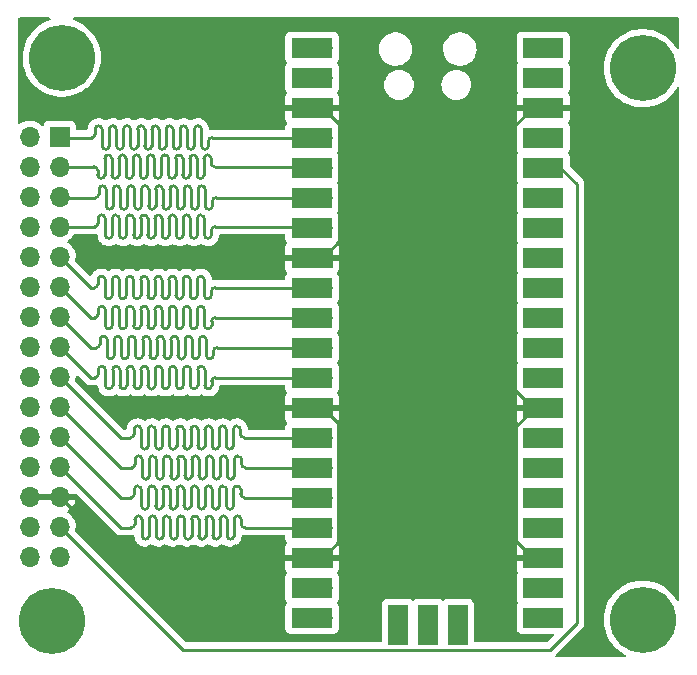
<source format=gbr>
%TF.GenerationSoftware,KiCad,Pcbnew,(6.0.1)*%
%TF.CreationDate,2022-07-20T21:55:55-07:00*%
%TF.ProjectId,LogicAnalyzer,4c6f6769-6341-46e6-916c-797a65722e6b,rev?*%
%TF.SameCoordinates,Original*%
%TF.FileFunction,Copper,L1,Top*%
%TF.FilePolarity,Positive*%
%FSLAX46Y46*%
G04 Gerber Fmt 4.6, Leading zero omitted, Abs format (unit mm)*
G04 Created by KiCad (PCBNEW (6.0.1)) date 2022-07-20 21:55:55*
%MOMM*%
%LPD*%
G01*
G04 APERTURE LIST*
%TA.AperFunction,SMDPad,CuDef*%
%ADD10R,3.500000X1.700000*%
%TD*%
%TA.AperFunction,ComponentPad*%
%ADD11O,1.700000X1.700000*%
%TD*%
%TA.AperFunction,ComponentPad*%
%ADD12R,1.700000X1.700000*%
%TD*%
%TA.AperFunction,SMDPad,CuDef*%
%ADD13R,1.700000X3.500000*%
%TD*%
%TA.AperFunction,ConnectorPad*%
%ADD14C,5.600000*%
%TD*%
%TA.AperFunction,ComponentPad*%
%ADD15C,3.600000*%
%TD*%
%TA.AperFunction,Conductor*%
%ADD16C,0.250000*%
%TD*%
G04 APERTURE END LIST*
D10*
%TO.P,U1,1,GPIO0*%
%TO.N,Net-(U1-Pad1)*%
X98395000Y-64655000D03*
D11*
X99295000Y-64655000D03*
%TO.P,U1,2,GPIO1*%
X99295000Y-67195000D03*
D10*
X98395000Y-67195000D03*
D12*
%TO.P,U1,3,GND*%
%TO.N,/GND*%
X99295000Y-69735000D03*
D10*
X98395000Y-69735000D03*
%TO.P,U1,4,GPIO2*%
%TO.N,/CHAN_0*%
X98395000Y-72275000D03*
D11*
X99295000Y-72275000D03*
D10*
%TO.P,U1,5,GPIO3*%
%TO.N,/CHAN_1*%
X98395000Y-74815000D03*
D11*
X99295000Y-74815000D03*
%TO.P,U1,6,GPIO4*%
%TO.N,/CHAN_2*%
X99295000Y-77355000D03*
D10*
X98395000Y-77355000D03*
D11*
%TO.P,U1,7,GPIO5*%
%TO.N,/CHAN_3*%
X99295000Y-79895000D03*
D10*
X98395000Y-79895000D03*
D12*
%TO.P,U1,8,GND*%
%TO.N,/GND*%
X99295000Y-82435000D03*
D10*
X98395000Y-82435000D03*
D11*
%TO.P,U1,9,GPIO6*%
%TO.N,/CHAN_4*%
X99295000Y-84975000D03*
D10*
X98395000Y-84975000D03*
D11*
%TO.P,U1,10,GPIO7*%
%TO.N,/CHAN_5*%
X99295000Y-87515000D03*
D10*
X98395000Y-87515000D03*
D11*
%TO.P,U1,11,GPIO8*%
%TO.N,/CHAN_6*%
X99295000Y-90055000D03*
D10*
X98395000Y-90055000D03*
D11*
%TO.P,U1,12,GPIO9*%
%TO.N,/CHAN_7*%
X99295000Y-92595000D03*
D10*
X98395000Y-92595000D03*
D12*
%TO.P,U1,13,GND*%
%TO.N,/GND*%
X99295000Y-95135000D03*
D10*
X98395000Y-95135000D03*
%TO.P,U1,14,GPIO10*%
%TO.N,/CHAN_8*%
X98395000Y-97675000D03*
D11*
X99295000Y-97675000D03*
D10*
%TO.P,U1,15,GPIO11*%
%TO.N,/CHAN_9*%
X98395000Y-100215000D03*
D11*
X99295000Y-100215000D03*
%TO.P,U1,16,GPIO12*%
%TO.N,/CHAN_10*%
X99295000Y-102755000D03*
D10*
X98395000Y-102755000D03*
%TO.P,U1,17,GPIO13*%
%TO.N,/CHAN_11*%
X98395000Y-105295000D03*
D11*
X99295000Y-105295000D03*
D10*
%TO.P,U1,18,GND*%
%TO.N,/GND*%
X98395000Y-107835000D03*
D12*
X99295000Y-107835000D03*
D10*
%TO.P,U1,19,GPIO14*%
%TO.N,/CHAN_12*%
X98395000Y-110375000D03*
D11*
X99295000Y-110375000D03*
D10*
%TO.P,U1,20,GPIO15*%
%TO.N,/CHAN_13*%
X98395000Y-112915000D03*
D11*
X99295000Y-112915000D03*
D10*
%TO.P,U1,21,GPIO16*%
%TO.N,/CHAN_14*%
X117975000Y-112915000D03*
D11*
X117075000Y-112915000D03*
%TO.P,U1,22,GPIO17*%
%TO.N,/CHAN_15*%
X117075000Y-110375000D03*
D10*
X117975000Y-110375000D03*
%TO.P,U1,23,GND*%
%TO.N,/GND*%
X117975000Y-107835000D03*
D12*
X117075000Y-107835000D03*
D10*
%TO.P,U1,24,GPIO18*%
%TO.N,/CHAN_16*%
X117975000Y-105295000D03*
D11*
X117075000Y-105295000D03*
%TO.P,U1,25,GPIO19*%
%TO.N,/CHAN_17*%
X117075000Y-102755000D03*
D10*
X117975000Y-102755000D03*
D11*
%TO.P,U1,26,GPIO20*%
%TO.N,/CHAN_18*%
X117075000Y-100215000D03*
D10*
X117975000Y-100215000D03*
%TO.P,U1,27,GPIO21*%
%TO.N,/CHAN_19*%
X117975000Y-97675000D03*
D11*
X117075000Y-97675000D03*
D10*
%TO.P,U1,28,GND*%
%TO.N,/GND*%
X117975000Y-95135000D03*
D12*
X117075000Y-95135000D03*
D11*
%TO.P,U1,29,GPIO22*%
%TO.N,/CHAN_20*%
X117075000Y-92595000D03*
D10*
X117975000Y-92595000D03*
%TO.P,U1,30,RUN*%
%TO.N,unconnected-(U1-Pad30)*%
X117975000Y-90055000D03*
D11*
X117075000Y-90055000D03*
%TO.P,U1,31,GPIO26_ADC0*%
%TO.N,/CHAN_21*%
X117075000Y-87515000D03*
D10*
X117975000Y-87515000D03*
%TO.P,U1,32,GPIO27_ADC1*%
%TO.N,/CHAN_22*%
X117975000Y-84975000D03*
D11*
X117075000Y-84975000D03*
D12*
%TO.P,U1,33,AGND*%
%TO.N,unconnected-(U1-Pad33)*%
X117075000Y-82435000D03*
D10*
X117975000Y-82435000D03*
D11*
%TO.P,U1,34,GPIO28_ADC2*%
%TO.N,/CHAN_23*%
X117075000Y-79895000D03*
D10*
X117975000Y-79895000D03*
%TO.P,U1,35,ADC_VREF*%
%TO.N,unconnected-(U1-Pad35)*%
X117975000Y-77355000D03*
D11*
X117075000Y-77355000D03*
%TO.P,U1,36,3V3*%
%TO.N,/3V3*%
X117075000Y-74815000D03*
D10*
X117975000Y-74815000D03*
D11*
%TO.P,U1,37,3V3_EN*%
%TO.N,unconnected-(U1-Pad37)*%
X117075000Y-72275000D03*
D10*
X117975000Y-72275000D03*
%TO.P,U1,38,GND*%
%TO.N,/GND*%
X117975000Y-69735000D03*
D12*
X117075000Y-69735000D03*
D10*
%TO.P,U1,39,VSYS*%
%TO.N,unconnected-(U1-Pad39)*%
X117975000Y-67195000D03*
D11*
X117075000Y-67195000D03*
D10*
%TO.P,U1,40,VBUS*%
%TO.N,/5V*%
X117975000Y-64655000D03*
D11*
X117075000Y-64655000D03*
%TO.P,U1,41,SWCLK*%
%TO.N,unconnected-(U1-Pad41)*%
X105645000Y-112685000D03*
D13*
X105645000Y-113585000D03*
%TO.P,U1,42,GND*%
%TO.N,unconnected-(U1-Pad42)*%
X108185000Y-113585000D03*
D12*
X108185000Y-112685000D03*
D11*
%TO.P,U1,43,SWDIO*%
%TO.N,unconnected-(U1-Pad43)*%
X110725000Y-112685000D03*
D13*
X110725000Y-113585000D03*
%TD*%
D14*
%TO.P,MH,1*%
%TO.N,N/C*%
X126400000Y-113100000D03*
D15*
X126400000Y-113100000D03*
%TD*%
D14*
%TO.P,MH,1*%
%TO.N,N/C*%
X77200000Y-65500000D03*
D15*
X77200000Y-65500000D03*
%TD*%
%TO.P,MH,1*%
%TO.N,N/C*%
X126400000Y-66400000D03*
D14*
X126400000Y-66400000D03*
%TD*%
D15*
%TO.P,MH,1*%
%TO.N,N/C*%
X76400000Y-113200000D03*
D14*
X76400000Y-113200000D03*
%TD*%
D12*
%TO.P,J1,1,Pin_1*%
%TO.N,/CHAN_0*%
X77025000Y-72200000D03*
D11*
%TO.P,J1,2,Pin_2*%
%TO.N,/CHAN_23*%
X74485000Y-72200000D03*
%TO.P,J1,3,Pin_3*%
%TO.N,/CHAN_1*%
X77025000Y-74740000D03*
%TO.P,J1,4,Pin_4*%
%TO.N,/CHAN_22*%
X74485000Y-74740000D03*
%TO.P,J1,5,Pin_5*%
%TO.N,/CHAN_2*%
X77025000Y-77280000D03*
%TO.P,J1,6,Pin_6*%
%TO.N,/CHAN_21*%
X74485000Y-77280000D03*
%TO.P,J1,7,Pin_7*%
%TO.N,/CHAN_3*%
X77025000Y-79820000D03*
%TO.P,J1,8,Pin_8*%
%TO.N,/CHAN_20*%
X74485000Y-79820000D03*
%TO.P,J1,9,Pin_9*%
%TO.N,/CHAN_4*%
X77025000Y-82360000D03*
%TO.P,J1,10,Pin_10*%
%TO.N,/CHAN_19*%
X74485000Y-82360000D03*
%TO.P,J1,11,Pin_11*%
%TO.N,/CHAN_5*%
X77025000Y-84900000D03*
%TO.P,J1,12,Pin_12*%
%TO.N,/CHAN_18*%
X74485000Y-84900000D03*
%TO.P,J1,13,Pin_13*%
%TO.N,/CHAN_6*%
X77025000Y-87440000D03*
%TO.P,J1,14,Pin_14*%
%TO.N,/CHAN_17*%
X74485000Y-87440000D03*
%TO.P,J1,15,Pin_15*%
%TO.N,/CHAN_7*%
X77025000Y-89980000D03*
%TO.P,J1,16,Pin_16*%
%TO.N,/CHAN_16*%
X74485000Y-89980000D03*
%TO.P,J1,17,Pin_17*%
%TO.N,/CHAN_8*%
X77025000Y-92520000D03*
%TO.P,J1,18,Pin_18*%
%TO.N,/CHAN_15*%
X74485000Y-92520000D03*
%TO.P,J1,19,Pin_19*%
%TO.N,/CHAN_9*%
X77025000Y-95060000D03*
%TO.P,J1,20,Pin_20*%
%TO.N,/CHAN_14*%
X74485000Y-95060000D03*
%TO.P,J1,21,Pin_21*%
%TO.N,/CHAN_10*%
X77025000Y-97600000D03*
%TO.P,J1,22,Pin_22*%
%TO.N,/CHAN_13*%
X74485000Y-97600000D03*
%TO.P,J1,23,Pin_23*%
%TO.N,/CHAN_11*%
X77025000Y-100140000D03*
%TO.P,J1,24,Pin_24*%
%TO.N,/CHAN_12*%
X74485000Y-100140000D03*
%TO.P,J1,25,Pin_25*%
%TO.N,/GND*%
X77025000Y-102680000D03*
%TO.P,J1,26,Pin_26*%
X74485000Y-102680000D03*
%TO.P,J1,27,Pin_27*%
%TO.N,/3V3*%
X77025000Y-105220000D03*
%TO.P,J1,28,Pin_28*%
X74485000Y-105220000D03*
%TO.P,J1,29,Pin_29*%
%TO.N,/5V*%
X77025000Y-107760000D03*
%TO.P,J1,30,Pin_30*%
X74485000Y-107760000D03*
%TD*%
D16*
%TO.N,/CHAN_0*%
X83625000Y-72275000D02*
X83625000Y-71575000D01*
X83625000Y-72975000D02*
X83625000Y-72275000D01*
X86625000Y-71575000D02*
X86625000Y-72275000D01*
X88425000Y-72275000D02*
X88425000Y-71575000D01*
X82425000Y-72275000D02*
X82425000Y-71575000D01*
X81225000Y-72975000D02*
X81225000Y-72275000D01*
X77100000Y-72275000D02*
X79725000Y-72275000D01*
X85425000Y-72275000D02*
X85425000Y-72975000D01*
X80025000Y-71975000D02*
X80025000Y-71575000D01*
X87825000Y-72275000D02*
X87825000Y-72975000D01*
X87225000Y-72275000D02*
X87225000Y-71575000D01*
X80625000Y-71575000D02*
X80625000Y-71975000D01*
X89925000Y-72275000D02*
X94586950Y-72275000D01*
X80625000Y-71975000D02*
X80625000Y-72975000D01*
X84825000Y-72975000D02*
X84825000Y-72275000D01*
X89025000Y-72275000D02*
X89025000Y-72975000D01*
X77025000Y-72200000D02*
X77100000Y-72275000D01*
X86025000Y-72975000D02*
X86025000Y-72275000D01*
X81225000Y-72275000D02*
X81225000Y-71575000D01*
X86625000Y-72275000D02*
X86625000Y-72975000D01*
X81825000Y-72275000D02*
X81825000Y-72975000D01*
X94586950Y-72275000D02*
X99295000Y-72275000D01*
X84825000Y-72275000D02*
X84825000Y-71575000D01*
X89025000Y-71575000D02*
X89025000Y-72275000D01*
X81825000Y-71575000D02*
X81825000Y-72275000D01*
X83025000Y-71575000D02*
X83025000Y-72275000D01*
X89625000Y-72975000D02*
X89625000Y-72575000D01*
X83025000Y-72275000D02*
X83025000Y-72975000D01*
X85425000Y-71575000D02*
X85425000Y-72275000D01*
X86025000Y-72275000D02*
X86025000Y-71575000D01*
X84225000Y-72275000D02*
X84225000Y-72975000D01*
X87225000Y-72975000D02*
X87225000Y-72275000D01*
X82425000Y-72975000D02*
X82425000Y-72275000D01*
X87825000Y-71575000D02*
X87825000Y-72275000D01*
X88425000Y-72975000D02*
X88425000Y-72275000D01*
X84225000Y-71575000D02*
X84225000Y-72275000D01*
X86025000Y-72975000D02*
G75*
G02*
X85725000Y-73275000I-300000J0D01*
G01*
X86325000Y-71275000D02*
G75*
G03*
X86025000Y-71575000I0J-300000D01*
G01*
X83625000Y-72975000D02*
G75*
G02*
X83325000Y-73275000I-300000J0D01*
G01*
X80025000Y-71975000D02*
G75*
G02*
X79725000Y-72275000I-300000J0D01*
G01*
X88425000Y-72975000D02*
G75*
G02*
X88125000Y-73275000I-300000J0D01*
G01*
X80925000Y-73275000D02*
G75*
G02*
X80625000Y-72975000I0J300000D01*
G01*
X87225000Y-72975000D02*
G75*
G02*
X86925000Y-73275000I-300000J0D01*
G01*
X82425000Y-72975000D02*
G75*
G02*
X82125000Y-73275000I-300000J0D01*
G01*
X89325000Y-73275000D02*
G75*
G02*
X89025000Y-72975000I0J300000D01*
G01*
X81225000Y-72975000D02*
G75*
G02*
X80925000Y-73275000I-300000J0D01*
G01*
X85125000Y-71275000D02*
G75*
G03*
X84825000Y-71575000I0J-300000D01*
G01*
X80625000Y-71575000D02*
G75*
G03*
X80325000Y-71275000I-300000J0D01*
G01*
X86625000Y-71575000D02*
G75*
G03*
X86325000Y-71275000I-300000J0D01*
G01*
X85425000Y-71575000D02*
G75*
G03*
X85125000Y-71275000I-300000J0D01*
G01*
X83325000Y-73275000D02*
G75*
G02*
X83025000Y-72975000I0J300000D01*
G01*
X88725000Y-71275000D02*
G75*
G03*
X88425000Y-71575000I0J-300000D01*
G01*
X83925000Y-71275000D02*
G75*
G03*
X83625000Y-71575000I0J-300000D01*
G01*
X89925000Y-72275000D02*
G75*
G03*
X89625000Y-72575000I0J-300000D01*
G01*
X85725000Y-73275000D02*
G75*
G02*
X85425000Y-72975000I0J300000D01*
G01*
X89625000Y-72975000D02*
G75*
G02*
X89325000Y-73275000I-300000J0D01*
G01*
X83025000Y-71575000D02*
G75*
G03*
X82725000Y-71275000I-300000J0D01*
G01*
X87525000Y-71275000D02*
G75*
G03*
X87225000Y-71575000I0J-300000D01*
G01*
X81525000Y-71275000D02*
G75*
G03*
X81225000Y-71575000I0J-300000D01*
G01*
X82125000Y-73275000D02*
G75*
G02*
X81825000Y-72975000I0J300000D01*
G01*
X86925000Y-73275000D02*
G75*
G02*
X86625000Y-72975000I0J300000D01*
G01*
X88125000Y-73275000D02*
G75*
G02*
X87825000Y-72975000I0J300000D01*
G01*
X87825000Y-71575000D02*
G75*
G03*
X87525000Y-71275000I-300000J0D01*
G01*
X84525000Y-73275000D02*
G75*
G02*
X84225000Y-72975000I0J300000D01*
G01*
X80325000Y-71275000D02*
G75*
G03*
X80025000Y-71575000I0J-300000D01*
G01*
X81825000Y-71575000D02*
G75*
G03*
X81525000Y-71275000I-300000J0D01*
G01*
X84825000Y-72975000D02*
G75*
G02*
X84525000Y-73275000I-300000J0D01*
G01*
X89025000Y-71575000D02*
G75*
G03*
X88725000Y-71275000I-300000J0D01*
G01*
X84225000Y-71575000D02*
G75*
G03*
X83925000Y-71275000I-300000J0D01*
G01*
X82725000Y-71275000D02*
G75*
G03*
X82425000Y-71575000I0J-300000D01*
G01*
%TO.N,/CHAN_1*%
X92174114Y-74740000D02*
X99220000Y-74740000D01*
X82040000Y-74740000D02*
X82040000Y-74040000D01*
X86240000Y-74040000D02*
X86240000Y-74740000D01*
X83240000Y-75440000D02*
X83240000Y-74740000D01*
X80240000Y-75040000D02*
X80240000Y-75440000D01*
X88040000Y-75440000D02*
X88040000Y-74740000D01*
X87440000Y-74040000D02*
X87440000Y-74740000D01*
X84440000Y-74740000D02*
X84440000Y-74040000D01*
X85640000Y-75440000D02*
X85640000Y-74740000D01*
X88040000Y-74740000D02*
X88040000Y-74040000D01*
X77025000Y-74740000D02*
X79940000Y-74740000D01*
X88640000Y-74740000D02*
X88640000Y-75440000D01*
X99220000Y-74740000D02*
X99295000Y-74815000D01*
X86240000Y-74740000D02*
X86240000Y-75440000D01*
X81440000Y-74040000D02*
X81440000Y-74740000D01*
X80840000Y-75040000D02*
X80840000Y-74040000D01*
X89240000Y-75440000D02*
X89240000Y-74740000D01*
X85040000Y-74740000D02*
X85040000Y-75440000D01*
X80840000Y-75440000D02*
X80840000Y-75040000D01*
X83840000Y-74740000D02*
X83840000Y-75440000D01*
X86840000Y-75440000D02*
X86840000Y-74740000D01*
X83240000Y-74740000D02*
X83240000Y-74040000D01*
X82640000Y-74740000D02*
X82640000Y-75440000D01*
X87440000Y-74740000D02*
X87440000Y-75440000D01*
X84440000Y-75440000D02*
X84440000Y-74740000D01*
X83840000Y-74040000D02*
X83840000Y-74740000D01*
X82040000Y-75440000D02*
X82040000Y-74740000D01*
X88640000Y-74040000D02*
X88640000Y-74740000D01*
X81440000Y-74740000D02*
X81440000Y-75440000D01*
X90140000Y-74740000D02*
X92174114Y-74740000D01*
X85040000Y-74040000D02*
X85040000Y-74740000D01*
X82640000Y-74040000D02*
X82640000Y-74740000D01*
X89840000Y-74040000D02*
X89840000Y-74440000D01*
X85640000Y-74740000D02*
X85640000Y-74040000D01*
X89240000Y-74740000D02*
X89240000Y-74040000D01*
X86840000Y-74740000D02*
X86840000Y-74040000D01*
X81440000Y-74040000D02*
G75*
G03*
X81140000Y-73740000I-300000J0D01*
G01*
X88040000Y-75440000D02*
G75*
G02*
X87740000Y-75740000I-300000J0D01*
G01*
X83240000Y-75440000D02*
G75*
G02*
X82940000Y-75740000I-300000J0D01*
G01*
X84440000Y-75440000D02*
G75*
G02*
X84140000Y-75740000I-300000J0D01*
G01*
X82040000Y-75440000D02*
G75*
G02*
X81740000Y-75740000I-300000J0D01*
G01*
X88340000Y-73740000D02*
G75*
G03*
X88040000Y-74040000I0J-300000D01*
G01*
X82340000Y-73740000D02*
G75*
G03*
X82040000Y-74040000I0J-300000D01*
G01*
X89840000Y-74040000D02*
G75*
G03*
X89540000Y-73740000I-300000J0D01*
G01*
X87140000Y-73740000D02*
G75*
G03*
X86840000Y-74040000I0J-300000D01*
G01*
X84740000Y-73740000D02*
G75*
G03*
X84440000Y-74040000I0J-300000D01*
G01*
X80540000Y-75740000D02*
G75*
G02*
X80240000Y-75440000I0J300000D01*
G01*
X90140000Y-74740000D02*
G75*
G02*
X89840000Y-74440000I0J300000D01*
G01*
X82640000Y-74040000D02*
G75*
G03*
X82340000Y-73740000I-300000J0D01*
G01*
X86240000Y-74040000D02*
G75*
G03*
X85940000Y-73740000I-300000J0D01*
G01*
X89540000Y-73740000D02*
G75*
G03*
X89240000Y-74040000I0J-300000D01*
G01*
X89240000Y-75440000D02*
G75*
G02*
X88940000Y-75740000I-300000J0D01*
G01*
X88940000Y-75740000D02*
G75*
G02*
X88640000Y-75440000I0J300000D01*
G01*
X81140000Y-73740000D02*
G75*
G03*
X80840000Y-74040000I0J-300000D01*
G01*
X85340000Y-75740000D02*
G75*
G02*
X85040000Y-75440000I0J300000D01*
G01*
X87440000Y-74040000D02*
G75*
G03*
X87140000Y-73740000I-300000J0D01*
G01*
X83540000Y-73740000D02*
G75*
G03*
X83240000Y-74040000I0J-300000D01*
G01*
X80240000Y-75040000D02*
G75*
G03*
X79940000Y-74740000I-300000J0D01*
G01*
X84140000Y-75740000D02*
G75*
G02*
X83840000Y-75440000I0J300000D01*
G01*
X81740000Y-75740000D02*
G75*
G02*
X81440000Y-75440000I0J300000D01*
G01*
X86840000Y-75440000D02*
G75*
G02*
X86540000Y-75740000I-300000J0D01*
G01*
X88640000Y-74040000D02*
G75*
G03*
X88340000Y-73740000I-300000J0D01*
G01*
X87740000Y-75740000D02*
G75*
G02*
X87440000Y-75440000I0J300000D01*
G01*
X80840000Y-75440000D02*
G75*
G02*
X80540000Y-75740000I-300000J0D01*
G01*
X83840000Y-74040000D02*
G75*
G03*
X83540000Y-73740000I-300000J0D01*
G01*
X85040000Y-74040000D02*
G75*
G03*
X84740000Y-73740000I-300000J0D01*
G01*
X85940000Y-73740000D02*
G75*
G03*
X85640000Y-74040000I0J-300000D01*
G01*
X85640000Y-75440000D02*
G75*
G02*
X85340000Y-75740000I-300000J0D01*
G01*
X82940000Y-75740000D02*
G75*
G02*
X82640000Y-75440000I0J300000D01*
G01*
X86540000Y-75740000D02*
G75*
G02*
X86240000Y-75440000I0J300000D01*
G01*
%TO.N,/CHAN_2*%
X84555000Y-77355000D02*
X84555000Y-78055000D01*
X87555000Y-78055000D02*
X87555000Y-77355000D01*
X86355000Y-78055000D02*
X86355000Y-77355000D01*
X84555000Y-76655000D02*
X84555000Y-77355000D01*
X83955000Y-77355000D02*
X83955000Y-76655000D01*
X77025000Y-77280000D02*
X77100000Y-77355000D01*
X88755000Y-78055000D02*
X88755000Y-77355000D01*
X89355000Y-76655000D02*
X89355000Y-77355000D01*
X81555000Y-77355000D02*
X81555000Y-76655000D01*
X86955000Y-76655000D02*
X86955000Y-77355000D01*
X80355000Y-77055000D02*
X80355000Y-76655000D01*
X88155000Y-76655000D02*
X88155000Y-77355000D01*
X82755000Y-78055000D02*
X82755000Y-77355000D01*
X85155000Y-77355000D02*
X85155000Y-76655000D01*
X82755000Y-77355000D02*
X82755000Y-76655000D01*
X89355000Y-77355000D02*
X89355000Y-78055000D01*
X80955000Y-76655000D02*
X80955000Y-77055000D01*
X85755000Y-76655000D02*
X85755000Y-77355000D01*
X86355000Y-77355000D02*
X86355000Y-76655000D01*
X85155000Y-78055000D02*
X85155000Y-77355000D01*
X83955000Y-78055000D02*
X83955000Y-77355000D01*
X83355000Y-76655000D02*
X83355000Y-77355000D01*
X87555000Y-77355000D02*
X87555000Y-76655000D01*
X88755000Y-77355000D02*
X88755000Y-76655000D01*
X92236141Y-77355000D02*
X99295000Y-77355000D01*
X89955000Y-78055000D02*
X89955000Y-77655000D01*
X81555000Y-78055000D02*
X81555000Y-77355000D01*
X85755000Y-77355000D02*
X85755000Y-78055000D01*
X88155000Y-77355000D02*
X88155000Y-78055000D01*
X77100000Y-77355000D02*
X80055000Y-77355000D01*
X90255000Y-77355000D02*
X92236141Y-77355000D01*
X86955000Y-77355000D02*
X86955000Y-78055000D01*
X82155000Y-76655000D02*
X82155000Y-77355000D01*
X82155000Y-77355000D02*
X82155000Y-78055000D01*
X83355000Y-77355000D02*
X83355000Y-78055000D01*
X80955000Y-77055000D02*
X80955000Y-78055000D01*
X83355000Y-76655000D02*
G75*
G03*
X83055000Y-76355000I-300000J0D01*
G01*
X85755000Y-76655000D02*
G75*
G03*
X85455000Y-76355000I-300000J0D01*
G01*
X81555000Y-78055000D02*
G75*
G02*
X81255000Y-78355000I-300000J0D01*
G01*
X87555000Y-78055000D02*
G75*
G02*
X87255000Y-78355000I-300000J0D01*
G01*
X86055000Y-78355000D02*
G75*
G02*
X85755000Y-78055000I0J300000D01*
G01*
X89355000Y-76655000D02*
G75*
G03*
X89055000Y-76355000I-300000J0D01*
G01*
X80355000Y-77055000D02*
G75*
G02*
X80055000Y-77355000I-300000J0D01*
G01*
X87255000Y-78355000D02*
G75*
G02*
X86955000Y-78055000I0J300000D01*
G01*
X82455000Y-78355000D02*
G75*
G02*
X82155000Y-78055000I0J300000D01*
G01*
X82755000Y-78055000D02*
G75*
G02*
X82455000Y-78355000I-300000J0D01*
G01*
X90255000Y-77355000D02*
G75*
G03*
X89955000Y-77655000I0J-300000D01*
G01*
X83055000Y-76355000D02*
G75*
G03*
X82755000Y-76655000I0J-300000D01*
G01*
X82155000Y-76655000D02*
G75*
G03*
X81855000Y-76355000I-300000J0D01*
G01*
X83655000Y-78355000D02*
G75*
G02*
X83355000Y-78055000I0J300000D01*
G01*
X84555000Y-76655000D02*
G75*
G03*
X84255000Y-76355000I-300000J0D01*
G01*
X85155000Y-78055000D02*
G75*
G02*
X84855000Y-78355000I-300000J0D01*
G01*
X89055000Y-76355000D02*
G75*
G03*
X88755000Y-76655000I0J-300000D01*
G01*
X86655000Y-76355000D02*
G75*
G03*
X86355000Y-76655000I0J-300000D01*
G01*
X81855000Y-76355000D02*
G75*
G03*
X81555000Y-76655000I0J-300000D01*
G01*
X86355000Y-78055000D02*
G75*
G02*
X86055000Y-78355000I-300000J0D01*
G01*
X80655000Y-76355000D02*
G75*
G03*
X80355000Y-76655000I0J-300000D01*
G01*
X88755000Y-78055000D02*
G75*
G02*
X88455000Y-78355000I-300000J0D01*
G01*
X89655000Y-78355000D02*
G75*
G02*
X89355000Y-78055000I0J300000D01*
G01*
X88155000Y-76655000D02*
G75*
G03*
X87855000Y-76355000I-300000J0D01*
G01*
X85455000Y-76355000D02*
G75*
G03*
X85155000Y-76655000I0J-300000D01*
G01*
X86955000Y-76655000D02*
G75*
G03*
X86655000Y-76355000I-300000J0D01*
G01*
X89955000Y-78055000D02*
G75*
G02*
X89655000Y-78355000I-300000J0D01*
G01*
X87855000Y-76355000D02*
G75*
G03*
X87555000Y-76655000I0J-300000D01*
G01*
X81255000Y-78355000D02*
G75*
G02*
X80955000Y-78055000I0J300000D01*
G01*
X88455000Y-78355000D02*
G75*
G02*
X88155000Y-78055000I0J300000D01*
G01*
X84855000Y-78355000D02*
G75*
G02*
X84555000Y-78055000I0J300000D01*
G01*
X80955000Y-76655000D02*
G75*
G03*
X80655000Y-76355000I-300000J0D01*
G01*
X84255000Y-76355000D02*
G75*
G03*
X83955000Y-76655000I0J-300000D01*
G01*
X83955000Y-78055000D02*
G75*
G02*
X83655000Y-78355000I-300000J0D01*
G01*
%TO.N,/CHAN_3*%
X80880000Y-79520000D02*
X80880000Y-80520000D01*
X89880000Y-80520000D02*
X89880000Y-80120000D01*
X82680000Y-80520000D02*
X82680000Y-79820000D01*
X82080000Y-79820000D02*
X82080000Y-80520000D01*
X85080000Y-79820000D02*
X85080000Y-79120000D01*
X87480000Y-79820000D02*
X87480000Y-79120000D01*
X83280000Y-79120000D02*
X83280000Y-79820000D01*
X83880000Y-80520000D02*
X83880000Y-79820000D01*
X88680000Y-80520000D02*
X88680000Y-79820000D01*
X90180000Y-79820000D02*
X92406715Y-79820000D01*
X86880000Y-79820000D02*
X86880000Y-80520000D01*
X89280000Y-79120000D02*
X89280000Y-79820000D01*
X83280000Y-79820000D02*
X83280000Y-80520000D01*
X82680000Y-79820000D02*
X82680000Y-79120000D01*
X85680000Y-79820000D02*
X85680000Y-80520000D01*
X83880000Y-79820000D02*
X83880000Y-79120000D01*
X86280000Y-80520000D02*
X86280000Y-79820000D01*
X87480000Y-80520000D02*
X87480000Y-79820000D01*
X89280000Y-79820000D02*
X89280000Y-80520000D01*
X82080000Y-79120000D02*
X82080000Y-79820000D01*
X86280000Y-79820000D02*
X86280000Y-79120000D01*
X85080000Y-80520000D02*
X85080000Y-79820000D01*
X81480000Y-80520000D02*
X81480000Y-79820000D01*
X80880000Y-79120000D02*
X80880000Y-79520000D01*
X88680000Y-79820000D02*
X88680000Y-79120000D01*
X80280000Y-79520000D02*
X80280000Y-79120000D01*
X84480000Y-79120000D02*
X84480000Y-79820000D01*
X85680000Y-79120000D02*
X85680000Y-79820000D01*
X88080000Y-79120000D02*
X88080000Y-79820000D01*
X81480000Y-79820000D02*
X81480000Y-79120000D01*
X77025000Y-79820000D02*
X79980000Y-79820000D01*
X84480000Y-79820000D02*
X84480000Y-80520000D01*
X88080000Y-79820000D02*
X88080000Y-80520000D01*
X92406715Y-79820000D02*
X99220000Y-79820000D01*
X86880000Y-79120000D02*
X86880000Y-79820000D01*
X99220000Y-79820000D02*
X99295000Y-79895000D01*
X88380000Y-80820000D02*
G75*
G02*
X88080000Y-80520000I0J300000D01*
G01*
X83280000Y-79120000D02*
G75*
G03*
X82980000Y-78820000I-300000J0D01*
G01*
X84180000Y-78820000D02*
G75*
G03*
X83880000Y-79120000I0J-300000D01*
G01*
X82980000Y-78820000D02*
G75*
G03*
X82680000Y-79120000I0J-300000D01*
G01*
X84480000Y-79120000D02*
G75*
G03*
X84180000Y-78820000I-300000J0D01*
G01*
X90180000Y-79820000D02*
G75*
G03*
X89880000Y-80120000I0J-300000D01*
G01*
X81480000Y-80520000D02*
G75*
G02*
X81180000Y-80820000I-300000J0D01*
G01*
X84780000Y-80820000D02*
G75*
G02*
X84480000Y-80520000I0J300000D01*
G01*
X87180000Y-80820000D02*
G75*
G02*
X86880000Y-80520000I0J300000D01*
G01*
X85980000Y-80820000D02*
G75*
G02*
X85680000Y-80520000I0J300000D01*
G01*
X83880000Y-80520000D02*
G75*
G02*
X83580000Y-80820000I-300000J0D01*
G01*
X85080000Y-80520000D02*
G75*
G02*
X84780000Y-80820000I-300000J0D01*
G01*
X88980000Y-78820000D02*
G75*
G03*
X88680000Y-79120000I0J-300000D01*
G01*
X87480000Y-80520000D02*
G75*
G02*
X87180000Y-80820000I-300000J0D01*
G01*
X88080000Y-79120000D02*
G75*
G03*
X87780000Y-78820000I-300000J0D01*
G01*
X82380000Y-80820000D02*
G75*
G02*
X82080000Y-80520000I0J300000D01*
G01*
X86280000Y-80520000D02*
G75*
G02*
X85980000Y-80820000I-300000J0D01*
G01*
X89880000Y-80520000D02*
G75*
G02*
X89580000Y-80820000I-300000J0D01*
G01*
X80880000Y-79120000D02*
G75*
G03*
X80580000Y-78820000I-300000J0D01*
G01*
X86580000Y-78820000D02*
G75*
G03*
X86280000Y-79120000I0J-300000D01*
G01*
X81180000Y-80820000D02*
G75*
G02*
X80880000Y-80520000I0J300000D01*
G01*
X85680000Y-79120000D02*
G75*
G03*
X85380000Y-78820000I-300000J0D01*
G01*
X86880000Y-79120000D02*
G75*
G03*
X86580000Y-78820000I-300000J0D01*
G01*
X81780000Y-78820000D02*
G75*
G03*
X81480000Y-79120000I0J-300000D01*
G01*
X88680000Y-80520000D02*
G75*
G02*
X88380000Y-80820000I-300000J0D01*
G01*
X83580000Y-80820000D02*
G75*
G02*
X83280000Y-80520000I0J300000D01*
G01*
X89280000Y-79120000D02*
G75*
G03*
X88980000Y-78820000I-300000J0D01*
G01*
X89580000Y-80820000D02*
G75*
G02*
X89280000Y-80520000I0J300000D01*
G01*
X87780000Y-78820000D02*
G75*
G03*
X87480000Y-79120000I0J-300000D01*
G01*
X80280000Y-79520000D02*
G75*
G02*
X79980000Y-79820000I-300000J0D01*
G01*
X82080000Y-79120000D02*
G75*
G03*
X81780000Y-78820000I-300000J0D01*
G01*
X85380000Y-78820000D02*
G75*
G03*
X85080000Y-79120000I0J-300000D01*
G01*
X82680000Y-80520000D02*
G75*
G02*
X82380000Y-80820000I-300000J0D01*
G01*
X80580000Y-78820000D02*
G75*
G03*
X80280000Y-79120000I0J-300000D01*
G01*
%TO.N,/CHAN_4*%
X81475000Y-85644524D02*
X81475000Y-84975000D01*
X84475000Y-84305476D02*
X84475000Y-84975000D01*
X89875000Y-85644524D02*
X89875000Y-85275000D01*
X88675000Y-85644524D02*
X88675000Y-84975000D01*
X86275000Y-85644524D02*
X86275000Y-84975000D01*
X83875000Y-85644524D02*
X83875000Y-84975000D01*
X88675000Y-84975000D02*
X88675000Y-84305476D01*
X85075000Y-85644524D02*
X85075000Y-84975000D01*
X86275000Y-84975000D02*
X86275000Y-84305476D01*
X87475000Y-85644524D02*
X87475000Y-84975000D01*
X82675000Y-84975000D02*
X82675000Y-84305476D01*
X83275000Y-84305476D02*
X83275000Y-84975000D01*
X88075000Y-84975000D02*
X88075000Y-85644524D01*
X80875000Y-84675000D02*
X80875000Y-85644524D01*
X89275000Y-84305476D02*
X89275000Y-84975000D01*
X83275000Y-84975000D02*
X83275000Y-85644524D01*
X89275000Y-84975000D02*
X89275000Y-85644524D01*
X90175000Y-84975000D02*
X93554212Y-84975000D01*
X88075000Y-84305476D02*
X88075000Y-84975000D01*
X77025000Y-82360000D02*
X79640000Y-84975000D01*
X93554212Y-84975000D02*
X99295000Y-84975000D01*
X80875000Y-84305476D02*
X80875000Y-84675000D01*
X82675000Y-85644524D02*
X82675000Y-84975000D01*
X82075000Y-84305476D02*
X82075000Y-84975000D01*
X79640000Y-84975000D02*
X79975000Y-84975000D01*
X86875000Y-84975000D02*
X86875000Y-85644524D01*
X80275000Y-84675000D02*
X80275000Y-84305476D01*
X87475000Y-84975000D02*
X87475000Y-84305476D01*
X85675000Y-84975000D02*
X85675000Y-85644524D01*
X81475000Y-84975000D02*
X81475000Y-84305476D01*
X82075000Y-84975000D02*
X82075000Y-85644524D01*
X85675000Y-84305476D02*
X85675000Y-84975000D01*
X84475000Y-84975000D02*
X84475000Y-85644524D01*
X85075000Y-84975000D02*
X85075000Y-84305476D01*
X83875000Y-84975000D02*
X83875000Y-84305476D01*
X86875000Y-84305476D02*
X86875000Y-84975000D01*
X89575000Y-85944524D02*
G75*
G02*
X89275000Y-85644524I0J300000D01*
G01*
X88375000Y-85944524D02*
G75*
G02*
X88075000Y-85644524I0J300000D01*
G01*
X83275000Y-84305476D02*
G75*
G03*
X82975000Y-84005476I-300000J0D01*
G01*
X80275000Y-84675000D02*
G75*
G02*
X79975000Y-84975000I-300000J0D01*
G01*
X84775000Y-85944524D02*
G75*
G02*
X84475000Y-85644524I0J300000D01*
G01*
X82375000Y-85944524D02*
G75*
G02*
X82075000Y-85644524I0J300000D01*
G01*
X80875000Y-84305476D02*
G75*
G03*
X80575000Y-84005476I-300000J0D01*
G01*
X88675000Y-85644524D02*
G75*
G02*
X88375000Y-85944524I-300000J0D01*
G01*
X87775000Y-84005476D02*
G75*
G03*
X87475000Y-84305476I0J-300000D01*
G01*
X85375000Y-84005476D02*
G75*
G03*
X85075000Y-84305476I0J-300000D01*
G01*
X88075000Y-84305476D02*
G75*
G03*
X87775000Y-84005476I-300000J0D01*
G01*
X86275000Y-85644524D02*
G75*
G02*
X85975000Y-85944524I-300000J0D01*
G01*
X82075000Y-84305476D02*
G75*
G03*
X81775000Y-84005476I-300000J0D01*
G01*
X85975000Y-85944524D02*
G75*
G02*
X85675000Y-85644524I0J300000D01*
G01*
X87175000Y-85944524D02*
G75*
G02*
X86875000Y-85644524I0J300000D01*
G01*
X89275000Y-84305476D02*
G75*
G03*
X88975000Y-84005476I-300000J0D01*
G01*
X83875000Y-85644524D02*
G75*
G02*
X83575000Y-85944524I-300000J0D01*
G01*
X85675000Y-84305476D02*
G75*
G03*
X85375000Y-84005476I-300000J0D01*
G01*
X83575000Y-85944524D02*
G75*
G02*
X83275000Y-85644524I0J300000D01*
G01*
X80575000Y-84005476D02*
G75*
G03*
X80275000Y-84305476I0J-300000D01*
G01*
X88975000Y-84005476D02*
G75*
G03*
X88675000Y-84305476I0J-300000D01*
G01*
X82975000Y-84005476D02*
G75*
G03*
X82675000Y-84305476I0J-300000D01*
G01*
X84175000Y-84005476D02*
G75*
G03*
X83875000Y-84305476I0J-300000D01*
G01*
X89875000Y-85644524D02*
G75*
G02*
X89575000Y-85944524I-300000J0D01*
G01*
X87475000Y-85644524D02*
G75*
G02*
X87175000Y-85944524I-300000J0D01*
G01*
X81175000Y-85944524D02*
G75*
G02*
X80875000Y-85644524I0J300000D01*
G01*
X81475000Y-85644524D02*
G75*
G02*
X81175000Y-85944524I-300000J0D01*
G01*
X81775000Y-84005476D02*
G75*
G03*
X81475000Y-84305476I0J-300000D01*
G01*
X90175000Y-84975000D02*
G75*
G03*
X89875000Y-85275000I0J-300000D01*
G01*
X86575000Y-84005476D02*
G75*
G03*
X86275000Y-84305476I0J-300000D01*
G01*
X82675000Y-85644524D02*
G75*
G02*
X82375000Y-85944524I-300000J0D01*
G01*
X84475000Y-84305476D02*
G75*
G03*
X84175000Y-84005476I-300000J0D01*
G01*
X85075000Y-85644524D02*
G75*
G02*
X84775000Y-85944524I-300000J0D01*
G01*
X86875000Y-84305476D02*
G75*
G03*
X86575000Y-84005476I-300000J0D01*
G01*
%TO.N,/CHAN_5*%
X77025000Y-84900000D02*
X79640000Y-87515000D01*
X83285000Y-86845476D02*
X83285000Y-87515000D01*
X85085000Y-88184524D02*
X85085000Y-87515000D01*
X83285000Y-87515000D02*
X83285000Y-88184524D01*
X86885000Y-86845476D02*
X86885000Y-87515000D01*
X88085000Y-86845476D02*
X88085000Y-87515000D01*
X89285000Y-86845476D02*
X89285000Y-87515000D01*
X88085000Y-87515000D02*
X88085000Y-88184524D01*
X88685000Y-88184524D02*
X88685000Y-87515000D01*
X85685000Y-86845476D02*
X85685000Y-87515000D01*
X86285000Y-87515000D02*
X86285000Y-86845476D01*
X82685000Y-88184524D02*
X82685000Y-87515000D01*
X82685000Y-87515000D02*
X82685000Y-86845476D01*
X86285000Y-88184524D02*
X86285000Y-87515000D01*
X79640000Y-87515000D02*
X79985000Y-87515000D01*
X81485000Y-88184524D02*
X81485000Y-87515000D01*
X85685000Y-87515000D02*
X85685000Y-88184524D01*
X89885000Y-88184524D02*
X89885000Y-87815000D01*
X84485000Y-86845476D02*
X84485000Y-87515000D01*
X82085000Y-87515000D02*
X82085000Y-88184524D01*
X82085000Y-86845476D02*
X82085000Y-87515000D01*
X80885000Y-87215000D02*
X80885000Y-88184524D01*
X84485000Y-87515000D02*
X84485000Y-88184524D01*
X86885000Y-87515000D02*
X86885000Y-88184524D01*
X85085000Y-87515000D02*
X85085000Y-86845476D01*
X87485000Y-87515000D02*
X87485000Y-86845476D01*
X89285000Y-87515000D02*
X89285000Y-88184524D01*
X93005695Y-87515000D02*
X99295000Y-87515000D01*
X90185000Y-87515000D02*
X93005695Y-87515000D01*
X81485000Y-87515000D02*
X81485000Y-86845476D01*
X83885000Y-87515000D02*
X83885000Y-86845476D01*
X87485000Y-88184524D02*
X87485000Y-87515000D01*
X80885000Y-86845476D02*
X80885000Y-87215000D01*
X83885000Y-88184524D02*
X83885000Y-87515000D01*
X80285000Y-87215000D02*
X80285000Y-86845476D01*
X88685000Y-87515000D02*
X88685000Y-86845476D01*
X90185000Y-87515000D02*
G75*
G03*
X89885000Y-87815000I0J-300000D01*
G01*
X82385000Y-88484524D02*
G75*
G02*
X82085000Y-88184524I0J300000D01*
G01*
X82085000Y-86845476D02*
G75*
G03*
X81785000Y-86545476I-300000J0D01*
G01*
X81185000Y-88484524D02*
G75*
G02*
X80885000Y-88184524I0J300000D01*
G01*
X88385000Y-88484524D02*
G75*
G02*
X88085000Y-88184524I0J300000D01*
G01*
X84485000Y-86845476D02*
G75*
G03*
X84185000Y-86545476I-300000J0D01*
G01*
X88085000Y-86845476D02*
G75*
G03*
X87785000Y-86545476I-300000J0D01*
G01*
X85985000Y-88484524D02*
G75*
G02*
X85685000Y-88184524I0J300000D01*
G01*
X86585000Y-86545476D02*
G75*
G03*
X86285000Y-86845476I0J-300000D01*
G01*
X80285000Y-87215000D02*
G75*
G02*
X79985000Y-87515000I-300000J0D01*
G01*
X88985000Y-86545476D02*
G75*
G03*
X88685000Y-86845476I0J-300000D01*
G01*
X89285000Y-86845476D02*
G75*
G03*
X88985000Y-86545476I-300000J0D01*
G01*
X87485000Y-88184524D02*
G75*
G02*
X87185000Y-88484524I-300000J0D01*
G01*
X89885000Y-88184524D02*
G75*
G02*
X89585000Y-88484524I-300000J0D01*
G01*
X83885000Y-88184524D02*
G75*
G02*
X83585000Y-88484524I-300000J0D01*
G01*
X85385000Y-86545476D02*
G75*
G03*
X85085000Y-86845476I0J-300000D01*
G01*
X81785000Y-86545476D02*
G75*
G03*
X81485000Y-86845476I0J-300000D01*
G01*
X86885000Y-86845476D02*
G75*
G03*
X86585000Y-86545476I-300000J0D01*
G01*
X83285000Y-86845476D02*
G75*
G03*
X82985000Y-86545476I-300000J0D01*
G01*
X82985000Y-86545476D02*
G75*
G03*
X82685000Y-86845476I0J-300000D01*
G01*
X85685000Y-86845476D02*
G75*
G03*
X85385000Y-86545476I-300000J0D01*
G01*
X87785000Y-86545476D02*
G75*
G03*
X87485000Y-86845476I0J-300000D01*
G01*
X84785000Y-88484524D02*
G75*
G02*
X84485000Y-88184524I0J300000D01*
G01*
X84185000Y-86545476D02*
G75*
G03*
X83885000Y-86845476I0J-300000D01*
G01*
X80885000Y-86845476D02*
G75*
G03*
X80585000Y-86545476I-300000J0D01*
G01*
X87185000Y-88484524D02*
G75*
G02*
X86885000Y-88184524I0J300000D01*
G01*
X82685000Y-88184524D02*
G75*
G02*
X82385000Y-88484524I-300000J0D01*
G01*
X85085000Y-88184524D02*
G75*
G02*
X84785000Y-88484524I-300000J0D01*
G01*
X80585000Y-86545476D02*
G75*
G03*
X80285000Y-86845476I0J-300000D01*
G01*
X81485000Y-88184524D02*
G75*
G02*
X81185000Y-88484524I-300000J0D01*
G01*
X86285000Y-88184524D02*
G75*
G02*
X85985000Y-88484524I-300000J0D01*
G01*
X88685000Y-88184524D02*
G75*
G02*
X88385000Y-88484524I-300000J0D01*
G01*
X89585000Y-88484524D02*
G75*
G02*
X89285000Y-88184524I0J300000D01*
G01*
X83585000Y-88484524D02*
G75*
G02*
X83285000Y-88184524I0J300000D01*
G01*
%TO.N,/CHAN_6*%
X84645000Y-89385476D02*
X84645000Y-90055000D01*
X88245000Y-89385476D02*
X88245000Y-90055000D01*
X89445000Y-89385476D02*
X89445000Y-90055000D01*
X79640000Y-90055000D02*
X80145000Y-90055000D01*
X88245000Y-90055000D02*
X88245000Y-90724524D01*
X80445000Y-89755000D02*
X80445000Y-89385476D01*
X87645000Y-90055000D02*
X87645000Y-89385476D01*
X90045000Y-90724524D02*
X90045000Y-90355000D01*
X87045000Y-89385476D02*
X87045000Y-90055000D01*
X77025000Y-87440000D02*
X79640000Y-90055000D01*
X82245000Y-89385476D02*
X82245000Y-90055000D01*
X89445000Y-90055000D02*
X89445000Y-90724524D01*
X84045000Y-90724524D02*
X84045000Y-90055000D01*
X83445000Y-89385476D02*
X83445000Y-90055000D01*
X88845000Y-90055000D02*
X88845000Y-89385476D01*
X85845000Y-89385476D02*
X85845000Y-90055000D01*
X86445000Y-90724524D02*
X86445000Y-90055000D01*
X81045000Y-89385476D02*
X81045000Y-89755000D01*
X88845000Y-90724524D02*
X88845000Y-90055000D01*
X81645000Y-90055000D02*
X81645000Y-89385476D01*
X87645000Y-90724524D02*
X87645000Y-90055000D01*
X81645000Y-90724524D02*
X81645000Y-90055000D01*
X82245000Y-90055000D02*
X82245000Y-90724524D01*
X94866501Y-90055000D02*
X99295000Y-90055000D01*
X82845000Y-90055000D02*
X82845000Y-89385476D01*
X87045000Y-90055000D02*
X87045000Y-90724524D01*
X86445000Y-90055000D02*
X86445000Y-89385476D01*
X81045000Y-89755000D02*
X81045000Y-90724524D01*
X85845000Y-90055000D02*
X85845000Y-90724524D01*
X90345000Y-90055000D02*
X94866501Y-90055000D01*
X84045000Y-90055000D02*
X84045000Y-89385476D01*
X85245000Y-90055000D02*
X85245000Y-89385476D01*
X84645000Y-90055000D02*
X84645000Y-90724524D01*
X83445000Y-90055000D02*
X83445000Y-90724524D01*
X85245000Y-90724524D02*
X85245000Y-90055000D01*
X82845000Y-90724524D02*
X82845000Y-90055000D01*
X86145000Y-91024524D02*
G75*
G02*
X85845000Y-90724524I0J300000D01*
G01*
X83745000Y-91024524D02*
G75*
G02*
X83445000Y-90724524I0J300000D01*
G01*
X82845000Y-90724524D02*
G75*
G02*
X82545000Y-91024524I-300000J0D01*
G01*
X85845000Y-89385476D02*
G75*
G03*
X85545000Y-89085476I-300000J0D01*
G01*
X86445000Y-90724524D02*
G75*
G02*
X86145000Y-91024524I-300000J0D01*
G01*
X87645000Y-90724524D02*
G75*
G02*
X87345000Y-91024524I-300000J0D01*
G01*
X82545000Y-91024524D02*
G75*
G02*
X82245000Y-90724524I0J300000D01*
G01*
X87345000Y-91024524D02*
G75*
G02*
X87045000Y-90724524I0J300000D01*
G01*
X88545000Y-91024524D02*
G75*
G02*
X88245000Y-90724524I0J300000D01*
G01*
X83145000Y-89085476D02*
G75*
G03*
X82845000Y-89385476I0J-300000D01*
G01*
X86745000Y-89085476D02*
G75*
G03*
X86445000Y-89385476I0J-300000D01*
G01*
X80445000Y-89755000D02*
G75*
G02*
X80145000Y-90055000I-300000J0D01*
G01*
X84045000Y-90724524D02*
G75*
G02*
X83745000Y-91024524I-300000J0D01*
G01*
X88845000Y-90724524D02*
G75*
G02*
X88545000Y-91024524I-300000J0D01*
G01*
X89145000Y-89085476D02*
G75*
G03*
X88845000Y-89385476I0J-300000D01*
G01*
X88245000Y-89385476D02*
G75*
G03*
X87945000Y-89085476I-300000J0D01*
G01*
X84945000Y-91024524D02*
G75*
G02*
X84645000Y-90724524I0J300000D01*
G01*
X81645000Y-90724524D02*
G75*
G02*
X81345000Y-91024524I-300000J0D01*
G01*
X84645000Y-89385476D02*
G75*
G03*
X84345000Y-89085476I-300000J0D01*
G01*
X81345000Y-91024524D02*
G75*
G02*
X81045000Y-90724524I0J300000D01*
G01*
X87945000Y-89085476D02*
G75*
G03*
X87645000Y-89385476I0J-300000D01*
G01*
X82245000Y-89385476D02*
G75*
G03*
X81945000Y-89085476I-300000J0D01*
G01*
X85545000Y-89085476D02*
G75*
G03*
X85245000Y-89385476I0J-300000D01*
G01*
X80745000Y-89085476D02*
G75*
G03*
X80445000Y-89385476I0J-300000D01*
G01*
X90345000Y-90055000D02*
G75*
G03*
X90045000Y-90355000I0J-300000D01*
G01*
X89745000Y-91024524D02*
G75*
G02*
X89445000Y-90724524I0J300000D01*
G01*
X89445000Y-89385476D02*
G75*
G03*
X89145000Y-89085476I-300000J0D01*
G01*
X85245000Y-90724524D02*
G75*
G02*
X84945000Y-91024524I-300000J0D01*
G01*
X81945000Y-89085476D02*
G75*
G03*
X81645000Y-89385476I0J-300000D01*
G01*
X83445000Y-89385476D02*
G75*
G03*
X83145000Y-89085476I-300000J0D01*
G01*
X84345000Y-89085476D02*
G75*
G03*
X84045000Y-89385476I0J-300000D01*
G01*
X87045000Y-89385476D02*
G75*
G03*
X86745000Y-89085476I-300000J0D01*
G01*
X90045000Y-90724524D02*
G75*
G02*
X89745000Y-91024524I-300000J0D01*
G01*
X81045000Y-89385476D02*
G75*
G03*
X80745000Y-89085476I-300000J0D01*
G01*
%TO.N,/CHAN_7*%
X84505000Y-92595000D02*
X84505000Y-93264524D01*
X83305000Y-91925476D02*
X83305000Y-92595000D01*
X82705000Y-93264524D02*
X82705000Y-92595000D01*
X86305000Y-92595000D02*
X86305000Y-91925476D01*
X86905000Y-91925476D02*
X86905000Y-92595000D01*
X84505000Y-91925476D02*
X84505000Y-92595000D01*
X87505000Y-93264524D02*
X87505000Y-92595000D01*
X89305000Y-92595000D02*
X89305000Y-93264524D01*
X81505000Y-92595000D02*
X81505000Y-91925476D01*
X85105000Y-92595000D02*
X85105000Y-91925476D01*
X93633717Y-92595000D02*
X99295000Y-92595000D01*
X82105000Y-92595000D02*
X82105000Y-93264524D01*
X80305000Y-92295000D02*
X80305000Y-91925476D01*
X80905000Y-91925476D02*
X80905000Y-92295000D01*
X80905000Y-92295000D02*
X80905000Y-93264524D01*
X77025000Y-89980000D02*
X79640000Y-92595000D01*
X82105000Y-91925476D02*
X82105000Y-92595000D01*
X86905000Y-92595000D02*
X86905000Y-93264524D01*
X83305000Y-92595000D02*
X83305000Y-93264524D01*
X88705000Y-92595000D02*
X88705000Y-91925476D01*
X88705000Y-93264524D02*
X88705000Y-92595000D01*
X81505000Y-93264524D02*
X81505000Y-92595000D01*
X88105000Y-91925476D02*
X88105000Y-92595000D01*
X79640000Y-92595000D02*
X80005000Y-92595000D01*
X85105000Y-93264524D02*
X85105000Y-92595000D01*
X90205000Y-92595000D02*
X93633717Y-92595000D01*
X89905000Y-93264524D02*
X89905000Y-92895000D01*
X89305000Y-91925476D02*
X89305000Y-92595000D01*
X87505000Y-92595000D02*
X87505000Y-91925476D01*
X85705000Y-91925476D02*
X85705000Y-92595000D01*
X83905000Y-92595000D02*
X83905000Y-91925476D01*
X85705000Y-92595000D02*
X85705000Y-93264524D01*
X83905000Y-93264524D02*
X83905000Y-92595000D01*
X82705000Y-92595000D02*
X82705000Y-91925476D01*
X86305000Y-93264524D02*
X86305000Y-92595000D01*
X88105000Y-92595000D02*
X88105000Y-93264524D01*
X81205000Y-93564524D02*
G75*
G02*
X80905000Y-93264524I0J300000D01*
G01*
X85105000Y-93264524D02*
G75*
G02*
X84805000Y-93564524I-300000J0D01*
G01*
X80305000Y-92295000D02*
G75*
G02*
X80005000Y-92595000I-300000J0D01*
G01*
X89305000Y-91925476D02*
G75*
G03*
X89005000Y-91625476I-300000J0D01*
G01*
X80905000Y-91925476D02*
G75*
G03*
X80605000Y-91625476I-300000J0D01*
G01*
X81805000Y-91625476D02*
G75*
G03*
X81505000Y-91925476I0J-300000D01*
G01*
X83605000Y-93564524D02*
G75*
G02*
X83305000Y-93264524I0J300000D01*
G01*
X85705000Y-91925476D02*
G75*
G03*
X85405000Y-91625476I-300000J0D01*
G01*
X84505000Y-91925476D02*
G75*
G03*
X84205000Y-91625476I-300000J0D01*
G01*
X83905000Y-93264524D02*
G75*
G02*
X83605000Y-93564524I-300000J0D01*
G01*
X86005000Y-93564524D02*
G75*
G02*
X85705000Y-93264524I0J300000D01*
G01*
X85405000Y-91625476D02*
G75*
G03*
X85105000Y-91925476I0J-300000D01*
G01*
X81505000Y-93264524D02*
G75*
G02*
X81205000Y-93564524I-300000J0D01*
G01*
X86905000Y-91925476D02*
G75*
G03*
X86605000Y-91625476I-300000J0D01*
G01*
X88105000Y-91925476D02*
G75*
G03*
X87805000Y-91625476I-300000J0D01*
G01*
X83005000Y-91625476D02*
G75*
G03*
X82705000Y-91925476I0J-300000D01*
G01*
X87505000Y-93264524D02*
G75*
G02*
X87205000Y-93564524I-300000J0D01*
G01*
X86605000Y-91625476D02*
G75*
G03*
X86305000Y-91925476I0J-300000D01*
G01*
X83305000Y-91925476D02*
G75*
G03*
X83005000Y-91625476I-300000J0D01*
G01*
X82705000Y-93264524D02*
G75*
G02*
X82405000Y-93564524I-300000J0D01*
G01*
X89005000Y-91625476D02*
G75*
G03*
X88705000Y-91925476I0J-300000D01*
G01*
X82405000Y-93564524D02*
G75*
G02*
X82105000Y-93264524I0J300000D01*
G01*
X89605000Y-93564524D02*
G75*
G02*
X89305000Y-93264524I0J300000D01*
G01*
X88405000Y-93564524D02*
G75*
G02*
X88105000Y-93264524I0J300000D01*
G01*
X90205000Y-92595000D02*
G75*
G03*
X89905000Y-92895000I0J-300000D01*
G01*
X80605000Y-91625476D02*
G75*
G03*
X80305000Y-91925476I0J-300000D01*
G01*
X89905000Y-93264524D02*
G75*
G02*
X89605000Y-93564524I-300000J0D01*
G01*
X87205000Y-93564524D02*
G75*
G02*
X86905000Y-93264524I0J300000D01*
G01*
X84805000Y-93564524D02*
G75*
G02*
X84505000Y-93264524I0J300000D01*
G01*
X86305000Y-93264524D02*
G75*
G02*
X86005000Y-93564524I-300000J0D01*
G01*
X82105000Y-91925476D02*
G75*
G03*
X81805000Y-91625476I-300000J0D01*
G01*
X88705000Y-93264524D02*
G75*
G02*
X88405000Y-93564524I-300000J0D01*
G01*
X84205000Y-91625476D02*
G75*
G03*
X83905000Y-91925476I0J-300000D01*
G01*
X87805000Y-91625476D02*
G75*
G03*
X87505000Y-91925476I0J-300000D01*
G01*
%TO.N,/CHAN_8*%
X90525000Y-98365504D02*
X90525000Y-97675000D01*
X90525000Y-97675000D02*
X90525000Y-96984496D01*
X86925000Y-98365504D02*
X86925000Y-97675000D01*
X95587564Y-97675000D02*
X99295000Y-97675000D01*
X92325000Y-96984496D02*
X92325000Y-97375000D01*
X91125000Y-96984496D02*
X91125000Y-97675000D01*
X82180000Y-97675000D02*
X83025000Y-97675000D01*
X89325000Y-98365504D02*
X89325000Y-97675000D01*
X88725000Y-97675000D02*
X88725000Y-98365504D01*
X83925000Y-96984496D02*
X83925000Y-97375000D01*
X87525000Y-96984496D02*
X87525000Y-97675000D01*
X88125000Y-97675000D02*
X88125000Y-96984496D01*
X84525000Y-97675000D02*
X84525000Y-96984496D01*
X89325000Y-97675000D02*
X89325000Y-96984496D01*
X85725000Y-97675000D02*
X85725000Y-96984496D01*
X86325000Y-96984496D02*
X86325000Y-97675000D01*
X86325000Y-97675000D02*
X86325000Y-98365504D01*
X89925000Y-97675000D02*
X89925000Y-98365504D01*
X83325000Y-97375000D02*
X83325000Y-96984496D01*
X87525000Y-97675000D02*
X87525000Y-98365504D01*
X86925000Y-97675000D02*
X86925000Y-96984496D01*
X92625000Y-97675000D02*
X95587564Y-97675000D01*
X83925000Y-97375000D02*
X83925000Y-98365504D01*
X85125000Y-97675000D02*
X85125000Y-98365504D01*
X91725000Y-97675000D02*
X91725000Y-96984496D01*
X84525000Y-98365504D02*
X84525000Y-97675000D01*
X91125000Y-97675000D02*
X91125000Y-98365504D01*
X88725000Y-96984496D02*
X88725000Y-97675000D01*
X77025000Y-92520000D02*
X82180000Y-97675000D01*
X89925000Y-96984496D02*
X89925000Y-97675000D01*
X85125000Y-96984496D02*
X85125000Y-97675000D01*
X91725000Y-98365504D02*
X91725000Y-97675000D01*
X85725000Y-98365504D02*
X85725000Y-97675000D01*
X88125000Y-98365504D02*
X88125000Y-97675000D01*
X83325000Y-97375000D02*
G75*
G02*
X83025000Y-97675000I-300000J0D01*
G01*
X89325000Y-98365504D02*
G75*
G02*
X89025000Y-98665504I-300000J0D01*
G01*
X83625000Y-96684496D02*
G75*
G03*
X83325000Y-96984496I0J-300000D01*
G01*
X90225000Y-98665504D02*
G75*
G02*
X89925000Y-98365504I0J300000D01*
G01*
X87225000Y-96684496D02*
G75*
G03*
X86925000Y-96984496I0J-300000D01*
G01*
X87525000Y-96984496D02*
G75*
G03*
X87225000Y-96684496I-300000J0D01*
G01*
X84825000Y-96684496D02*
G75*
G03*
X84525000Y-96984496I0J-300000D01*
G01*
X89625000Y-96684496D02*
G75*
G03*
X89325000Y-96984496I0J-300000D01*
G01*
X92625000Y-97675000D02*
G75*
G02*
X92325000Y-97375000I0J300000D01*
G01*
X84525000Y-98365504D02*
G75*
G02*
X84225000Y-98665504I-300000J0D01*
G01*
X88125000Y-98365504D02*
G75*
G02*
X87825000Y-98665504I-300000J0D01*
G01*
X91125000Y-96984496D02*
G75*
G03*
X90825000Y-96684496I-300000J0D01*
G01*
X91425000Y-98665504D02*
G75*
G02*
X91125000Y-98365504I0J300000D01*
G01*
X90825000Y-96684496D02*
G75*
G03*
X90525000Y-96984496I0J-300000D01*
G01*
X88725000Y-96984496D02*
G75*
G03*
X88425000Y-96684496I-300000J0D01*
G01*
X87825000Y-98665504D02*
G75*
G02*
X87525000Y-98365504I0J300000D01*
G01*
X89025000Y-98665504D02*
G75*
G02*
X88725000Y-98365504I0J300000D01*
G01*
X92325000Y-96984496D02*
G75*
G03*
X92025000Y-96684496I-300000J0D01*
G01*
X90525000Y-98365504D02*
G75*
G02*
X90225000Y-98665504I-300000J0D01*
G01*
X92025000Y-96684496D02*
G75*
G03*
X91725000Y-96984496I0J-300000D01*
G01*
X86625000Y-98665504D02*
G75*
G02*
X86325000Y-98365504I0J300000D01*
G01*
X91725000Y-98365504D02*
G75*
G02*
X91425000Y-98665504I-300000J0D01*
G01*
X86325000Y-96984496D02*
G75*
G03*
X86025000Y-96684496I-300000J0D01*
G01*
X85725000Y-98365504D02*
G75*
G02*
X85425000Y-98665504I-300000J0D01*
G01*
X88425000Y-96684496D02*
G75*
G03*
X88125000Y-96984496I0J-300000D01*
G01*
X83925000Y-96984496D02*
G75*
G03*
X83625000Y-96684496I-300000J0D01*
G01*
X86025000Y-96684496D02*
G75*
G03*
X85725000Y-96984496I0J-300000D01*
G01*
X85125000Y-96984496D02*
G75*
G03*
X84825000Y-96684496I-300000J0D01*
G01*
X85425000Y-98665504D02*
G75*
G02*
X85125000Y-98365504I0J300000D01*
G01*
X89925000Y-96984496D02*
G75*
G03*
X89625000Y-96684496I-300000J0D01*
G01*
X84225000Y-98665504D02*
G75*
G02*
X83925000Y-98365504I0J300000D01*
G01*
X86925000Y-98365504D02*
G75*
G02*
X86625000Y-98665504I-300000J0D01*
G01*
%TO.N,/CHAN_9*%
X91815000Y-100215000D02*
X91815000Y-99524496D01*
X87015000Y-100215000D02*
X87015000Y-99524496D01*
X84615000Y-100215000D02*
X84615000Y-99524496D01*
X85815000Y-100905504D02*
X85815000Y-100215000D01*
X86415000Y-100215000D02*
X86415000Y-100905504D01*
X89415000Y-100215000D02*
X89415000Y-99524496D01*
X95075842Y-100215000D02*
X99295000Y-100215000D01*
X91215000Y-99524496D02*
X91215000Y-100215000D01*
X89415000Y-100905504D02*
X89415000Y-100215000D01*
X88215000Y-100905504D02*
X88215000Y-100215000D01*
X84615000Y-100905504D02*
X84615000Y-100215000D01*
X90015000Y-100215000D02*
X90015000Y-100905504D01*
X88815000Y-99524496D02*
X88815000Y-100215000D01*
X87615000Y-99524496D02*
X87615000Y-100215000D01*
X87015000Y-100905504D02*
X87015000Y-100215000D01*
X85215000Y-99524496D02*
X85215000Y-100215000D01*
X88215000Y-100215000D02*
X88215000Y-99524496D01*
X77025000Y-95060000D02*
X82180000Y-100215000D01*
X83415000Y-99915000D02*
X83415000Y-99524496D01*
X84015000Y-99915000D02*
X84015000Y-100905504D01*
X86415000Y-99524496D02*
X86415000Y-100215000D01*
X91815000Y-100905504D02*
X91815000Y-100215000D01*
X92415000Y-99524496D02*
X92415000Y-99915000D01*
X84015000Y-99524496D02*
X84015000Y-99915000D01*
X87615000Y-100215000D02*
X87615000Y-100905504D01*
X92715000Y-100215000D02*
X95075842Y-100215000D01*
X90015000Y-99524496D02*
X90015000Y-100215000D01*
X82180000Y-100215000D02*
X83115000Y-100215000D01*
X85215000Y-100215000D02*
X85215000Y-100905504D01*
X90615000Y-100215000D02*
X90615000Y-99524496D01*
X90615000Y-100905504D02*
X90615000Y-100215000D01*
X88815000Y-100215000D02*
X88815000Y-100905504D01*
X91215000Y-100215000D02*
X91215000Y-100905504D01*
X85815000Y-100215000D02*
X85815000Y-99524496D01*
X83415000Y-99915000D02*
G75*
G02*
X83115000Y-100215000I-300000J0D01*
G01*
X85215000Y-99524496D02*
G75*
G03*
X84915000Y-99224496I-300000J0D01*
G01*
X91215000Y-99524496D02*
G75*
G03*
X90915000Y-99224496I-300000J0D01*
G01*
X86115000Y-99224496D02*
G75*
G03*
X85815000Y-99524496I0J-300000D01*
G01*
X90615000Y-100905504D02*
G75*
G02*
X90315000Y-101205504I-300000J0D01*
G01*
X86715000Y-101205504D02*
G75*
G02*
X86415000Y-100905504I0J300000D01*
G01*
X89415000Y-100905504D02*
G75*
G02*
X89115000Y-101205504I-300000J0D01*
G01*
X90315000Y-101205504D02*
G75*
G02*
X90015000Y-100905504I0J300000D01*
G01*
X84315000Y-101205504D02*
G75*
G02*
X84015000Y-100905504I0J300000D01*
G01*
X90015000Y-99524496D02*
G75*
G03*
X89715000Y-99224496I-300000J0D01*
G01*
X85815000Y-100905504D02*
G75*
G02*
X85515000Y-101205504I-300000J0D01*
G01*
X92415000Y-99524496D02*
G75*
G03*
X92115000Y-99224496I-300000J0D01*
G01*
X87915000Y-101205504D02*
G75*
G02*
X87615000Y-100905504I0J300000D01*
G01*
X84915000Y-99224496D02*
G75*
G03*
X84615000Y-99524496I0J-300000D01*
G01*
X88215000Y-100905504D02*
G75*
G02*
X87915000Y-101205504I-300000J0D01*
G01*
X92115000Y-99224496D02*
G75*
G03*
X91815000Y-99524496I0J-300000D01*
G01*
X85515000Y-101205504D02*
G75*
G02*
X85215000Y-100905504I0J300000D01*
G01*
X87015000Y-100905504D02*
G75*
G02*
X86715000Y-101205504I-300000J0D01*
G01*
X91815000Y-100905504D02*
G75*
G02*
X91515000Y-101205504I-300000J0D01*
G01*
X92715000Y-100215000D02*
G75*
G02*
X92415000Y-99915000I0J300000D01*
G01*
X84015000Y-99524496D02*
G75*
G03*
X83715000Y-99224496I-300000J0D01*
G01*
X89115000Y-101205504D02*
G75*
G02*
X88815000Y-100905504I0J300000D01*
G01*
X89715000Y-99224496D02*
G75*
G03*
X89415000Y-99524496I0J-300000D01*
G01*
X83715000Y-99224496D02*
G75*
G03*
X83415000Y-99524496I0J-300000D01*
G01*
X86415000Y-99524496D02*
G75*
G03*
X86115000Y-99224496I-300000J0D01*
G01*
X88515000Y-99224496D02*
G75*
G03*
X88215000Y-99524496I0J-300000D01*
G01*
X87315000Y-99224496D02*
G75*
G03*
X87015000Y-99524496I0J-300000D01*
G01*
X91515000Y-101205504D02*
G75*
G02*
X91215000Y-100905504I0J300000D01*
G01*
X90915000Y-99224496D02*
G75*
G03*
X90615000Y-99524496I0J-300000D01*
G01*
X87615000Y-99524496D02*
G75*
G03*
X87315000Y-99224496I-300000J0D01*
G01*
X88815000Y-99524496D02*
G75*
G03*
X88515000Y-99224496I-300000J0D01*
G01*
X84615000Y-100905504D02*
G75*
G02*
X84315000Y-101205504I-300000J0D01*
G01*
%TO.N,/CHAN_10*%
X89345000Y-103445504D02*
X89345000Y-102755000D01*
X91145000Y-102755000D02*
X91145000Y-103445504D01*
X87545000Y-102064496D02*
X87545000Y-102755000D01*
X82180000Y-102755000D02*
X83045000Y-102755000D01*
X92645000Y-102755000D02*
X94168699Y-102755000D01*
X86945000Y-102755000D02*
X86945000Y-102064496D01*
X86945000Y-103445504D02*
X86945000Y-102755000D01*
X89945000Y-102064496D02*
X89945000Y-102755000D01*
X77025000Y-97600000D02*
X82180000Y-102755000D01*
X91745000Y-103445504D02*
X91745000Y-102755000D01*
X88745000Y-102755000D02*
X88745000Y-103445504D01*
X88145000Y-103445504D02*
X88145000Y-102755000D01*
X84545000Y-103445504D02*
X84545000Y-102755000D01*
X83945000Y-102455000D02*
X83945000Y-103445504D01*
X85145000Y-102755000D02*
X85145000Y-103445504D01*
X88745000Y-102064496D02*
X88745000Y-102755000D01*
X94168699Y-102755000D02*
X99295000Y-102755000D01*
X85745000Y-102755000D02*
X85745000Y-102064496D01*
X89945000Y-102755000D02*
X89945000Y-103445504D01*
X91145000Y-102064496D02*
X91145000Y-102755000D01*
X86345000Y-102064496D02*
X86345000Y-102755000D01*
X89345000Y-102755000D02*
X89345000Y-102064496D01*
X83345000Y-102455000D02*
X83345000Y-102064496D01*
X83945000Y-102064496D02*
X83945000Y-102455000D01*
X84545000Y-102755000D02*
X84545000Y-102064496D01*
X86345000Y-102755000D02*
X86345000Y-103445504D01*
X85745000Y-103445504D02*
X85745000Y-102755000D01*
X91745000Y-102755000D02*
X91745000Y-102064496D01*
X87545000Y-102755000D02*
X87545000Y-103445504D01*
X88145000Y-102755000D02*
X88145000Y-102064496D01*
X90545000Y-102755000D02*
X90545000Y-102064496D01*
X90545000Y-103445504D02*
X90545000Y-102755000D01*
X92345000Y-102064496D02*
X92345000Y-102455000D01*
X85145000Y-102064496D02*
X85145000Y-102755000D01*
X91145000Y-102064496D02*
G75*
G03*
X90845000Y-101764496I-300000J0D01*
G01*
X89045000Y-103745504D02*
G75*
G02*
X88745000Y-103445504I0J300000D01*
G01*
X84845000Y-101764496D02*
G75*
G03*
X84545000Y-102064496I0J-300000D01*
G01*
X87845000Y-103745504D02*
G75*
G02*
X87545000Y-103445504I0J300000D01*
G01*
X83345000Y-102455000D02*
G75*
G02*
X83045000Y-102755000I-300000J0D01*
G01*
X88745000Y-102064496D02*
G75*
G03*
X88445000Y-101764496I-300000J0D01*
G01*
X91445000Y-103745504D02*
G75*
G02*
X91145000Y-103445504I0J300000D01*
G01*
X90245000Y-103745504D02*
G75*
G02*
X89945000Y-103445504I0J300000D01*
G01*
X84245000Y-103745504D02*
G75*
G02*
X83945000Y-103445504I0J300000D01*
G01*
X88445000Y-101764496D02*
G75*
G03*
X88145000Y-102064496I0J-300000D01*
G01*
X87545000Y-102064496D02*
G75*
G03*
X87245000Y-101764496I-300000J0D01*
G01*
X92045000Y-101764496D02*
G75*
G03*
X91745000Y-102064496I0J-300000D01*
G01*
X92345000Y-102064496D02*
G75*
G03*
X92045000Y-101764496I-300000J0D01*
G01*
X86945000Y-103445504D02*
G75*
G02*
X86645000Y-103745504I-300000J0D01*
G01*
X86345000Y-102064496D02*
G75*
G03*
X86045000Y-101764496I-300000J0D01*
G01*
X88145000Y-103445504D02*
G75*
G02*
X87845000Y-103745504I-300000J0D01*
G01*
X83945000Y-102064496D02*
G75*
G03*
X83645000Y-101764496I-300000J0D01*
G01*
X85145000Y-102064496D02*
G75*
G03*
X84845000Y-101764496I-300000J0D01*
G01*
X89945000Y-102064496D02*
G75*
G03*
X89645000Y-101764496I-300000J0D01*
G01*
X92645000Y-102755000D02*
G75*
G02*
X92345000Y-102455000I0J300000D01*
G01*
X83645000Y-101764496D02*
G75*
G03*
X83345000Y-102064496I0J-300000D01*
G01*
X90845000Y-101764496D02*
G75*
G03*
X90545000Y-102064496I0J-300000D01*
G01*
X85745000Y-103445504D02*
G75*
G02*
X85445000Y-103745504I-300000J0D01*
G01*
X87245000Y-101764496D02*
G75*
G03*
X86945000Y-102064496I0J-300000D01*
G01*
X85445000Y-103745504D02*
G75*
G02*
X85145000Y-103445504I0J300000D01*
G01*
X89345000Y-103445504D02*
G75*
G02*
X89045000Y-103745504I-300000J0D01*
G01*
X89645000Y-101764496D02*
G75*
G03*
X89345000Y-102064496I0J-300000D01*
G01*
X84545000Y-103445504D02*
G75*
G02*
X84245000Y-103745504I-300000J0D01*
G01*
X91745000Y-103445504D02*
G75*
G02*
X91445000Y-103745504I-300000J0D01*
G01*
X90545000Y-103445504D02*
G75*
G02*
X90245000Y-103745504I-300000J0D01*
G01*
X86645000Y-103745504D02*
G75*
G02*
X86345000Y-103445504I0J300000D01*
G01*
X86045000Y-101764496D02*
G75*
G03*
X85745000Y-102064496I0J-300000D01*
G01*
%TO.N,/CHAN_11*%
X77025000Y-100140000D02*
X82180000Y-105295000D01*
X85795000Y-105295000D02*
X85795000Y-104604496D01*
X86995000Y-105985504D02*
X86995000Y-105295000D01*
X94982802Y-105295000D02*
X99295000Y-105295000D01*
X92395000Y-104604496D02*
X92395000Y-104995000D01*
X85195000Y-104604496D02*
X85195000Y-105295000D01*
X90595000Y-105295000D02*
X90595000Y-104604496D01*
X88195000Y-105985504D02*
X88195000Y-105295000D01*
X87595000Y-104604496D02*
X87595000Y-105295000D01*
X83995000Y-104995000D02*
X83995000Y-105985504D01*
X88195000Y-105295000D02*
X88195000Y-104604496D01*
X89995000Y-105295000D02*
X89995000Y-105985504D01*
X85795000Y-105985504D02*
X85795000Y-105295000D01*
X91195000Y-104604496D02*
X91195000Y-105295000D01*
X89395000Y-105295000D02*
X89395000Y-104604496D01*
X91795000Y-105985504D02*
X91795000Y-105295000D01*
X92695000Y-105295000D02*
X94982802Y-105295000D01*
X91195000Y-105295000D02*
X91195000Y-105985504D01*
X85195000Y-105295000D02*
X85195000Y-105985504D01*
X87595000Y-105295000D02*
X87595000Y-105985504D01*
X86395000Y-104604496D02*
X86395000Y-105295000D01*
X83995000Y-104604496D02*
X83995000Y-104995000D01*
X91795000Y-105295000D02*
X91795000Y-104604496D01*
X84595000Y-105985504D02*
X84595000Y-105295000D01*
X89995000Y-104604496D02*
X89995000Y-105295000D01*
X88795000Y-105295000D02*
X88795000Y-105985504D01*
X89395000Y-105985504D02*
X89395000Y-105295000D01*
X86395000Y-105295000D02*
X86395000Y-105985504D01*
X83395000Y-104995000D02*
X83395000Y-104604496D01*
X82180000Y-105295000D02*
X83095000Y-105295000D01*
X88795000Y-104604496D02*
X88795000Y-105295000D01*
X86995000Y-105295000D02*
X86995000Y-104604496D01*
X84595000Y-105295000D02*
X84595000Y-104604496D01*
X90595000Y-105985504D02*
X90595000Y-105295000D01*
X91195000Y-104604496D02*
G75*
G03*
X90895000Y-104304496I-300000J0D01*
G01*
X92695000Y-105295000D02*
G75*
G02*
X92395000Y-104995000I0J300000D01*
G01*
X89695000Y-104304496D02*
G75*
G03*
X89395000Y-104604496I0J-300000D01*
G01*
X84295000Y-106285504D02*
G75*
G02*
X83995000Y-105985504I0J300000D01*
G01*
X89395000Y-105985504D02*
G75*
G02*
X89095000Y-106285504I-300000J0D01*
G01*
X86395000Y-104604496D02*
G75*
G03*
X86095000Y-104304496I-300000J0D01*
G01*
X84895000Y-104304496D02*
G75*
G03*
X84595000Y-104604496I0J-300000D01*
G01*
X91495000Y-106285504D02*
G75*
G02*
X91195000Y-105985504I0J300000D01*
G01*
X83395000Y-104995000D02*
G75*
G02*
X83095000Y-105295000I-300000J0D01*
G01*
X88795000Y-104604496D02*
G75*
G03*
X88495000Y-104304496I-300000J0D01*
G01*
X85495000Y-106285504D02*
G75*
G02*
X85195000Y-105985504I0J300000D01*
G01*
X87295000Y-104304496D02*
G75*
G03*
X86995000Y-104604496I0J-300000D01*
G01*
X86095000Y-104304496D02*
G75*
G03*
X85795000Y-104604496I0J-300000D01*
G01*
X87595000Y-104604496D02*
G75*
G03*
X87295000Y-104304496I-300000J0D01*
G01*
X85795000Y-105985504D02*
G75*
G02*
X85495000Y-106285504I-300000J0D01*
G01*
X90895000Y-104304496D02*
G75*
G03*
X90595000Y-104604496I0J-300000D01*
G01*
X86695000Y-106285504D02*
G75*
G02*
X86395000Y-105985504I0J300000D01*
G01*
X86995000Y-105985504D02*
G75*
G02*
X86695000Y-106285504I-300000J0D01*
G01*
X85195000Y-104604496D02*
G75*
G03*
X84895000Y-104304496I-300000J0D01*
G01*
X92095000Y-104304496D02*
G75*
G03*
X91795000Y-104604496I0J-300000D01*
G01*
X90595000Y-105985504D02*
G75*
G02*
X90295000Y-106285504I-300000J0D01*
G01*
X88195000Y-105985504D02*
G75*
G02*
X87895000Y-106285504I-300000J0D01*
G01*
X91795000Y-105985504D02*
G75*
G02*
X91495000Y-106285504I-300000J0D01*
G01*
X83995000Y-104604496D02*
G75*
G03*
X83695000Y-104304496I-300000J0D01*
G01*
X92395000Y-104604496D02*
G75*
G03*
X92095000Y-104304496I-300000J0D01*
G01*
X89995000Y-104604496D02*
G75*
G03*
X89695000Y-104304496I-300000J0D01*
G01*
X84595000Y-105985504D02*
G75*
G02*
X84295000Y-106285504I-300000J0D01*
G01*
X90295000Y-106285504D02*
G75*
G02*
X89995000Y-105985504I0J300000D01*
G01*
X88495000Y-104304496D02*
G75*
G03*
X88195000Y-104604496I0J-300000D01*
G01*
X87895000Y-106285504D02*
G75*
G02*
X87595000Y-105985504I0J300000D01*
G01*
X83695000Y-104304496D02*
G75*
G03*
X83395000Y-104604496I0J-300000D01*
G01*
X89095000Y-106285504D02*
G75*
G02*
X88795000Y-105985504I0J300000D01*
G01*
%TO.N,/GND*%
X88035000Y-108525504D02*
X88035000Y-107835000D01*
X99295000Y-69735000D02*
X99335000Y-69735000D01*
X100700000Y-81030000D02*
X99295000Y-82435000D01*
X87435000Y-107835000D02*
X87435000Y-108525504D01*
X84435000Y-107835000D02*
X84435000Y-107144496D01*
X91635000Y-108525504D02*
X91635000Y-107835000D01*
X87435000Y-107144496D02*
X87435000Y-107835000D01*
X90435000Y-108525504D02*
X90435000Y-107835000D01*
X117075000Y-69735000D02*
X115600000Y-71210000D01*
X84435000Y-108525504D02*
X84435000Y-107835000D01*
X89235000Y-107835000D02*
X89235000Y-107144496D01*
X88635000Y-107144496D02*
X88635000Y-107835000D01*
X89835000Y-107835000D02*
X89835000Y-108525504D01*
X115700000Y-96700978D02*
X115700000Y-106460000D01*
X92535000Y-107835000D02*
X95308443Y-107835000D01*
X89835000Y-107144496D02*
X89835000Y-107835000D01*
X86835000Y-107835000D02*
X86835000Y-107144496D01*
X99295000Y-95135000D02*
X117075000Y-95135000D01*
X99335000Y-69735000D02*
X100700000Y-71100000D01*
X86235000Y-107835000D02*
X86235000Y-108525504D01*
X91035000Y-107144496D02*
X91035000Y-107835000D01*
X88035000Y-107835000D02*
X88035000Y-107144496D01*
X85635000Y-107835000D02*
X85635000Y-107144496D01*
X99295000Y-95135000D02*
X100600000Y-96440000D01*
X83835000Y-107535000D02*
X83835000Y-108525504D01*
X100600000Y-96440000D02*
X100600000Y-106530000D01*
X91635000Y-107835000D02*
X91635000Y-107144496D01*
X86835000Y-108525504D02*
X86835000Y-107835000D01*
X91035000Y-107835000D02*
X91035000Y-108525504D01*
X85635000Y-108525504D02*
X85635000Y-107835000D01*
X83835000Y-107144496D02*
X83835000Y-107535000D01*
X115600000Y-71210000D02*
X115600000Y-93660000D01*
X100600000Y-106530000D02*
X99295000Y-107835000D01*
X77025000Y-102680000D02*
X82180000Y-107835000D01*
X92235000Y-107144496D02*
X92235000Y-107535000D01*
X90435000Y-107835000D02*
X90435000Y-107144496D01*
X117075000Y-95325978D02*
X115700000Y-96700978D01*
X85035000Y-107144496D02*
X85035000Y-107835000D01*
X115600000Y-93660000D02*
X117075000Y-95135000D01*
X117075000Y-95135000D02*
X117075000Y-95325978D01*
X115700000Y-106460000D02*
X117075000Y-107835000D01*
X100700000Y-71100000D02*
X100700000Y-81030000D01*
X85035000Y-107835000D02*
X85035000Y-108525504D01*
X95308443Y-107835000D02*
X99295000Y-107835000D01*
X89235000Y-108525504D02*
X89235000Y-107835000D01*
X86235000Y-107144496D02*
X86235000Y-107835000D01*
X83235000Y-107535000D02*
X83235000Y-107144496D01*
X88635000Y-107835000D02*
X88635000Y-108525504D01*
X82180000Y-107835000D02*
X82935000Y-107835000D01*
X91035000Y-107144496D02*
G75*
G03*
X90735000Y-106844496I-300000J0D01*
G01*
X89835000Y-107144496D02*
G75*
G03*
X89535000Y-106844496I-300000J0D01*
G01*
X87135000Y-106844496D02*
G75*
G03*
X86835000Y-107144496I0J-300000D01*
G01*
X83235000Y-107535000D02*
G75*
G02*
X82935000Y-107835000I-300000J0D01*
G01*
X86235000Y-107144496D02*
G75*
G03*
X85935000Y-106844496I-300000J0D01*
G01*
X85035000Y-107144496D02*
G75*
G03*
X84735000Y-106844496I-300000J0D01*
G01*
X85335000Y-108825504D02*
G75*
G02*
X85035000Y-108525504I0J300000D01*
G01*
X84435000Y-108525504D02*
G75*
G02*
X84135000Y-108825504I-300000J0D01*
G01*
X90435000Y-108525504D02*
G75*
G02*
X90135000Y-108825504I-300000J0D01*
G01*
X88635000Y-107144496D02*
G75*
G03*
X88335000Y-106844496I-300000J0D01*
G01*
X92535000Y-107835000D02*
G75*
G02*
X92235000Y-107535000I0J300000D01*
G01*
X86535000Y-108825504D02*
G75*
G02*
X86235000Y-108525504I0J300000D01*
G01*
X91635000Y-108525504D02*
G75*
G02*
X91335000Y-108825504I-300000J0D01*
G01*
X83535000Y-106844496D02*
G75*
G03*
X83235000Y-107144496I0J-300000D01*
G01*
X89535000Y-106844496D02*
G75*
G03*
X89235000Y-107144496I0J-300000D01*
G01*
X90135000Y-108825504D02*
G75*
G02*
X89835000Y-108525504I0J300000D01*
G01*
X87435000Y-107144496D02*
G75*
G03*
X87135000Y-106844496I-300000J0D01*
G01*
X87735000Y-108825504D02*
G75*
G02*
X87435000Y-108525504I0J300000D01*
G01*
X88935000Y-108825504D02*
G75*
G02*
X88635000Y-108525504I0J300000D01*
G01*
X92235000Y-107144496D02*
G75*
G03*
X91935000Y-106844496I-300000J0D01*
G01*
X91335000Y-108825504D02*
G75*
G02*
X91035000Y-108525504I0J300000D01*
G01*
X88335000Y-106844496D02*
G75*
G03*
X88035000Y-107144496I0J-300000D01*
G01*
X86835000Y-108525504D02*
G75*
G02*
X86535000Y-108825504I-300000J0D01*
G01*
X84735000Y-106844496D02*
G75*
G03*
X84435000Y-107144496I0J-300000D01*
G01*
X85935000Y-106844496D02*
G75*
G03*
X85635000Y-107144496I0J-300000D01*
G01*
X91935000Y-106844496D02*
G75*
G03*
X91635000Y-107144496I0J-300000D01*
G01*
X89235000Y-108525504D02*
G75*
G02*
X88935000Y-108825504I-300000J0D01*
G01*
X85635000Y-108525504D02*
G75*
G02*
X85335000Y-108825504I-300000J0D01*
G01*
X88035000Y-108525504D02*
G75*
G02*
X87735000Y-108825504I-300000J0D01*
G01*
X84135000Y-108825504D02*
G75*
G02*
X83835000Y-108525504I0J300000D01*
G01*
X90735000Y-106844496D02*
G75*
G03*
X90435000Y-107144496I0J-300000D01*
G01*
X83835000Y-107144496D02*
G75*
G03*
X83535000Y-106844496I-300000J0D01*
G01*
%TO.N,/3V3*%
X117075000Y-74815000D02*
X119415000Y-74815000D01*
X120800000Y-113400000D02*
X118540489Y-115659511D01*
X120800000Y-76200000D02*
X120800000Y-113400000D01*
X87464511Y-115659511D02*
X77025000Y-105220000D01*
X119415000Y-74815000D02*
X120800000Y-76200000D01*
X118540489Y-115659511D02*
X87464511Y-115659511D01*
%TD*%
%TA.AperFunction,Conductor*%
%TO.N,/GND*%
G36*
X76205151Y-62128002D02*
G01*
X76251644Y-62181658D01*
X76261748Y-62251932D01*
X76232254Y-62316512D01*
X76177010Y-62353489D01*
X75980271Y-62419317D01*
X75977178Y-62420739D01*
X75977177Y-62420740D01*
X75970974Y-62423593D01*
X75654694Y-62569066D01*
X75347193Y-62753101D01*
X75344467Y-62755163D01*
X75344465Y-62755164D01*
X75338620Y-62759585D01*
X75061367Y-62969270D01*
X74800559Y-63215043D01*
X74567819Y-63487546D01*
X74565900Y-63490358D01*
X74565897Y-63490363D01*
X74483597Y-63611011D01*
X74365871Y-63783591D01*
X74197077Y-64099714D01*
X74063411Y-64432218D01*
X74062491Y-64435492D01*
X74062489Y-64435497D01*
X73977907Y-64736409D01*
X73966437Y-64777213D01*
X73907290Y-65130663D01*
X73886661Y-65488434D01*
X73886833Y-65491829D01*
X73886833Y-65491830D01*
X73889939Y-65553134D01*
X73904792Y-65846340D01*
X73905329Y-65849695D01*
X73905330Y-65849701D01*
X73934861Y-66034070D01*
X73961470Y-66200195D01*
X74056033Y-66545859D01*
X74187374Y-66879288D01*
X74218151Y-66937909D01*
X74351366Y-67191646D01*
X74353957Y-67196582D01*
X74355858Y-67199411D01*
X74355864Y-67199421D01*
X74475824Y-67377939D01*
X74553834Y-67494029D01*
X74784665Y-67768150D01*
X75043751Y-68015738D01*
X75328061Y-68233897D01*
X75357936Y-68252061D01*
X75631355Y-68418303D01*
X75631360Y-68418306D01*
X75634270Y-68420075D01*
X75637358Y-68421521D01*
X75637357Y-68421521D01*
X75955710Y-68570649D01*
X75955720Y-68570653D01*
X75958794Y-68572093D01*
X75962012Y-68573195D01*
X75962015Y-68573196D01*
X76294615Y-68687071D01*
X76294623Y-68687073D01*
X76297838Y-68688174D01*
X76647435Y-68766959D01*
X76699728Y-68772917D01*
X77000114Y-68807142D01*
X77000122Y-68807142D01*
X77003497Y-68807527D01*
X77006901Y-68807545D01*
X77006904Y-68807545D01*
X77201227Y-68808562D01*
X77361857Y-68809403D01*
X77365243Y-68809053D01*
X77365245Y-68809053D01*
X77714932Y-68772917D01*
X77714941Y-68772916D01*
X77718324Y-68772566D01*
X77721657Y-68771852D01*
X77721660Y-68771851D01*
X77894186Y-68734864D01*
X78068727Y-68697446D01*
X78408968Y-68584922D01*
X78735066Y-68436311D01*
X78829052Y-68380506D01*
X79040262Y-68255099D01*
X79040267Y-68255096D01*
X79043207Y-68253350D01*
X79256594Y-68093134D01*
X96136500Y-68093134D01*
X96143255Y-68155316D01*
X96194385Y-68291705D01*
X96199771Y-68298891D01*
X96267942Y-68389852D01*
X96292790Y-68456358D01*
X96277737Y-68525741D01*
X96267942Y-68540982D01*
X96200214Y-68631351D01*
X96191676Y-68646946D01*
X96146522Y-68767394D01*
X96142895Y-68782649D01*
X96137369Y-68833514D01*
X96137000Y-68840328D01*
X96137000Y-69462885D01*
X96141475Y-69478124D01*
X96142865Y-69479329D01*
X96150548Y-69481000D01*
X100634884Y-69481000D01*
X100650123Y-69476525D01*
X100651328Y-69475135D01*
X100652999Y-69467452D01*
X100652999Y-68840331D01*
X100652629Y-68833510D01*
X100647105Y-68782648D01*
X100643479Y-68767396D01*
X100598324Y-68646946D01*
X100589786Y-68631351D01*
X100522058Y-68540982D01*
X100497210Y-68474475D01*
X100512263Y-68405093D01*
X100522058Y-68389852D01*
X100590229Y-68298891D01*
X100595615Y-68291705D01*
X100646745Y-68155316D01*
X100653500Y-68093134D01*
X100653500Y-67815000D01*
X104496693Y-67815000D01*
X104515885Y-68034371D01*
X104572880Y-68247076D01*
X104589770Y-68283297D01*
X104663618Y-68441666D01*
X104663621Y-68441671D01*
X104665944Y-68446653D01*
X104669100Y-68451160D01*
X104669101Y-68451162D01*
X104761770Y-68583506D01*
X104792251Y-68627038D01*
X104947962Y-68782749D01*
X104952471Y-68785906D01*
X104952473Y-68785908D01*
X105020456Y-68833510D01*
X105128346Y-68909056D01*
X105327924Y-69002120D01*
X105540629Y-69059115D01*
X105760000Y-69078307D01*
X105979371Y-69059115D01*
X106192076Y-69002120D01*
X106391654Y-68909056D01*
X106499544Y-68833510D01*
X106567527Y-68785908D01*
X106567529Y-68785906D01*
X106572038Y-68782749D01*
X106727749Y-68627038D01*
X106758231Y-68583506D01*
X106850899Y-68451162D01*
X106850900Y-68451160D01*
X106854056Y-68446653D01*
X106856379Y-68441671D01*
X106856382Y-68441666D01*
X106930230Y-68283297D01*
X106947120Y-68247076D01*
X107004115Y-68034371D01*
X107023307Y-67815000D01*
X109346693Y-67815000D01*
X109365885Y-68034371D01*
X109422880Y-68247076D01*
X109439770Y-68283297D01*
X109513618Y-68441666D01*
X109513621Y-68441671D01*
X109515944Y-68446653D01*
X109519100Y-68451160D01*
X109519101Y-68451162D01*
X109611770Y-68583506D01*
X109642251Y-68627038D01*
X109797962Y-68782749D01*
X109802471Y-68785906D01*
X109802473Y-68785908D01*
X109870456Y-68833510D01*
X109978346Y-68909056D01*
X110177924Y-69002120D01*
X110390629Y-69059115D01*
X110610000Y-69078307D01*
X110829371Y-69059115D01*
X111042076Y-69002120D01*
X111241654Y-68909056D01*
X111349544Y-68833510D01*
X111417527Y-68785908D01*
X111417529Y-68785906D01*
X111422038Y-68782749D01*
X111577749Y-68627038D01*
X111608231Y-68583506D01*
X111700899Y-68451162D01*
X111700900Y-68451160D01*
X111704056Y-68446653D01*
X111706379Y-68441671D01*
X111706382Y-68441666D01*
X111780230Y-68283297D01*
X111797120Y-68247076D01*
X111854115Y-68034371D01*
X111873307Y-67815000D01*
X111854115Y-67595629D01*
X111797120Y-67382924D01*
X111747451Y-67276409D01*
X111706382Y-67188334D01*
X111706379Y-67188329D01*
X111704056Y-67183347D01*
X111700899Y-67178838D01*
X111688895Y-67161695D01*
X115712251Y-67161695D01*
X115712548Y-67166848D01*
X115712548Y-67166851D01*
X115716291Y-67231763D01*
X115716500Y-67239016D01*
X115716500Y-68093134D01*
X115723255Y-68155316D01*
X115774385Y-68291705D01*
X115779771Y-68298891D01*
X115847942Y-68389852D01*
X115872790Y-68456358D01*
X115857737Y-68525741D01*
X115847942Y-68540982D01*
X115780214Y-68631351D01*
X115771676Y-68646946D01*
X115726522Y-68767394D01*
X115722895Y-68782649D01*
X115717369Y-68833514D01*
X115717000Y-68840328D01*
X115717000Y-69462885D01*
X115721475Y-69478124D01*
X115722865Y-69479329D01*
X115730548Y-69481000D01*
X120214884Y-69481000D01*
X120230123Y-69476525D01*
X120231328Y-69475135D01*
X120232999Y-69467452D01*
X120232999Y-68840331D01*
X120232629Y-68833510D01*
X120227105Y-68782648D01*
X120223479Y-68767396D01*
X120178324Y-68646946D01*
X120169786Y-68631351D01*
X120102058Y-68540982D01*
X120077210Y-68474475D01*
X120092263Y-68405093D01*
X120102058Y-68389852D01*
X120170229Y-68298891D01*
X120175615Y-68291705D01*
X120226745Y-68155316D01*
X120233500Y-68093134D01*
X120233500Y-66296866D01*
X120226745Y-66234684D01*
X120175615Y-66098295D01*
X120102370Y-66000564D01*
X120077522Y-65934059D01*
X120092575Y-65864676D01*
X120102370Y-65849435D01*
X120170229Y-65758891D01*
X120175615Y-65751705D01*
X120226745Y-65615316D01*
X120233500Y-65553134D01*
X120233500Y-63756866D01*
X120226745Y-63694684D01*
X120175615Y-63558295D01*
X120088261Y-63441739D01*
X119971705Y-63354385D01*
X119835316Y-63303255D01*
X119773134Y-63296500D01*
X117089985Y-63296500D01*
X117088446Y-63296491D01*
X116985081Y-63295228D01*
X116985079Y-63295228D01*
X116979911Y-63295165D01*
X116974797Y-63295948D01*
X116971289Y-63296193D01*
X116962496Y-63296500D01*
X116176866Y-63296500D01*
X116114684Y-63303255D01*
X115978295Y-63354385D01*
X115861739Y-63441739D01*
X115774385Y-63558295D01*
X115723255Y-63694684D01*
X115716500Y-63756866D01*
X115716500Y-64575219D01*
X115715787Y-64588607D01*
X115712251Y-64621695D01*
X115712548Y-64626848D01*
X115712548Y-64626851D01*
X115716291Y-64691763D01*
X115716500Y-64699016D01*
X115716500Y-65553134D01*
X115723255Y-65615316D01*
X115774385Y-65751705D01*
X115779771Y-65758891D01*
X115847630Y-65849435D01*
X115872478Y-65915941D01*
X115857425Y-65985324D01*
X115847632Y-66000562D01*
X115774385Y-66098295D01*
X115723255Y-66234684D01*
X115716500Y-66296866D01*
X115716500Y-67115219D01*
X115715787Y-67128607D01*
X115712251Y-67161695D01*
X111688895Y-67161695D01*
X111580908Y-67007473D01*
X111580906Y-67007470D01*
X111577749Y-67002962D01*
X111422038Y-66847251D01*
X111241654Y-66720944D01*
X111042076Y-66627880D01*
X110829371Y-66570885D01*
X110610000Y-66551693D01*
X110390629Y-66570885D01*
X110177924Y-66627880D01*
X110084562Y-66671415D01*
X109983334Y-66718618D01*
X109983329Y-66718621D01*
X109978347Y-66720944D01*
X109973840Y-66724100D01*
X109973838Y-66724101D01*
X109802473Y-66844092D01*
X109802470Y-66844094D01*
X109797962Y-66847251D01*
X109642251Y-67002962D01*
X109639094Y-67007470D01*
X109639092Y-67007473D01*
X109519101Y-67178838D01*
X109515944Y-67183347D01*
X109513621Y-67188329D01*
X109513618Y-67188334D01*
X109472549Y-67276409D01*
X109422880Y-67382924D01*
X109365885Y-67595629D01*
X109346693Y-67815000D01*
X107023307Y-67815000D01*
X107004115Y-67595629D01*
X106947120Y-67382924D01*
X106897451Y-67276409D01*
X106856382Y-67188334D01*
X106856379Y-67188329D01*
X106854056Y-67183347D01*
X106850899Y-67178838D01*
X106730908Y-67007473D01*
X106730906Y-67007470D01*
X106727749Y-67002962D01*
X106572038Y-66847251D01*
X106391654Y-66720944D01*
X106192076Y-66627880D01*
X105979371Y-66570885D01*
X105760000Y-66551693D01*
X105540629Y-66570885D01*
X105327924Y-66627880D01*
X105234562Y-66671415D01*
X105133334Y-66718618D01*
X105133329Y-66718621D01*
X105128347Y-66720944D01*
X105123840Y-66724100D01*
X105123838Y-66724101D01*
X104952473Y-66844092D01*
X104952470Y-66844094D01*
X104947962Y-66847251D01*
X104792251Y-67002962D01*
X104789094Y-67007470D01*
X104789092Y-67007473D01*
X104669101Y-67178838D01*
X104665944Y-67183347D01*
X104663621Y-67188329D01*
X104663618Y-67188334D01*
X104622549Y-67276409D01*
X104572880Y-67382924D01*
X104515885Y-67595629D01*
X104496693Y-67815000D01*
X100653500Y-67815000D01*
X100653500Y-67292856D01*
X100654578Y-67276409D01*
X100656092Y-67264908D01*
X100656529Y-67261590D01*
X100657323Y-67229101D01*
X100658074Y-67198365D01*
X100658074Y-67198361D01*
X100658156Y-67195000D01*
X100653924Y-67143524D01*
X100653500Y-67133200D01*
X100653500Y-66296866D01*
X100646745Y-66234684D01*
X100595615Y-66098295D01*
X100522370Y-66000564D01*
X100497522Y-65934059D01*
X100512575Y-65864676D01*
X100522370Y-65849435D01*
X100590229Y-65758891D01*
X100595615Y-65751705D01*
X100646745Y-65615316D01*
X100653500Y-65553134D01*
X100653500Y-64752856D01*
X100653656Y-64750469D01*
X104047095Y-64750469D01*
X104047392Y-64755622D01*
X104047392Y-64755625D01*
X104053067Y-64854041D01*
X104060427Y-64981697D01*
X104061564Y-64986743D01*
X104061565Y-64986749D01*
X104093240Y-65127298D01*
X104111346Y-65207642D01*
X104113288Y-65212424D01*
X104113289Y-65212428D01*
X104196540Y-65417450D01*
X104198484Y-65422237D01*
X104319501Y-65619719D01*
X104471147Y-65794784D01*
X104649349Y-65942730D01*
X104849322Y-66059584D01*
X105065694Y-66142209D01*
X105070760Y-66143240D01*
X105070761Y-66143240D01*
X105123846Y-66154040D01*
X105292656Y-66188385D01*
X105423324Y-66193176D01*
X105518949Y-66196683D01*
X105518953Y-66196683D01*
X105524113Y-66196872D01*
X105529233Y-66196216D01*
X105529235Y-66196216D01*
X105602270Y-66186860D01*
X105753847Y-66167442D01*
X105758795Y-66165957D01*
X105758802Y-66165956D01*
X105970747Y-66102369D01*
X105975690Y-66100886D01*
X105980979Y-66098295D01*
X106179049Y-66001262D01*
X106179052Y-66001260D01*
X106183684Y-65998991D01*
X106372243Y-65864494D01*
X106536303Y-65701005D01*
X106671458Y-65512917D01*
X106718641Y-65417450D01*
X106771784Y-65309922D01*
X106771785Y-65309920D01*
X106774078Y-65305280D01*
X106841408Y-65083671D01*
X106871640Y-64854041D01*
X106873159Y-64791878D01*
X106873245Y-64788365D01*
X106873245Y-64788361D01*
X106873327Y-64785000D01*
X106870488Y-64750469D01*
X109497095Y-64750469D01*
X109497392Y-64755622D01*
X109497392Y-64755625D01*
X109503067Y-64854041D01*
X109510427Y-64981697D01*
X109511564Y-64986743D01*
X109511565Y-64986749D01*
X109543240Y-65127298D01*
X109561346Y-65207642D01*
X109563288Y-65212424D01*
X109563289Y-65212428D01*
X109646540Y-65417450D01*
X109648484Y-65422237D01*
X109769501Y-65619719D01*
X109921147Y-65794784D01*
X110099349Y-65942730D01*
X110299322Y-66059584D01*
X110515694Y-66142209D01*
X110520760Y-66143240D01*
X110520761Y-66143240D01*
X110573846Y-66154040D01*
X110742656Y-66188385D01*
X110873324Y-66193176D01*
X110968949Y-66196683D01*
X110968953Y-66196683D01*
X110974113Y-66196872D01*
X110979233Y-66196216D01*
X110979235Y-66196216D01*
X111052270Y-66186860D01*
X111203847Y-66167442D01*
X111208795Y-66165957D01*
X111208802Y-66165956D01*
X111420747Y-66102369D01*
X111425690Y-66100886D01*
X111430979Y-66098295D01*
X111629049Y-66001262D01*
X111629052Y-66001260D01*
X111633684Y-65998991D01*
X111822243Y-65864494D01*
X111986303Y-65701005D01*
X112121458Y-65512917D01*
X112168641Y-65417450D01*
X112221784Y-65309922D01*
X112221785Y-65309920D01*
X112224078Y-65305280D01*
X112291408Y-65083671D01*
X112321640Y-64854041D01*
X112323159Y-64791878D01*
X112323245Y-64788365D01*
X112323245Y-64788361D01*
X112323327Y-64785000D01*
X112315804Y-64693494D01*
X112304773Y-64559318D01*
X112304772Y-64559312D01*
X112304349Y-64554167D01*
X112264154Y-64394142D01*
X112249184Y-64334544D01*
X112249183Y-64334540D01*
X112247925Y-64329533D01*
X112245866Y-64324797D01*
X112157630Y-64121868D01*
X112157628Y-64121865D01*
X112155570Y-64117131D01*
X112029764Y-63922665D01*
X111873887Y-63751358D01*
X111869836Y-63748159D01*
X111869832Y-63748155D01*
X111696177Y-63611011D01*
X111696172Y-63611008D01*
X111692123Y-63607810D01*
X111687607Y-63605317D01*
X111687604Y-63605315D01*
X111493879Y-63498373D01*
X111493875Y-63498371D01*
X111489355Y-63495876D01*
X111484486Y-63494152D01*
X111484482Y-63494150D01*
X111275903Y-63420288D01*
X111275899Y-63420287D01*
X111271028Y-63418562D01*
X111265935Y-63417655D01*
X111265932Y-63417654D01*
X111048095Y-63378851D01*
X111048089Y-63378850D01*
X111043006Y-63377945D01*
X110970096Y-63377054D01*
X110816581Y-63375179D01*
X110816579Y-63375179D01*
X110811411Y-63375116D01*
X110582464Y-63410150D01*
X110362314Y-63482106D01*
X110357726Y-63484494D01*
X110357722Y-63484496D01*
X110199804Y-63566703D01*
X110156872Y-63589052D01*
X110152739Y-63592155D01*
X110152736Y-63592157D01*
X110005720Y-63702540D01*
X109971655Y-63728117D01*
X109811639Y-63895564D01*
X109808725Y-63899836D01*
X109808724Y-63899837D01*
X109793152Y-63922665D01*
X109681119Y-64086899D01*
X109583602Y-64296981D01*
X109521707Y-64520169D01*
X109497095Y-64750469D01*
X106870488Y-64750469D01*
X106865804Y-64693494D01*
X106854773Y-64559318D01*
X106854772Y-64559312D01*
X106854349Y-64554167D01*
X106814154Y-64394142D01*
X106799184Y-64334544D01*
X106799183Y-64334540D01*
X106797925Y-64329533D01*
X106795866Y-64324797D01*
X106707630Y-64121868D01*
X106707628Y-64121865D01*
X106705570Y-64117131D01*
X106579764Y-63922665D01*
X106423887Y-63751358D01*
X106419836Y-63748159D01*
X106419832Y-63748155D01*
X106246177Y-63611011D01*
X106246172Y-63611008D01*
X106242123Y-63607810D01*
X106237607Y-63605317D01*
X106237604Y-63605315D01*
X106043879Y-63498373D01*
X106043875Y-63498371D01*
X106039355Y-63495876D01*
X106034486Y-63494152D01*
X106034482Y-63494150D01*
X105825903Y-63420288D01*
X105825899Y-63420287D01*
X105821028Y-63418562D01*
X105815935Y-63417655D01*
X105815932Y-63417654D01*
X105598095Y-63378851D01*
X105598089Y-63378850D01*
X105593006Y-63377945D01*
X105520096Y-63377054D01*
X105366581Y-63375179D01*
X105366579Y-63375179D01*
X105361411Y-63375116D01*
X105132464Y-63410150D01*
X104912314Y-63482106D01*
X104907726Y-63484494D01*
X104907722Y-63484496D01*
X104749804Y-63566703D01*
X104706872Y-63589052D01*
X104702739Y-63592155D01*
X104702736Y-63592157D01*
X104555720Y-63702540D01*
X104521655Y-63728117D01*
X104361639Y-63895564D01*
X104358725Y-63899836D01*
X104358724Y-63899837D01*
X104343152Y-63922665D01*
X104231119Y-64086899D01*
X104133602Y-64296981D01*
X104071707Y-64520169D01*
X104047095Y-64750469D01*
X100653656Y-64750469D01*
X100654578Y-64736409D01*
X100654614Y-64736134D01*
X100656529Y-64721590D01*
X100657169Y-64695388D01*
X100658074Y-64658365D01*
X100658074Y-64658361D01*
X100658156Y-64655000D01*
X100653924Y-64603524D01*
X100653500Y-64593200D01*
X100653500Y-63756866D01*
X100646745Y-63694684D01*
X100595615Y-63558295D01*
X100508261Y-63441739D01*
X100391705Y-63354385D01*
X100255316Y-63303255D01*
X100193134Y-63296500D01*
X99309985Y-63296500D01*
X99308446Y-63296491D01*
X99205081Y-63295228D01*
X99205079Y-63295228D01*
X99199911Y-63295165D01*
X99194797Y-63295948D01*
X99191289Y-63296193D01*
X99182496Y-63296500D01*
X96596866Y-63296500D01*
X96534684Y-63303255D01*
X96398295Y-63354385D01*
X96281739Y-63441739D01*
X96194385Y-63558295D01*
X96143255Y-63694684D01*
X96136500Y-63756866D01*
X96136500Y-65553134D01*
X96143255Y-65615316D01*
X96194385Y-65751705D01*
X96199771Y-65758891D01*
X96267630Y-65849435D01*
X96292478Y-65915941D01*
X96277425Y-65985324D01*
X96267632Y-66000562D01*
X96194385Y-66098295D01*
X96143255Y-66234684D01*
X96136500Y-66296866D01*
X96136500Y-68093134D01*
X79256594Y-68093134D01*
X79329786Y-68038180D01*
X79591451Y-67793319D01*
X79825140Y-67521630D01*
X80001580Y-67264908D01*
X80026190Y-67229101D01*
X80026195Y-67229094D01*
X80028120Y-67226292D01*
X80029732Y-67223298D01*
X80029737Y-67223290D01*
X80196395Y-66913772D01*
X80198017Y-66910760D01*
X80332842Y-66578724D01*
X80335212Y-66570406D01*
X80363527Y-66471006D01*
X80431020Y-66234070D01*
X80491401Y-65880828D01*
X80493511Y-65846340D01*
X80513168Y-65524928D01*
X80513278Y-65523131D01*
X80513359Y-65500000D01*
X80493979Y-65142159D01*
X80436066Y-64788505D01*
X80340297Y-64443173D01*
X80337243Y-64435497D01*
X80232299Y-64171787D01*
X80207793Y-64110205D01*
X80108496Y-63922665D01*
X80041702Y-63796513D01*
X80041698Y-63796506D01*
X80040103Y-63793494D01*
X79839190Y-63496746D01*
X79828802Y-63484496D01*
X79693564Y-63325030D01*
X79607403Y-63223432D01*
X79347454Y-62976750D01*
X79062384Y-62759585D01*
X79059472Y-62757828D01*
X79059467Y-62757825D01*
X78758443Y-62576236D01*
X78758437Y-62576233D01*
X78755528Y-62574478D01*
X78430475Y-62423593D01*
X78222947Y-62353349D01*
X78164835Y-62312562D01*
X78137999Y-62246833D01*
X78150959Y-62177029D01*
X78199601Y-62125313D01*
X78263344Y-62108000D01*
X129366000Y-62108000D01*
X129434121Y-62128002D01*
X129480614Y-62181658D01*
X129492000Y-62234000D01*
X129492000Y-64662002D01*
X129471998Y-64730123D01*
X129418342Y-64776616D01*
X129348068Y-64786720D01*
X129283488Y-64757226D01*
X129254648Y-64720965D01*
X129240103Y-64693494D01*
X129039190Y-64396746D01*
X128807403Y-64123432D01*
X128547454Y-63876750D01*
X128308458Y-63694684D01*
X128265091Y-63661647D01*
X128265089Y-63661646D01*
X128262384Y-63659585D01*
X128259472Y-63657828D01*
X128259467Y-63657825D01*
X127958443Y-63476236D01*
X127958437Y-63476233D01*
X127955528Y-63474478D01*
X127630475Y-63323593D01*
X127460751Y-63266145D01*
X127294255Y-63209789D01*
X127294250Y-63209788D01*
X127291028Y-63208697D01*
X127092681Y-63164724D01*
X126944493Y-63131871D01*
X126944487Y-63131870D01*
X126941158Y-63131132D01*
X126937769Y-63130758D01*
X126937764Y-63130757D01*
X126588338Y-63092180D01*
X126588333Y-63092180D01*
X126584957Y-63091807D01*
X126581558Y-63091801D01*
X126581557Y-63091801D01*
X126412080Y-63091505D01*
X126226592Y-63091182D01*
X126113413Y-63103277D01*
X125873639Y-63128901D01*
X125873631Y-63128902D01*
X125870256Y-63129263D01*
X125520117Y-63205606D01*
X125180271Y-63319317D01*
X125177178Y-63320739D01*
X125177177Y-63320740D01*
X125057253Y-63375899D01*
X124854694Y-63469066D01*
X124851760Y-63470822D01*
X124851758Y-63470823D01*
X124627038Y-63605315D01*
X124547193Y-63653101D01*
X124544467Y-63655163D01*
X124544465Y-63655164D01*
X124357569Y-63796513D01*
X124261367Y-63869270D01*
X124258882Y-63871612D01*
X124258877Y-63871616D01*
X124200096Y-63927009D01*
X124000559Y-64115043D01*
X123767819Y-64387546D01*
X123765900Y-64390358D01*
X123765897Y-64390363D01*
X123680741Y-64515197D01*
X123565871Y-64683591D01*
X123397077Y-64999714D01*
X123263411Y-65332218D01*
X123262491Y-65335492D01*
X123262489Y-65335497D01*
X123181501Y-65623622D01*
X123166437Y-65677213D01*
X123165875Y-65680570D01*
X123165875Y-65680571D01*
X123131804Y-65884175D01*
X123107290Y-66030663D01*
X123086661Y-66388434D01*
X123086833Y-66391829D01*
X123086833Y-66391830D01*
X123094931Y-66551693D01*
X123104792Y-66746340D01*
X123105329Y-66749695D01*
X123105330Y-66749701D01*
X123131128Y-66910760D01*
X123161470Y-67100195D01*
X123256033Y-67445859D01*
X123387374Y-67779288D01*
X123395960Y-67795642D01*
X123552147Y-68093134D01*
X123553957Y-68096582D01*
X123555858Y-68099411D01*
X123555864Y-68099421D01*
X123739569Y-68372800D01*
X123753834Y-68394029D01*
X123984665Y-68668150D01*
X124243751Y-68915738D01*
X124528061Y-69133897D01*
X124560056Y-69153350D01*
X124831355Y-69318303D01*
X124831360Y-69318306D01*
X124834270Y-69320075D01*
X124837358Y-69321521D01*
X124837357Y-69321521D01*
X125155710Y-69470649D01*
X125155720Y-69470653D01*
X125158794Y-69472093D01*
X125162012Y-69473195D01*
X125162015Y-69473196D01*
X125494615Y-69587071D01*
X125494623Y-69587073D01*
X125497838Y-69588174D01*
X125847435Y-69666959D01*
X125899728Y-69672917D01*
X126200114Y-69707142D01*
X126200122Y-69707142D01*
X126203497Y-69707527D01*
X126206901Y-69707545D01*
X126206904Y-69707545D01*
X126401227Y-69708562D01*
X126561857Y-69709403D01*
X126565243Y-69709053D01*
X126565245Y-69709053D01*
X126914932Y-69672917D01*
X126914941Y-69672916D01*
X126918324Y-69672566D01*
X126921657Y-69671852D01*
X126921660Y-69671851D01*
X127094186Y-69634864D01*
X127268727Y-69597446D01*
X127608968Y-69484922D01*
X127935066Y-69336311D01*
X128029052Y-69280506D01*
X128240262Y-69155099D01*
X128240267Y-69155096D01*
X128243207Y-69153350D01*
X128529786Y-68938180D01*
X128791451Y-68693319D01*
X129025140Y-68421630D01*
X129131750Y-68266512D01*
X129226190Y-68129101D01*
X129226195Y-68129094D01*
X129228120Y-68126292D01*
X129229732Y-68123298D01*
X129229737Y-68123290D01*
X129255060Y-68076259D01*
X129304966Y-68025763D01*
X129374251Y-68010264D01*
X129440916Y-68034684D01*
X129483795Y-68091269D01*
X129492000Y-68135994D01*
X129492000Y-111362002D01*
X129471998Y-111430123D01*
X129418342Y-111476616D01*
X129348068Y-111486720D01*
X129283488Y-111457226D01*
X129254648Y-111420965D01*
X129240103Y-111393494D01*
X129039190Y-111096746D01*
X128807403Y-110823432D01*
X128547454Y-110576750D01*
X128335636Y-110415388D01*
X128265091Y-110361647D01*
X128265089Y-110361646D01*
X128262384Y-110359585D01*
X128259472Y-110357828D01*
X128259467Y-110357825D01*
X127958443Y-110176236D01*
X127958437Y-110176233D01*
X127955528Y-110174478D01*
X127630475Y-110023593D01*
X127351788Y-109929263D01*
X127294255Y-109909789D01*
X127294250Y-109909788D01*
X127291028Y-109908697D01*
X127092681Y-109864724D01*
X126944493Y-109831871D01*
X126944487Y-109831870D01*
X126941158Y-109831132D01*
X126937769Y-109830758D01*
X126937764Y-109830757D01*
X126588338Y-109792180D01*
X126588333Y-109792180D01*
X126584957Y-109791807D01*
X126581558Y-109791801D01*
X126581557Y-109791801D01*
X126412080Y-109791505D01*
X126226592Y-109791182D01*
X126113413Y-109803277D01*
X125873639Y-109828901D01*
X125873631Y-109828902D01*
X125870256Y-109829263D01*
X125520117Y-109905606D01*
X125180271Y-110019317D01*
X125177178Y-110020739D01*
X125177177Y-110020740D01*
X125170974Y-110023593D01*
X124854694Y-110169066D01*
X124851760Y-110170822D01*
X124851758Y-110170823D01*
X124574828Y-110336562D01*
X124547193Y-110353101D01*
X124544467Y-110355163D01*
X124544465Y-110355164D01*
X124403670Y-110461647D01*
X124261367Y-110569270D01*
X124000559Y-110815043D01*
X123767819Y-111087546D01*
X123765900Y-111090358D01*
X123765897Y-111090363D01*
X123695104Y-111194142D01*
X123565871Y-111383591D01*
X123397077Y-111699714D01*
X123263411Y-112032218D01*
X123166437Y-112377213D01*
X123165875Y-112380570D01*
X123165875Y-112380571D01*
X123115493Y-112681646D01*
X123107290Y-112730663D01*
X123086661Y-113088434D01*
X123104792Y-113446340D01*
X123105329Y-113449695D01*
X123105330Y-113449701D01*
X123126333Y-113580828D01*
X123161470Y-113800195D01*
X123256033Y-114145859D01*
X123387374Y-114479288D01*
X123388957Y-114482303D01*
X123551168Y-114791269D01*
X123553957Y-114796582D01*
X123555858Y-114799411D01*
X123555864Y-114799421D01*
X123739569Y-115072800D01*
X123753834Y-115094029D01*
X123984665Y-115368150D01*
X124243751Y-115615738D01*
X124528061Y-115833897D01*
X124560056Y-115853350D01*
X124831355Y-116018303D01*
X124831360Y-116018306D01*
X124834270Y-116020075D01*
X124837358Y-116021521D01*
X124837357Y-116021521D01*
X124902205Y-116051898D01*
X124955408Y-116098908D01*
X124974750Y-116167219D01*
X124954090Y-116235143D01*
X124899987Y-116281115D01*
X124848756Y-116292000D01*
X119108094Y-116292000D01*
X119039973Y-116271998D01*
X118993480Y-116218342D01*
X118983376Y-116148068D01*
X119012870Y-116083488D01*
X119018999Y-116076905D01*
X121192253Y-113903652D01*
X121200539Y-113896112D01*
X121207018Y-113892000D01*
X121253644Y-113842348D01*
X121256398Y-113839507D01*
X121276135Y-113819770D01*
X121278615Y-113816573D01*
X121286320Y-113807551D01*
X121311159Y-113781100D01*
X121316586Y-113775321D01*
X121320405Y-113768375D01*
X121320407Y-113768372D01*
X121326348Y-113757566D01*
X121337199Y-113741047D01*
X121344758Y-113731301D01*
X121349614Y-113725041D01*
X121352759Y-113717772D01*
X121352762Y-113717768D01*
X121367174Y-113684463D01*
X121372391Y-113673813D01*
X121393695Y-113635060D01*
X121398733Y-113615437D01*
X121405137Y-113596734D01*
X121410033Y-113585420D01*
X121410033Y-113585419D01*
X121413181Y-113578145D01*
X121414420Y-113570322D01*
X121414423Y-113570312D01*
X121420099Y-113534476D01*
X121422505Y-113522856D01*
X121431528Y-113487711D01*
X121431528Y-113487710D01*
X121433500Y-113480030D01*
X121433500Y-113459776D01*
X121435051Y-113440065D01*
X121436980Y-113427886D01*
X121438220Y-113420057D01*
X121434059Y-113376038D01*
X121433500Y-113364181D01*
X121433500Y-76278768D01*
X121434027Y-76267585D01*
X121435702Y-76260092D01*
X121433562Y-76192001D01*
X121433500Y-76188044D01*
X121433500Y-76160144D01*
X121432996Y-76156153D01*
X121432063Y-76144311D01*
X121431983Y-76141739D01*
X121430674Y-76100111D01*
X121428462Y-76092497D01*
X121428461Y-76092492D01*
X121425023Y-76080659D01*
X121421012Y-76061295D01*
X121419467Y-76049064D01*
X121418474Y-76041203D01*
X121415557Y-76033836D01*
X121415556Y-76033831D01*
X121402198Y-76000092D01*
X121398354Y-75988865D01*
X121396206Y-75981472D01*
X121386018Y-75946407D01*
X121375707Y-75928972D01*
X121367012Y-75911224D01*
X121359552Y-75892383D01*
X121333564Y-75856613D01*
X121327048Y-75846693D01*
X121308580Y-75815465D01*
X121308578Y-75815462D01*
X121304542Y-75808638D01*
X121290221Y-75794317D01*
X121277380Y-75779283D01*
X121270131Y-75769306D01*
X121265472Y-75762893D01*
X121231395Y-75734702D01*
X121222626Y-75726722D01*
X120270403Y-74774498D01*
X120236379Y-74712188D01*
X120233500Y-74685405D01*
X120233500Y-73916866D01*
X120226745Y-73854684D01*
X120175615Y-73718295D01*
X120102370Y-73620564D01*
X120077522Y-73554059D01*
X120092575Y-73484676D01*
X120102370Y-73469435D01*
X120102588Y-73469144D01*
X120175615Y-73371705D01*
X120226745Y-73235316D01*
X120233500Y-73173134D01*
X120233500Y-71376866D01*
X120226745Y-71314684D01*
X120175615Y-71178295D01*
X120111823Y-71093177D01*
X120102058Y-71080148D01*
X120077210Y-71013642D01*
X120092263Y-70944259D01*
X120102058Y-70929018D01*
X120169786Y-70838649D01*
X120178324Y-70823054D01*
X120223478Y-70702606D01*
X120227105Y-70687351D01*
X120232631Y-70636486D01*
X120233000Y-70629672D01*
X120233000Y-70007115D01*
X120228525Y-69991876D01*
X120227135Y-69990671D01*
X120219452Y-69989000D01*
X115735116Y-69989000D01*
X115719877Y-69993475D01*
X115718672Y-69994865D01*
X115717001Y-70002548D01*
X115717001Y-70629669D01*
X115717371Y-70636490D01*
X115722895Y-70687352D01*
X115726521Y-70702604D01*
X115771676Y-70823054D01*
X115780214Y-70838649D01*
X115847942Y-70929018D01*
X115872790Y-70995525D01*
X115857737Y-71064907D01*
X115847942Y-71080148D01*
X115838177Y-71093177D01*
X115774385Y-71178295D01*
X115723255Y-71314684D01*
X115716500Y-71376866D01*
X115716500Y-72195219D01*
X115715787Y-72208607D01*
X115712251Y-72241695D01*
X115712548Y-72246848D01*
X115712548Y-72246851D01*
X115716291Y-72311763D01*
X115716500Y-72319016D01*
X115716500Y-73173134D01*
X115723255Y-73235316D01*
X115774385Y-73371705D01*
X115847412Y-73469144D01*
X115847630Y-73469435D01*
X115872478Y-73535941D01*
X115857425Y-73605324D01*
X115847632Y-73620562D01*
X115774385Y-73718295D01*
X115723255Y-73854684D01*
X115716500Y-73916866D01*
X115716500Y-74735219D01*
X115715787Y-74748607D01*
X115712251Y-74781695D01*
X115712548Y-74786848D01*
X115712548Y-74786851D01*
X115716291Y-74851763D01*
X115716500Y-74859016D01*
X115716500Y-75713134D01*
X115723255Y-75775316D01*
X115774385Y-75911705D01*
X115847412Y-76009144D01*
X115847630Y-76009435D01*
X115872478Y-76075941D01*
X115857425Y-76145324D01*
X115847632Y-76160562D01*
X115774385Y-76258295D01*
X115723255Y-76394684D01*
X115716500Y-76456866D01*
X115716500Y-77275219D01*
X115715787Y-77288607D01*
X115712251Y-77321695D01*
X115712548Y-77326848D01*
X115712548Y-77326851D01*
X115716291Y-77391763D01*
X115716500Y-77399016D01*
X115716500Y-78253134D01*
X115723255Y-78315316D01*
X115774385Y-78451705D01*
X115847412Y-78549144D01*
X115847630Y-78549435D01*
X115872478Y-78615941D01*
X115857425Y-78685324D01*
X115847632Y-78700562D01*
X115774385Y-78798295D01*
X115723255Y-78934684D01*
X115716500Y-78996866D01*
X115716500Y-79815219D01*
X115715787Y-79828607D01*
X115712251Y-79861695D01*
X115712548Y-79866848D01*
X115712548Y-79866851D01*
X115716291Y-79931763D01*
X115716500Y-79939016D01*
X115716500Y-80793134D01*
X115723255Y-80855316D01*
X115774385Y-80991705D01*
X115847412Y-81089144D01*
X115847630Y-81089435D01*
X115872478Y-81155941D01*
X115857425Y-81225324D01*
X115847632Y-81240562D01*
X115774385Y-81338295D01*
X115723255Y-81474684D01*
X115716500Y-81536866D01*
X115716500Y-83333134D01*
X115723255Y-83395316D01*
X115774385Y-83531705D01*
X115842998Y-83623255D01*
X115847630Y-83629435D01*
X115872478Y-83695941D01*
X115857425Y-83765324D01*
X115847632Y-83780562D01*
X115774385Y-83878295D01*
X115723255Y-84014684D01*
X115716500Y-84076866D01*
X115716500Y-84895219D01*
X115715787Y-84908607D01*
X115712251Y-84941695D01*
X115712548Y-84946848D01*
X115712548Y-84946851D01*
X115716291Y-85011763D01*
X115716500Y-85019016D01*
X115716500Y-85873134D01*
X115723255Y-85935316D01*
X115774385Y-86071705D01*
X115847412Y-86169144D01*
X115847630Y-86169435D01*
X115872478Y-86235941D01*
X115857425Y-86305324D01*
X115847632Y-86320562D01*
X115774385Y-86418295D01*
X115723255Y-86554684D01*
X115716500Y-86616866D01*
X115716500Y-87435219D01*
X115715787Y-87448607D01*
X115712251Y-87481695D01*
X115712548Y-87486848D01*
X115712548Y-87486851D01*
X115716291Y-87551763D01*
X115716500Y-87559016D01*
X115716500Y-88413134D01*
X115723255Y-88475316D01*
X115774385Y-88611705D01*
X115847412Y-88709144D01*
X115847630Y-88709435D01*
X115872478Y-88775941D01*
X115857425Y-88845324D01*
X115847632Y-88860562D01*
X115774385Y-88958295D01*
X115723255Y-89094684D01*
X115716500Y-89156866D01*
X115716500Y-89975219D01*
X115715787Y-89988607D01*
X115712251Y-90021695D01*
X115712548Y-90026848D01*
X115712548Y-90026851D01*
X115716291Y-90091763D01*
X115716500Y-90099016D01*
X115716500Y-90953134D01*
X115723255Y-91015316D01*
X115774385Y-91151705D01*
X115847412Y-91249144D01*
X115847630Y-91249435D01*
X115872478Y-91315941D01*
X115857425Y-91385324D01*
X115847632Y-91400562D01*
X115774385Y-91498295D01*
X115723255Y-91634684D01*
X115716500Y-91696866D01*
X115716500Y-92515219D01*
X115715787Y-92528607D01*
X115712251Y-92561695D01*
X115712548Y-92566848D01*
X115712548Y-92566851D01*
X115716291Y-92631763D01*
X115716500Y-92639016D01*
X115716500Y-93493134D01*
X115723255Y-93555316D01*
X115774385Y-93691705D01*
X115805377Y-93733057D01*
X115847942Y-93789852D01*
X115872790Y-93856358D01*
X115857737Y-93925741D01*
X115847942Y-93940982D01*
X115780214Y-94031351D01*
X115771676Y-94046946D01*
X115726522Y-94167394D01*
X115722895Y-94182649D01*
X115717369Y-94233514D01*
X115717000Y-94240328D01*
X115717000Y-94862885D01*
X115721475Y-94878124D01*
X115722865Y-94879329D01*
X115730548Y-94881000D01*
X118347000Y-94881000D01*
X118415121Y-94901002D01*
X118461614Y-94954658D01*
X118473000Y-95007000D01*
X118473000Y-95263000D01*
X118452998Y-95331121D01*
X118399342Y-95377614D01*
X118347000Y-95389000D01*
X115735116Y-95389000D01*
X115719877Y-95393475D01*
X115718672Y-95394865D01*
X115717001Y-95402548D01*
X115717001Y-96029669D01*
X115717371Y-96036490D01*
X115722895Y-96087352D01*
X115726521Y-96102604D01*
X115771676Y-96223054D01*
X115780214Y-96238649D01*
X115847942Y-96329018D01*
X115872790Y-96395525D01*
X115857737Y-96464907D01*
X115847942Y-96480148D01*
X115838177Y-96493177D01*
X115774385Y-96578295D01*
X115723255Y-96714684D01*
X115716500Y-96776866D01*
X115716500Y-97595219D01*
X115715787Y-97608607D01*
X115712251Y-97641695D01*
X115712548Y-97646848D01*
X115712548Y-97646851D01*
X115716291Y-97711763D01*
X115716500Y-97719016D01*
X115716500Y-98573134D01*
X115723255Y-98635316D01*
X115774385Y-98771705D01*
X115847412Y-98869144D01*
X115847630Y-98869435D01*
X115872478Y-98935941D01*
X115857425Y-99005324D01*
X115847632Y-99020562D01*
X115774385Y-99118295D01*
X115723255Y-99254684D01*
X115716500Y-99316866D01*
X115716500Y-100135219D01*
X115715787Y-100148607D01*
X115712251Y-100181695D01*
X115712548Y-100186848D01*
X115712548Y-100186851D01*
X115716291Y-100251763D01*
X115716500Y-100259016D01*
X115716500Y-101113134D01*
X115723255Y-101175316D01*
X115774385Y-101311705D01*
X115804144Y-101351412D01*
X115847630Y-101409435D01*
X115872478Y-101475941D01*
X115857425Y-101545324D01*
X115847632Y-101560562D01*
X115774385Y-101658295D01*
X115723255Y-101794684D01*
X115716500Y-101856866D01*
X115716500Y-102675219D01*
X115715787Y-102688607D01*
X115712251Y-102721695D01*
X115712548Y-102726848D01*
X115712548Y-102726851D01*
X115716291Y-102791763D01*
X115716500Y-102799016D01*
X115716500Y-103653134D01*
X115723255Y-103715316D01*
X115774385Y-103851705D01*
X115812131Y-103902069D01*
X115847630Y-103949435D01*
X115872478Y-104015941D01*
X115857425Y-104085324D01*
X115847632Y-104100562D01*
X115774385Y-104198295D01*
X115723255Y-104334684D01*
X115716500Y-104396866D01*
X115716500Y-105215219D01*
X115715787Y-105228607D01*
X115712251Y-105261695D01*
X115712548Y-105266848D01*
X115712548Y-105266851D01*
X115716291Y-105331763D01*
X115716500Y-105339016D01*
X115716500Y-106193134D01*
X115723255Y-106255316D01*
X115774385Y-106391705D01*
X115811727Y-106441530D01*
X115847942Y-106489852D01*
X115872790Y-106556358D01*
X115857737Y-106625741D01*
X115847942Y-106640982D01*
X115780214Y-106731351D01*
X115771676Y-106746946D01*
X115726522Y-106867394D01*
X115722895Y-106882649D01*
X115717369Y-106933514D01*
X115717000Y-106940328D01*
X115717000Y-107562885D01*
X115721475Y-107578124D01*
X115722865Y-107579329D01*
X115730548Y-107581000D01*
X118347000Y-107581000D01*
X118415121Y-107601002D01*
X118461614Y-107654658D01*
X118473000Y-107707000D01*
X118473000Y-107963000D01*
X118452998Y-108031121D01*
X118399342Y-108077614D01*
X118347000Y-108089000D01*
X115735116Y-108089000D01*
X115719877Y-108093475D01*
X115718672Y-108094865D01*
X115717001Y-108102548D01*
X115717001Y-108729669D01*
X115717371Y-108736490D01*
X115722895Y-108787352D01*
X115726521Y-108802604D01*
X115771676Y-108923054D01*
X115780214Y-108938649D01*
X115847942Y-109029018D01*
X115872790Y-109095525D01*
X115857737Y-109164907D01*
X115847942Y-109180148D01*
X115774385Y-109278295D01*
X115723255Y-109414684D01*
X115716500Y-109476866D01*
X115716500Y-110295219D01*
X115715787Y-110308607D01*
X115712251Y-110341695D01*
X115712548Y-110346848D01*
X115712548Y-110346851D01*
X115716291Y-110411763D01*
X115716500Y-110419016D01*
X115716500Y-111273134D01*
X115723255Y-111335316D01*
X115774385Y-111471705D01*
X115788598Y-111490669D01*
X115847630Y-111569435D01*
X115872478Y-111635941D01*
X115857425Y-111705324D01*
X115847632Y-111720562D01*
X115774385Y-111818295D01*
X115723255Y-111954684D01*
X115716500Y-112016866D01*
X115716500Y-112835219D01*
X115715787Y-112848607D01*
X115712251Y-112881695D01*
X115712548Y-112886848D01*
X115712548Y-112886851D01*
X115716291Y-112951763D01*
X115716500Y-112959016D01*
X115716500Y-113813134D01*
X115723255Y-113875316D01*
X115774385Y-114011705D01*
X115861739Y-114128261D01*
X115978295Y-114215615D01*
X116114684Y-114266745D01*
X116176866Y-114273500D01*
X117045826Y-114273500D01*
X117050443Y-114273585D01*
X117131673Y-114276564D01*
X117131677Y-114276564D01*
X117136837Y-114276753D01*
X117141957Y-114276097D01*
X117141959Y-114276097D01*
X117154261Y-114274521D01*
X117170271Y-114273500D01*
X118726405Y-114273500D01*
X118794526Y-114293502D01*
X118841019Y-114347158D01*
X118851123Y-114417432D01*
X118821629Y-114482012D01*
X118815500Y-114488595D01*
X118314989Y-114989106D01*
X118252677Y-115023132D01*
X118225894Y-115026011D01*
X112209500Y-115026011D01*
X112141379Y-115006009D01*
X112094886Y-114952353D01*
X112083500Y-114900011D01*
X112083500Y-112782856D01*
X112084578Y-112766409D01*
X112086092Y-112754908D01*
X112086529Y-112751590D01*
X112088156Y-112685000D01*
X112083924Y-112633524D01*
X112083500Y-112623200D01*
X112083500Y-111786866D01*
X112076745Y-111724684D01*
X112025615Y-111588295D01*
X111938261Y-111471739D01*
X111821705Y-111384385D01*
X111685316Y-111333255D01*
X111623134Y-111326500D01*
X110739985Y-111326500D01*
X110738446Y-111326491D01*
X110635081Y-111325228D01*
X110635079Y-111325228D01*
X110629911Y-111325165D01*
X110624797Y-111325948D01*
X110621289Y-111326193D01*
X110612496Y-111326500D01*
X109826866Y-111326500D01*
X109764684Y-111333255D01*
X109628295Y-111384385D01*
X109579492Y-111420961D01*
X109530565Y-111457630D01*
X109464059Y-111482478D01*
X109394676Y-111467425D01*
X109379435Y-111457630D01*
X109330508Y-111420961D01*
X109281705Y-111384385D01*
X109145316Y-111333255D01*
X109083134Y-111326500D01*
X107286866Y-111326500D01*
X107224684Y-111333255D01*
X107088295Y-111384385D01*
X107039492Y-111420961D01*
X106990565Y-111457630D01*
X106924059Y-111482478D01*
X106854676Y-111467425D01*
X106839435Y-111457630D01*
X106790508Y-111420961D01*
X106741705Y-111384385D01*
X106605316Y-111333255D01*
X106543134Y-111326500D01*
X105659985Y-111326500D01*
X105658446Y-111326491D01*
X105555081Y-111325228D01*
X105555079Y-111325228D01*
X105549911Y-111325165D01*
X105544797Y-111325948D01*
X105541289Y-111326193D01*
X105532496Y-111326500D01*
X104746866Y-111326500D01*
X104684684Y-111333255D01*
X104548295Y-111384385D01*
X104431739Y-111471739D01*
X104344385Y-111588295D01*
X104293255Y-111724684D01*
X104286500Y-111786866D01*
X104286500Y-112605219D01*
X104285787Y-112618607D01*
X104282251Y-112651695D01*
X104282548Y-112656848D01*
X104282548Y-112656851D01*
X104286291Y-112721763D01*
X104286500Y-112729016D01*
X104286500Y-114900011D01*
X104266498Y-114968132D01*
X104212842Y-115014625D01*
X104160500Y-115026011D01*
X87779105Y-115026011D01*
X87710984Y-115006009D01*
X87690010Y-114989106D01*
X86514038Y-113813134D01*
X96136500Y-113813134D01*
X96143255Y-113875316D01*
X96194385Y-114011705D01*
X96281739Y-114128261D01*
X96398295Y-114215615D01*
X96534684Y-114266745D01*
X96596866Y-114273500D01*
X99265826Y-114273500D01*
X99270443Y-114273585D01*
X99351673Y-114276564D01*
X99351677Y-114276564D01*
X99356837Y-114276753D01*
X99361957Y-114276097D01*
X99361959Y-114276097D01*
X99374261Y-114274521D01*
X99390271Y-114273500D01*
X100193134Y-114273500D01*
X100255316Y-114266745D01*
X100391705Y-114215615D01*
X100508261Y-114128261D01*
X100595615Y-114011705D01*
X100646745Y-113875316D01*
X100653500Y-113813134D01*
X100653500Y-113012856D01*
X100654578Y-112996409D01*
X100656092Y-112984908D01*
X100656529Y-112981590D01*
X100658156Y-112915000D01*
X100653924Y-112863524D01*
X100653500Y-112853200D01*
X100653500Y-112016866D01*
X100646745Y-111954684D01*
X100595615Y-111818295D01*
X100522370Y-111720564D01*
X100497522Y-111654059D01*
X100512575Y-111584676D01*
X100522370Y-111569435D01*
X100581402Y-111490669D01*
X100595615Y-111471705D01*
X100646745Y-111335316D01*
X100653500Y-111273134D01*
X100653500Y-110472856D01*
X100654578Y-110456409D01*
X100654742Y-110455164D01*
X100656529Y-110441590D01*
X100658156Y-110375000D01*
X100653924Y-110323524D01*
X100653500Y-110313200D01*
X100653500Y-109476866D01*
X100646745Y-109414684D01*
X100595615Y-109278295D01*
X100522058Y-109180148D01*
X100497210Y-109113642D01*
X100512263Y-109044259D01*
X100522058Y-109029018D01*
X100589786Y-108938649D01*
X100598324Y-108923054D01*
X100643478Y-108802606D01*
X100647105Y-108787351D01*
X100652631Y-108736486D01*
X100653000Y-108729672D01*
X100653000Y-108107115D01*
X100648525Y-108091876D01*
X100647135Y-108090671D01*
X100639452Y-108089000D01*
X96155116Y-108089000D01*
X96139877Y-108093475D01*
X96138672Y-108094865D01*
X96137001Y-108102548D01*
X96137001Y-108729669D01*
X96137371Y-108736490D01*
X96142895Y-108787352D01*
X96146521Y-108802604D01*
X96191676Y-108923054D01*
X96200214Y-108938649D01*
X96267942Y-109029018D01*
X96292790Y-109095525D01*
X96277737Y-109164907D01*
X96267942Y-109180148D01*
X96194385Y-109278295D01*
X96143255Y-109414684D01*
X96136500Y-109476866D01*
X96136500Y-111273134D01*
X96143255Y-111335316D01*
X96194385Y-111471705D01*
X96208598Y-111490669D01*
X96267630Y-111569435D01*
X96292478Y-111635941D01*
X96277425Y-111705324D01*
X96267632Y-111720562D01*
X96194385Y-111818295D01*
X96143255Y-111954684D01*
X96136500Y-112016866D01*
X96136500Y-113813134D01*
X86514038Y-113813134D01*
X78376218Y-105675313D01*
X78342192Y-105613001D01*
X78344755Y-105549589D01*
X78355865Y-105513022D01*
X78357370Y-105508069D01*
X78386529Y-105286590D01*
X78387707Y-105238367D01*
X78388074Y-105223365D01*
X78388074Y-105223361D01*
X78388156Y-105220000D01*
X78369852Y-104997361D01*
X78315431Y-104780702D01*
X78226354Y-104575840D01*
X78173311Y-104493848D01*
X78107822Y-104392617D01*
X78107820Y-104392614D01*
X78105014Y-104388277D01*
X77954670Y-104223051D01*
X77950619Y-104219852D01*
X77950615Y-104219848D01*
X77783414Y-104087800D01*
X77783410Y-104087798D01*
X77779359Y-104084598D01*
X77737569Y-104061529D01*
X77687598Y-104011097D01*
X77672826Y-103941654D01*
X77697942Y-103875248D01*
X77725294Y-103848641D01*
X77900328Y-103723792D01*
X77908200Y-103717139D01*
X78059052Y-103566812D01*
X78065730Y-103558965D01*
X78190003Y-103386020D01*
X78195313Y-103377183D01*
X78289670Y-103186267D01*
X78293469Y-103176672D01*
X78355377Y-102972910D01*
X78357555Y-102962837D01*
X78358986Y-102951962D01*
X78356775Y-102937778D01*
X78343617Y-102934000D01*
X74357000Y-102934000D01*
X74288879Y-102913998D01*
X74242386Y-102860342D01*
X74231000Y-102808000D01*
X74231000Y-102552000D01*
X74251002Y-102483879D01*
X74304658Y-102437386D01*
X74357000Y-102426000D01*
X78361459Y-102426000D01*
X78361459Y-102430775D01*
X78398133Y-102430792D01*
X78451672Y-102462577D01*
X81676348Y-105687253D01*
X81683888Y-105695539D01*
X81688000Y-105702018D01*
X81693777Y-105707443D01*
X81737651Y-105748643D01*
X81740493Y-105751398D01*
X81760230Y-105771135D01*
X81763427Y-105773615D01*
X81772447Y-105781318D01*
X81804679Y-105811586D01*
X81811625Y-105815405D01*
X81811628Y-105815407D01*
X81822434Y-105821348D01*
X81838953Y-105832199D01*
X81854959Y-105844614D01*
X81862228Y-105847759D01*
X81862232Y-105847762D01*
X81895537Y-105862174D01*
X81906187Y-105867391D01*
X81944940Y-105888695D01*
X81952615Y-105890666D01*
X81952616Y-105890666D01*
X81964562Y-105893733D01*
X81983267Y-105900137D01*
X82001855Y-105908181D01*
X82009678Y-105909420D01*
X82009688Y-105909423D01*
X82045524Y-105915099D01*
X82057144Y-105917505D01*
X82089699Y-105925863D01*
X82099970Y-105928500D01*
X82120224Y-105928500D01*
X82139934Y-105930051D01*
X82159943Y-105933220D01*
X82167835Y-105932474D01*
X82199529Y-105929478D01*
X82203962Y-105929059D01*
X82215819Y-105928500D01*
X83041005Y-105928500D01*
X83058759Y-105929757D01*
X83081636Y-105933013D01*
X83088191Y-105933082D01*
X83090874Y-105933110D01*
X83090877Y-105933110D01*
X83095000Y-105933153D01*
X83099089Y-105932658D01*
X83099093Y-105932658D01*
X83125373Y-105929478D01*
X83129471Y-105929051D01*
X83225779Y-105920625D01*
X83295381Y-105934613D01*
X83346373Y-105984012D01*
X83362279Y-106035164D01*
X83372170Y-106148224D01*
X83414446Y-106305999D01*
X83416769Y-106310980D01*
X83416769Y-106310981D01*
X83481151Y-106449050D01*
X83481154Y-106449055D01*
X83483477Y-106454037D01*
X83577166Y-106587838D01*
X83692666Y-106703338D01*
X83826467Y-106797027D01*
X83831449Y-106799350D01*
X83831454Y-106799353D01*
X83867030Y-106815942D01*
X83974505Y-106866058D01*
X83979813Y-106867480D01*
X83979815Y-106867481D01*
X84126965Y-106906910D01*
X84126967Y-106906910D01*
X84132280Y-106908334D01*
X84137766Y-106908814D01*
X84137772Y-106908815D01*
X84239659Y-106917730D01*
X84246429Y-106918507D01*
X84277549Y-106922936D01*
X84277559Y-106922937D01*
X84281636Y-106923517D01*
X84288256Y-106923586D01*
X84290874Y-106923614D01*
X84290877Y-106923614D01*
X84295000Y-106923657D01*
X84299089Y-106923162D01*
X84299093Y-106923162D01*
X84325373Y-106919982D01*
X84329526Y-106919550D01*
X84372248Y-106915812D01*
X84457720Y-106908334D01*
X84555566Y-106882116D01*
X84610185Y-106867481D01*
X84610187Y-106867480D01*
X84615495Y-106866058D01*
X84722970Y-106815942D01*
X84758546Y-106799353D01*
X84758551Y-106799350D01*
X84763533Y-106797027D01*
X84822729Y-106755577D01*
X84890003Y-106732889D01*
X84958863Y-106750174D01*
X84967268Y-106755575D01*
X85026467Y-106797027D01*
X85031449Y-106799350D01*
X85031454Y-106799353D01*
X85067030Y-106815942D01*
X85174505Y-106866058D01*
X85179813Y-106867480D01*
X85179815Y-106867481D01*
X85326965Y-106906910D01*
X85326967Y-106906910D01*
X85332280Y-106908334D01*
X85337766Y-106908814D01*
X85337772Y-106908815D01*
X85439659Y-106917730D01*
X85446429Y-106918507D01*
X85477549Y-106922936D01*
X85477559Y-106922937D01*
X85481636Y-106923517D01*
X85488256Y-106923586D01*
X85490874Y-106923614D01*
X85490877Y-106923614D01*
X85495000Y-106923657D01*
X85499089Y-106923162D01*
X85499093Y-106923162D01*
X85525373Y-106919982D01*
X85529526Y-106919550D01*
X85572248Y-106915812D01*
X85657720Y-106908334D01*
X85755566Y-106882116D01*
X85810185Y-106867481D01*
X85810187Y-106867480D01*
X85815495Y-106866058D01*
X85922970Y-106815942D01*
X85958546Y-106799353D01*
X85958551Y-106799350D01*
X85963533Y-106797027D01*
X86022729Y-106755577D01*
X86090003Y-106732889D01*
X86158863Y-106750174D01*
X86167268Y-106755575D01*
X86226467Y-106797027D01*
X86231449Y-106799350D01*
X86231454Y-106799353D01*
X86267030Y-106815942D01*
X86374505Y-106866058D01*
X86379813Y-106867480D01*
X86379815Y-106867481D01*
X86526965Y-106906910D01*
X86526967Y-106906910D01*
X86532280Y-106908334D01*
X86537766Y-106908814D01*
X86537772Y-106908815D01*
X86639659Y-106917730D01*
X86646429Y-106918507D01*
X86677549Y-106922936D01*
X86677559Y-106922937D01*
X86681636Y-106923517D01*
X86688256Y-106923586D01*
X86690874Y-106923614D01*
X86690877Y-106923614D01*
X86695000Y-106923657D01*
X86699089Y-106923162D01*
X86699093Y-106923162D01*
X86725373Y-106919982D01*
X86729526Y-106919550D01*
X86772248Y-106915812D01*
X86857720Y-106908334D01*
X86955566Y-106882116D01*
X87010185Y-106867481D01*
X87010187Y-106867480D01*
X87015495Y-106866058D01*
X87122970Y-106815942D01*
X87158546Y-106799353D01*
X87158551Y-106799350D01*
X87163533Y-106797027D01*
X87222729Y-106755577D01*
X87290003Y-106732889D01*
X87358863Y-106750174D01*
X87367268Y-106755575D01*
X87426467Y-106797027D01*
X87431449Y-106799350D01*
X87431454Y-106799353D01*
X87467030Y-106815942D01*
X87574505Y-106866058D01*
X87579813Y-106867480D01*
X87579815Y-106867481D01*
X87726965Y-106906910D01*
X87726967Y-106906910D01*
X87732280Y-106908334D01*
X87737766Y-106908814D01*
X87737772Y-106908815D01*
X87839659Y-106917730D01*
X87846429Y-106918507D01*
X87877549Y-106922936D01*
X87877559Y-106922937D01*
X87881636Y-106923517D01*
X87888256Y-106923586D01*
X87890874Y-106923614D01*
X87890877Y-106923614D01*
X87895000Y-106923657D01*
X87899089Y-106923162D01*
X87899093Y-106923162D01*
X87925373Y-106919982D01*
X87929526Y-106919550D01*
X87972248Y-106915812D01*
X88057720Y-106908334D01*
X88155566Y-106882116D01*
X88210185Y-106867481D01*
X88210187Y-106867480D01*
X88215495Y-106866058D01*
X88322970Y-106815942D01*
X88358546Y-106799353D01*
X88358551Y-106799350D01*
X88363533Y-106797027D01*
X88422729Y-106755577D01*
X88490003Y-106732889D01*
X88558863Y-106750174D01*
X88567268Y-106755575D01*
X88626467Y-106797027D01*
X88631449Y-106799350D01*
X88631454Y-106799353D01*
X88667030Y-106815942D01*
X88774505Y-106866058D01*
X88779813Y-106867480D01*
X88779815Y-106867481D01*
X88926965Y-106906910D01*
X88926967Y-106906910D01*
X88932280Y-106908334D01*
X88937766Y-106908814D01*
X88937772Y-106908815D01*
X89039659Y-106917730D01*
X89046429Y-106918507D01*
X89077549Y-106922936D01*
X89077559Y-106922937D01*
X89081636Y-106923517D01*
X89088256Y-106923586D01*
X89090874Y-106923614D01*
X89090877Y-106923614D01*
X89095000Y-106923657D01*
X89099089Y-106923162D01*
X89099093Y-106923162D01*
X89125373Y-106919982D01*
X89129526Y-106919550D01*
X89172248Y-106915812D01*
X89257720Y-106908334D01*
X89355566Y-106882116D01*
X89410185Y-106867481D01*
X89410187Y-106867480D01*
X89415495Y-106866058D01*
X89522970Y-106815942D01*
X89558546Y-106799353D01*
X89558551Y-106799350D01*
X89563533Y-106797027D01*
X89622729Y-106755577D01*
X89690003Y-106732889D01*
X89758863Y-106750174D01*
X89767268Y-106755575D01*
X89826467Y-106797027D01*
X89831449Y-106799350D01*
X89831454Y-106799353D01*
X89867030Y-106815942D01*
X89974505Y-106866058D01*
X89979813Y-106867480D01*
X89979815Y-106867481D01*
X90126965Y-106906910D01*
X90126967Y-106906910D01*
X90132280Y-106908334D01*
X90137766Y-106908814D01*
X90137772Y-106908815D01*
X90239659Y-106917730D01*
X90246429Y-106918507D01*
X90277549Y-106922936D01*
X90277559Y-106922937D01*
X90281636Y-106923517D01*
X90288256Y-106923586D01*
X90290874Y-106923614D01*
X90290877Y-106923614D01*
X90295000Y-106923657D01*
X90299089Y-106923162D01*
X90299093Y-106923162D01*
X90325373Y-106919982D01*
X90329526Y-106919550D01*
X90372248Y-106915812D01*
X90457720Y-106908334D01*
X90555566Y-106882116D01*
X90610185Y-106867481D01*
X90610187Y-106867480D01*
X90615495Y-106866058D01*
X90722970Y-106815942D01*
X90758546Y-106799353D01*
X90758551Y-106799350D01*
X90763533Y-106797027D01*
X90822729Y-106755577D01*
X90890003Y-106732889D01*
X90958863Y-106750174D01*
X90967268Y-106755575D01*
X91026467Y-106797027D01*
X91031449Y-106799350D01*
X91031454Y-106799353D01*
X91067030Y-106815942D01*
X91174505Y-106866058D01*
X91179813Y-106867480D01*
X91179815Y-106867481D01*
X91326965Y-106906910D01*
X91326967Y-106906910D01*
X91332280Y-106908334D01*
X91337766Y-106908814D01*
X91337772Y-106908815D01*
X91439659Y-106917730D01*
X91446429Y-106918507D01*
X91477549Y-106922936D01*
X91477559Y-106922937D01*
X91481636Y-106923517D01*
X91488256Y-106923586D01*
X91490874Y-106923614D01*
X91490877Y-106923614D01*
X91495000Y-106923657D01*
X91499089Y-106923162D01*
X91499093Y-106923162D01*
X91525373Y-106919982D01*
X91529526Y-106919550D01*
X91572248Y-106915812D01*
X91657720Y-106908334D01*
X91755566Y-106882116D01*
X91810185Y-106867481D01*
X91810187Y-106867480D01*
X91815495Y-106866058D01*
X91922970Y-106815942D01*
X91958546Y-106799353D01*
X91958551Y-106799350D01*
X91963533Y-106797027D01*
X92097334Y-106703338D01*
X92212834Y-106587838D01*
X92306523Y-106454037D01*
X92308846Y-106449055D01*
X92308849Y-106449050D01*
X92373231Y-106310981D01*
X92373231Y-106310980D01*
X92375554Y-106305999D01*
X92417830Y-106148224D01*
X92422386Y-106096153D01*
X92425863Y-106075805D01*
X92426529Y-106073213D01*
X92426530Y-106073209D01*
X92428500Y-106065534D01*
X92428500Y-106046255D01*
X92448502Y-105978134D01*
X92502158Y-105931641D01*
X92565483Y-105920735D01*
X92584351Y-105922386D01*
X92604699Y-105925863D01*
X92607291Y-105926529D01*
X92607295Y-105926530D01*
X92614970Y-105928500D01*
X92641005Y-105928500D01*
X92658755Y-105929757D01*
X92681636Y-105933013D01*
X92688679Y-105933087D01*
X92690880Y-105933110D01*
X92690882Y-105933110D01*
X92695000Y-105933153D01*
X92699090Y-105932658D01*
X92699091Y-105932658D01*
X92707494Y-105931641D01*
X92725907Y-105929413D01*
X92741042Y-105928500D01*
X96010500Y-105928500D01*
X96078621Y-105948502D01*
X96125114Y-106002158D01*
X96136500Y-106054500D01*
X96136500Y-106193134D01*
X96143255Y-106255316D01*
X96194385Y-106391705D01*
X96231727Y-106441530D01*
X96267942Y-106489852D01*
X96292790Y-106556358D01*
X96277737Y-106625741D01*
X96267942Y-106640982D01*
X96200214Y-106731351D01*
X96191676Y-106746946D01*
X96146522Y-106867394D01*
X96142895Y-106882649D01*
X96137369Y-106933514D01*
X96137000Y-106940328D01*
X96137000Y-107562885D01*
X96141475Y-107578124D01*
X96142865Y-107579329D01*
X96150548Y-107581000D01*
X100634884Y-107581000D01*
X100650123Y-107576525D01*
X100651328Y-107575135D01*
X100652999Y-107567452D01*
X100652999Y-106940331D01*
X100652629Y-106933510D01*
X100647105Y-106882648D01*
X100643479Y-106867396D01*
X100598324Y-106746946D01*
X100589786Y-106731351D01*
X100522058Y-106640982D01*
X100497210Y-106574475D01*
X100512263Y-106505093D01*
X100522058Y-106489852D01*
X100558273Y-106441530D01*
X100595615Y-106391705D01*
X100646745Y-106255316D01*
X100653500Y-106193134D01*
X100653500Y-105392856D01*
X100654578Y-105376409D01*
X100656092Y-105364908D01*
X100656529Y-105361590D01*
X100658156Y-105295000D01*
X100653924Y-105243524D01*
X100653500Y-105233200D01*
X100653500Y-104396866D01*
X100646745Y-104334684D01*
X100595615Y-104198295D01*
X100522370Y-104100564D01*
X100497522Y-104034059D01*
X100512575Y-103964676D01*
X100522370Y-103949435D01*
X100557869Y-103902069D01*
X100595615Y-103851705D01*
X100646745Y-103715316D01*
X100653500Y-103653134D01*
X100653500Y-102852856D01*
X100654578Y-102836409D01*
X100656092Y-102824908D01*
X100656529Y-102821590D01*
X100658156Y-102755000D01*
X100653924Y-102703524D01*
X100653500Y-102693200D01*
X100653500Y-101856866D01*
X100646745Y-101794684D01*
X100595615Y-101658295D01*
X100522370Y-101560564D01*
X100497522Y-101494059D01*
X100512575Y-101424676D01*
X100522370Y-101409435D01*
X100565856Y-101351412D01*
X100595615Y-101311705D01*
X100646745Y-101175316D01*
X100653500Y-101113134D01*
X100653500Y-100312856D01*
X100654578Y-100296409D01*
X100656092Y-100284908D01*
X100656529Y-100281590D01*
X100658156Y-100215000D01*
X100653924Y-100163524D01*
X100653500Y-100153200D01*
X100653500Y-99316866D01*
X100646745Y-99254684D01*
X100595615Y-99118295D01*
X100522370Y-99020564D01*
X100497522Y-98954059D01*
X100512575Y-98884676D01*
X100522370Y-98869435D01*
X100522588Y-98869144D01*
X100595615Y-98771705D01*
X100646745Y-98635316D01*
X100653500Y-98573134D01*
X100653500Y-97772856D01*
X100654578Y-97756409D01*
X100656092Y-97744908D01*
X100656529Y-97741590D01*
X100658156Y-97675000D01*
X100653924Y-97623524D01*
X100653500Y-97613200D01*
X100653500Y-96776866D01*
X100646745Y-96714684D01*
X100595615Y-96578295D01*
X100531823Y-96493177D01*
X100522058Y-96480148D01*
X100497210Y-96413642D01*
X100512263Y-96344259D01*
X100522058Y-96329018D01*
X100589786Y-96238649D01*
X100598324Y-96223054D01*
X100643478Y-96102606D01*
X100647105Y-96087351D01*
X100652631Y-96036486D01*
X100653000Y-96029672D01*
X100653000Y-95407115D01*
X100648525Y-95391876D01*
X100647135Y-95390671D01*
X100639452Y-95389000D01*
X96155116Y-95389000D01*
X96139877Y-95393475D01*
X96138672Y-95394865D01*
X96137001Y-95402548D01*
X96137001Y-96029669D01*
X96137371Y-96036490D01*
X96142895Y-96087352D01*
X96146521Y-96102604D01*
X96191676Y-96223054D01*
X96200214Y-96238649D01*
X96267942Y-96329018D01*
X96292790Y-96395525D01*
X96277737Y-96464907D01*
X96267942Y-96480148D01*
X96258177Y-96493177D01*
X96194385Y-96578295D01*
X96143255Y-96714684D01*
X96136500Y-96776866D01*
X96136500Y-96915500D01*
X96116498Y-96983621D01*
X96062842Y-97030114D01*
X96010500Y-97041500D01*
X93082511Y-97041500D01*
X93014390Y-97021498D01*
X92967897Y-96967842D01*
X92956991Y-96926482D01*
X92948310Y-96827264D01*
X92947830Y-96821776D01*
X92905554Y-96664001D01*
X92901796Y-96655942D01*
X92838849Y-96520950D01*
X92838846Y-96520945D01*
X92836523Y-96515963D01*
X92752191Y-96395525D01*
X92745993Y-96386673D01*
X92745991Y-96386671D01*
X92742834Y-96382162D01*
X92627334Y-96266662D01*
X92493533Y-96172973D01*
X92488551Y-96170650D01*
X92488546Y-96170647D01*
X92350477Y-96106265D01*
X92350476Y-96106265D01*
X92345495Y-96103942D01*
X92340187Y-96102520D01*
X92340185Y-96102519D01*
X92193035Y-96063090D01*
X92193033Y-96063090D01*
X92187720Y-96061666D01*
X92182234Y-96061186D01*
X92182228Y-96061185D01*
X92080341Y-96052270D01*
X92073571Y-96051493D01*
X92042451Y-96047064D01*
X92042441Y-96047063D01*
X92038364Y-96046483D01*
X92031744Y-96046414D01*
X92029126Y-96046386D01*
X92029123Y-96046386D01*
X92025000Y-96046343D01*
X92020911Y-96046838D01*
X92020907Y-96046838D01*
X91994627Y-96050018D01*
X91990474Y-96050450D01*
X91947752Y-96054188D01*
X91862280Y-96061666D01*
X91766423Y-96087351D01*
X91709815Y-96102519D01*
X91709813Y-96102520D01*
X91704505Y-96103942D01*
X91699524Y-96106265D01*
X91699523Y-96106265D01*
X91561454Y-96170647D01*
X91561449Y-96170650D01*
X91556467Y-96172973D01*
X91498719Y-96213409D01*
X91497271Y-96214423D01*
X91429997Y-96237111D01*
X91361137Y-96219826D01*
X91352729Y-96214423D01*
X91351281Y-96213409D01*
X91293533Y-96172973D01*
X91288551Y-96170650D01*
X91288546Y-96170647D01*
X91150477Y-96106265D01*
X91150476Y-96106265D01*
X91145495Y-96103942D01*
X91140187Y-96102520D01*
X91140185Y-96102519D01*
X90993035Y-96063090D01*
X90993033Y-96063090D01*
X90987720Y-96061666D01*
X90982234Y-96061186D01*
X90982228Y-96061185D01*
X90880341Y-96052270D01*
X90873571Y-96051493D01*
X90842451Y-96047064D01*
X90842441Y-96047063D01*
X90838364Y-96046483D01*
X90831744Y-96046414D01*
X90829126Y-96046386D01*
X90829123Y-96046386D01*
X90825000Y-96046343D01*
X90820911Y-96046838D01*
X90820907Y-96046838D01*
X90794627Y-96050018D01*
X90790474Y-96050450D01*
X90747752Y-96054188D01*
X90662280Y-96061666D01*
X90566423Y-96087351D01*
X90509815Y-96102519D01*
X90509813Y-96102520D01*
X90504505Y-96103942D01*
X90499524Y-96106265D01*
X90499523Y-96106265D01*
X90361454Y-96170647D01*
X90361449Y-96170650D01*
X90356467Y-96172973D01*
X90298719Y-96213409D01*
X90297271Y-96214423D01*
X90229997Y-96237111D01*
X90161137Y-96219826D01*
X90152729Y-96214423D01*
X90151281Y-96213409D01*
X90093533Y-96172973D01*
X90088551Y-96170650D01*
X90088546Y-96170647D01*
X89950477Y-96106265D01*
X89950476Y-96106265D01*
X89945495Y-96103942D01*
X89940187Y-96102520D01*
X89940185Y-96102519D01*
X89793035Y-96063090D01*
X89793033Y-96063090D01*
X89787720Y-96061666D01*
X89782234Y-96061186D01*
X89782228Y-96061185D01*
X89680341Y-96052270D01*
X89673571Y-96051493D01*
X89642451Y-96047064D01*
X89642441Y-96047063D01*
X89638364Y-96046483D01*
X89631744Y-96046414D01*
X89629126Y-96046386D01*
X89629123Y-96046386D01*
X89625000Y-96046343D01*
X89620911Y-96046838D01*
X89620907Y-96046838D01*
X89594627Y-96050018D01*
X89590474Y-96050450D01*
X89547752Y-96054188D01*
X89462280Y-96061666D01*
X89366423Y-96087351D01*
X89309815Y-96102519D01*
X89309813Y-96102520D01*
X89304505Y-96103942D01*
X89299524Y-96106265D01*
X89299523Y-96106265D01*
X89161454Y-96170647D01*
X89161449Y-96170650D01*
X89156467Y-96172973D01*
X89098719Y-96213409D01*
X89097271Y-96214423D01*
X89029997Y-96237111D01*
X88961137Y-96219826D01*
X88952729Y-96214423D01*
X88951281Y-96213409D01*
X88893533Y-96172973D01*
X88888551Y-96170650D01*
X88888546Y-96170647D01*
X88750477Y-96106265D01*
X88750476Y-96106265D01*
X88745495Y-96103942D01*
X88740187Y-96102520D01*
X88740185Y-96102519D01*
X88593035Y-96063090D01*
X88593033Y-96063090D01*
X88587720Y-96061666D01*
X88582234Y-96061186D01*
X88582228Y-96061185D01*
X88480341Y-96052270D01*
X88473571Y-96051493D01*
X88442451Y-96047064D01*
X88442441Y-96047063D01*
X88438364Y-96046483D01*
X88431744Y-96046414D01*
X88429126Y-96046386D01*
X88429123Y-96046386D01*
X88425000Y-96046343D01*
X88420911Y-96046838D01*
X88420907Y-96046838D01*
X88394627Y-96050018D01*
X88390474Y-96050450D01*
X88347752Y-96054188D01*
X88262280Y-96061666D01*
X88166423Y-96087351D01*
X88109815Y-96102519D01*
X88109813Y-96102520D01*
X88104505Y-96103942D01*
X88099524Y-96106265D01*
X88099523Y-96106265D01*
X87961454Y-96170647D01*
X87961449Y-96170650D01*
X87956467Y-96172973D01*
X87898719Y-96213409D01*
X87897271Y-96214423D01*
X87829997Y-96237111D01*
X87761137Y-96219826D01*
X87752729Y-96214423D01*
X87751281Y-96213409D01*
X87693533Y-96172973D01*
X87688551Y-96170650D01*
X87688546Y-96170647D01*
X87550477Y-96106265D01*
X87550476Y-96106265D01*
X87545495Y-96103942D01*
X87540187Y-96102520D01*
X87540185Y-96102519D01*
X87393035Y-96063090D01*
X87393033Y-96063090D01*
X87387720Y-96061666D01*
X87382234Y-96061186D01*
X87382228Y-96061185D01*
X87280341Y-96052270D01*
X87273571Y-96051493D01*
X87242451Y-96047064D01*
X87242441Y-96047063D01*
X87238364Y-96046483D01*
X87231744Y-96046414D01*
X87229126Y-96046386D01*
X87229123Y-96046386D01*
X87225000Y-96046343D01*
X87220911Y-96046838D01*
X87220907Y-96046838D01*
X87194627Y-96050018D01*
X87190474Y-96050450D01*
X87147752Y-96054188D01*
X87062280Y-96061666D01*
X86966423Y-96087351D01*
X86909815Y-96102519D01*
X86909813Y-96102520D01*
X86904505Y-96103942D01*
X86899524Y-96106265D01*
X86899523Y-96106265D01*
X86761454Y-96170647D01*
X86761449Y-96170650D01*
X86756467Y-96172973D01*
X86698719Y-96213409D01*
X86697271Y-96214423D01*
X86629997Y-96237111D01*
X86561137Y-96219826D01*
X86552729Y-96214423D01*
X86551281Y-96213409D01*
X86493533Y-96172973D01*
X86488551Y-96170650D01*
X86488546Y-96170647D01*
X86350477Y-96106265D01*
X86350476Y-96106265D01*
X86345495Y-96103942D01*
X86340187Y-96102520D01*
X86340185Y-96102519D01*
X86193035Y-96063090D01*
X86193033Y-96063090D01*
X86187720Y-96061666D01*
X86182234Y-96061186D01*
X86182228Y-96061185D01*
X86080341Y-96052270D01*
X86073571Y-96051493D01*
X86042451Y-96047064D01*
X86042441Y-96047063D01*
X86038364Y-96046483D01*
X86031744Y-96046414D01*
X86029126Y-96046386D01*
X86029123Y-96046386D01*
X86025000Y-96046343D01*
X86020911Y-96046838D01*
X86020907Y-96046838D01*
X85994627Y-96050018D01*
X85990474Y-96050450D01*
X85947752Y-96054188D01*
X85862280Y-96061666D01*
X85766423Y-96087351D01*
X85709815Y-96102519D01*
X85709813Y-96102520D01*
X85704505Y-96103942D01*
X85699524Y-96106265D01*
X85699523Y-96106265D01*
X85561454Y-96170647D01*
X85561449Y-96170650D01*
X85556467Y-96172973D01*
X85498719Y-96213409D01*
X85497271Y-96214423D01*
X85429997Y-96237111D01*
X85361137Y-96219826D01*
X85352729Y-96214423D01*
X85351281Y-96213409D01*
X85293533Y-96172973D01*
X85288551Y-96170650D01*
X85288546Y-96170647D01*
X85150477Y-96106265D01*
X85150476Y-96106265D01*
X85145495Y-96103942D01*
X85140187Y-96102520D01*
X85140185Y-96102519D01*
X84993035Y-96063090D01*
X84993033Y-96063090D01*
X84987720Y-96061666D01*
X84982234Y-96061186D01*
X84982228Y-96061185D01*
X84880341Y-96052270D01*
X84873571Y-96051493D01*
X84842451Y-96047064D01*
X84842441Y-96047063D01*
X84838364Y-96046483D01*
X84831744Y-96046414D01*
X84829126Y-96046386D01*
X84829123Y-96046386D01*
X84825000Y-96046343D01*
X84820911Y-96046838D01*
X84820907Y-96046838D01*
X84794627Y-96050018D01*
X84790474Y-96050450D01*
X84747752Y-96054188D01*
X84662280Y-96061666D01*
X84566423Y-96087351D01*
X84509815Y-96102519D01*
X84509813Y-96102520D01*
X84504505Y-96103942D01*
X84499524Y-96106265D01*
X84499523Y-96106265D01*
X84361454Y-96170647D01*
X84361449Y-96170650D01*
X84356467Y-96172973D01*
X84298719Y-96213409D01*
X84297271Y-96214423D01*
X84229997Y-96237111D01*
X84161137Y-96219826D01*
X84152729Y-96214423D01*
X84151281Y-96213409D01*
X84093533Y-96172973D01*
X84088551Y-96170650D01*
X84088546Y-96170647D01*
X83950477Y-96106265D01*
X83950476Y-96106265D01*
X83945495Y-96103942D01*
X83940187Y-96102520D01*
X83940185Y-96102519D01*
X83793035Y-96063090D01*
X83793033Y-96063090D01*
X83787720Y-96061666D01*
X83782234Y-96061186D01*
X83782228Y-96061185D01*
X83680341Y-96052270D01*
X83673571Y-96051493D01*
X83642451Y-96047064D01*
X83642441Y-96047063D01*
X83638364Y-96046483D01*
X83631744Y-96046414D01*
X83629126Y-96046386D01*
X83629123Y-96046386D01*
X83625000Y-96046343D01*
X83620911Y-96046838D01*
X83620907Y-96046838D01*
X83594627Y-96050018D01*
X83590474Y-96050450D01*
X83547752Y-96054188D01*
X83462280Y-96061666D01*
X83366423Y-96087351D01*
X83309815Y-96102519D01*
X83309813Y-96102520D01*
X83304505Y-96103942D01*
X83299524Y-96106265D01*
X83299523Y-96106265D01*
X83161454Y-96170647D01*
X83161449Y-96170650D01*
X83156467Y-96172973D01*
X83022666Y-96266662D01*
X82907166Y-96382162D01*
X82904009Y-96386671D01*
X82904007Y-96386673D01*
X82897809Y-96395525D01*
X82813477Y-96515963D01*
X82811154Y-96520945D01*
X82811151Y-96520950D01*
X82748204Y-96655942D01*
X82744446Y-96664001D01*
X82743024Y-96669309D01*
X82743023Y-96669311D01*
X82703595Y-96816459D01*
X82702170Y-96821776D01*
X82701691Y-96827254D01*
X82697615Y-96873848D01*
X82694134Y-96894208D01*
X82691500Y-96904466D01*
X82691500Y-96915500D01*
X82690811Y-96917848D01*
X82690506Y-96920259D01*
X82690117Y-96920210D01*
X82671498Y-96983621D01*
X82617842Y-97030114D01*
X82565500Y-97041500D01*
X82494594Y-97041500D01*
X82426473Y-97021498D01*
X82405499Y-97004595D01*
X78376218Y-92975313D01*
X78342192Y-92913001D01*
X78344755Y-92849589D01*
X78355865Y-92813022D01*
X78357370Y-92808069D01*
X78386529Y-92586590D01*
X78387676Y-92539654D01*
X78409336Y-92472042D01*
X78464111Y-92426874D01*
X78534611Y-92418490D01*
X78602733Y-92453637D01*
X79136343Y-92987247D01*
X79143887Y-92995537D01*
X79148000Y-93002018D01*
X79153777Y-93007443D01*
X79197667Y-93048658D01*
X79200509Y-93051413D01*
X79220230Y-93071134D01*
X79223425Y-93073612D01*
X79232447Y-93081318D01*
X79264679Y-93111586D01*
X79271628Y-93115406D01*
X79282432Y-93121346D01*
X79298956Y-93132199D01*
X79314959Y-93144613D01*
X79355543Y-93162176D01*
X79366173Y-93167383D01*
X79404940Y-93188695D01*
X79412617Y-93190666D01*
X79412622Y-93190668D01*
X79424558Y-93193732D01*
X79443266Y-93200137D01*
X79461855Y-93208181D01*
X79469680Y-93209420D01*
X79469682Y-93209421D01*
X79505519Y-93215097D01*
X79517140Y-93217504D01*
X79552289Y-93226528D01*
X79559970Y-93228500D01*
X79580231Y-93228500D01*
X79599940Y-93230051D01*
X79619943Y-93233219D01*
X79627835Y-93232473D01*
X79633062Y-93231979D01*
X79663954Y-93229059D01*
X79675811Y-93228500D01*
X79951005Y-93228500D01*
X79968759Y-93229757D01*
X79991636Y-93233013D01*
X79998191Y-93233082D01*
X80000874Y-93233110D01*
X80000877Y-93233110D01*
X80005000Y-93233153D01*
X80009089Y-93232658D01*
X80009093Y-93232658D01*
X80035373Y-93229478D01*
X80039525Y-93229046D01*
X80137598Y-93220465D01*
X80207201Y-93234453D01*
X80258194Y-93283852D01*
X80274100Y-93335003D01*
X80282170Y-93427244D01*
X80324446Y-93585019D01*
X80326769Y-93590000D01*
X80326769Y-93590001D01*
X80391151Y-93728070D01*
X80391154Y-93728075D01*
X80393477Y-93733057D01*
X80440979Y-93800897D01*
X80479814Y-93856358D01*
X80487166Y-93866858D01*
X80602666Y-93982358D01*
X80736467Y-94076047D01*
X80741449Y-94078370D01*
X80741454Y-94078373D01*
X80822022Y-94115942D01*
X80884505Y-94145078D01*
X80889813Y-94146500D01*
X80889815Y-94146501D01*
X81036965Y-94185930D01*
X81036967Y-94185930D01*
X81042280Y-94187354D01*
X81047766Y-94187834D01*
X81047772Y-94187835D01*
X81149659Y-94196750D01*
X81156429Y-94197527D01*
X81187549Y-94201956D01*
X81187559Y-94201957D01*
X81191636Y-94202537D01*
X81198256Y-94202606D01*
X81200874Y-94202634D01*
X81200877Y-94202634D01*
X81205000Y-94202677D01*
X81209089Y-94202182D01*
X81209093Y-94202182D01*
X81235373Y-94199002D01*
X81239526Y-94198570D01*
X81282248Y-94194832D01*
X81367720Y-94187354D01*
X81465566Y-94161136D01*
X81520185Y-94146501D01*
X81520187Y-94146500D01*
X81525495Y-94145078D01*
X81587978Y-94115942D01*
X81668546Y-94078373D01*
X81668551Y-94078370D01*
X81673533Y-94076047D01*
X81732729Y-94034597D01*
X81800003Y-94011909D01*
X81868863Y-94029194D01*
X81877268Y-94034595D01*
X81936467Y-94076047D01*
X81941449Y-94078370D01*
X81941454Y-94078373D01*
X82022022Y-94115942D01*
X82084505Y-94145078D01*
X82089813Y-94146500D01*
X82089815Y-94146501D01*
X82236965Y-94185930D01*
X82236967Y-94185930D01*
X82242280Y-94187354D01*
X82247766Y-94187834D01*
X82247772Y-94187835D01*
X82349659Y-94196750D01*
X82356429Y-94197527D01*
X82387549Y-94201956D01*
X82387559Y-94201957D01*
X82391636Y-94202537D01*
X82398256Y-94202606D01*
X82400874Y-94202634D01*
X82400877Y-94202634D01*
X82405000Y-94202677D01*
X82409089Y-94202182D01*
X82409093Y-94202182D01*
X82435373Y-94199002D01*
X82439526Y-94198570D01*
X82482248Y-94194832D01*
X82567720Y-94187354D01*
X82665566Y-94161136D01*
X82720185Y-94146501D01*
X82720187Y-94146500D01*
X82725495Y-94145078D01*
X82787978Y-94115942D01*
X82868546Y-94078373D01*
X82868551Y-94078370D01*
X82873533Y-94076047D01*
X82932729Y-94034597D01*
X83000003Y-94011909D01*
X83068863Y-94029194D01*
X83077268Y-94034595D01*
X83136467Y-94076047D01*
X83141449Y-94078370D01*
X83141454Y-94078373D01*
X83222022Y-94115942D01*
X83284505Y-94145078D01*
X83289813Y-94146500D01*
X83289815Y-94146501D01*
X83436965Y-94185930D01*
X83436967Y-94185930D01*
X83442280Y-94187354D01*
X83447766Y-94187834D01*
X83447772Y-94187835D01*
X83549659Y-94196750D01*
X83556429Y-94197527D01*
X83587549Y-94201956D01*
X83587559Y-94201957D01*
X83591636Y-94202537D01*
X83598256Y-94202606D01*
X83600874Y-94202634D01*
X83600877Y-94202634D01*
X83605000Y-94202677D01*
X83609089Y-94202182D01*
X83609093Y-94202182D01*
X83635373Y-94199002D01*
X83639526Y-94198570D01*
X83682248Y-94194832D01*
X83767720Y-94187354D01*
X83865566Y-94161136D01*
X83920185Y-94146501D01*
X83920187Y-94146500D01*
X83925495Y-94145078D01*
X83987978Y-94115942D01*
X84068546Y-94078373D01*
X84068551Y-94078370D01*
X84073533Y-94076047D01*
X84132729Y-94034597D01*
X84200003Y-94011909D01*
X84268863Y-94029194D01*
X84277268Y-94034595D01*
X84336467Y-94076047D01*
X84341449Y-94078370D01*
X84341454Y-94078373D01*
X84422022Y-94115942D01*
X84484505Y-94145078D01*
X84489813Y-94146500D01*
X84489815Y-94146501D01*
X84636965Y-94185930D01*
X84636967Y-94185930D01*
X84642280Y-94187354D01*
X84647766Y-94187834D01*
X84647772Y-94187835D01*
X84749659Y-94196750D01*
X84756429Y-94197527D01*
X84787549Y-94201956D01*
X84787559Y-94201957D01*
X84791636Y-94202537D01*
X84798256Y-94202606D01*
X84800874Y-94202634D01*
X84800877Y-94202634D01*
X84805000Y-94202677D01*
X84809089Y-94202182D01*
X84809093Y-94202182D01*
X84835373Y-94199002D01*
X84839526Y-94198570D01*
X84882248Y-94194832D01*
X84967720Y-94187354D01*
X85065566Y-94161136D01*
X85120185Y-94146501D01*
X85120187Y-94146500D01*
X85125495Y-94145078D01*
X85187978Y-94115942D01*
X85268546Y-94078373D01*
X85268551Y-94078370D01*
X85273533Y-94076047D01*
X85332729Y-94034597D01*
X85400003Y-94011909D01*
X85468863Y-94029194D01*
X85477268Y-94034595D01*
X85536467Y-94076047D01*
X85541449Y-94078370D01*
X85541454Y-94078373D01*
X85622022Y-94115942D01*
X85684505Y-94145078D01*
X85689813Y-94146500D01*
X85689815Y-94146501D01*
X85836965Y-94185930D01*
X85836967Y-94185930D01*
X85842280Y-94187354D01*
X85847766Y-94187834D01*
X85847772Y-94187835D01*
X85949659Y-94196750D01*
X85956429Y-94197527D01*
X85987549Y-94201956D01*
X85987559Y-94201957D01*
X85991636Y-94202537D01*
X85998256Y-94202606D01*
X86000874Y-94202634D01*
X86000877Y-94202634D01*
X86005000Y-94202677D01*
X86009089Y-94202182D01*
X86009093Y-94202182D01*
X86035373Y-94199002D01*
X86039526Y-94198570D01*
X86082248Y-94194832D01*
X86167720Y-94187354D01*
X86265566Y-94161136D01*
X86320185Y-94146501D01*
X86320187Y-94146500D01*
X86325495Y-94145078D01*
X86387978Y-94115942D01*
X86468546Y-94078373D01*
X86468551Y-94078370D01*
X86473533Y-94076047D01*
X86532729Y-94034597D01*
X86600003Y-94011909D01*
X86668863Y-94029194D01*
X86677268Y-94034595D01*
X86736467Y-94076047D01*
X86741449Y-94078370D01*
X86741454Y-94078373D01*
X86822022Y-94115942D01*
X86884505Y-94145078D01*
X86889813Y-94146500D01*
X86889815Y-94146501D01*
X87036965Y-94185930D01*
X87036967Y-94185930D01*
X87042280Y-94187354D01*
X87047766Y-94187834D01*
X87047772Y-94187835D01*
X87149659Y-94196750D01*
X87156429Y-94197527D01*
X87187549Y-94201956D01*
X87187559Y-94201957D01*
X87191636Y-94202537D01*
X87198256Y-94202606D01*
X87200874Y-94202634D01*
X87200877Y-94202634D01*
X87205000Y-94202677D01*
X87209089Y-94202182D01*
X87209093Y-94202182D01*
X87235373Y-94199002D01*
X87239526Y-94198570D01*
X87282248Y-94194832D01*
X87367720Y-94187354D01*
X87465566Y-94161136D01*
X87520185Y-94146501D01*
X87520187Y-94146500D01*
X87525495Y-94145078D01*
X87587978Y-94115942D01*
X87668546Y-94078373D01*
X87668551Y-94078370D01*
X87673533Y-94076047D01*
X87732729Y-94034597D01*
X87800003Y-94011909D01*
X87868863Y-94029194D01*
X87877268Y-94034595D01*
X87936467Y-94076047D01*
X87941449Y-94078370D01*
X87941454Y-94078373D01*
X88022022Y-94115942D01*
X88084505Y-94145078D01*
X88089813Y-94146500D01*
X88089815Y-94146501D01*
X88236965Y-94185930D01*
X88236967Y-94185930D01*
X88242280Y-94187354D01*
X88247766Y-94187834D01*
X88247772Y-94187835D01*
X88349659Y-94196750D01*
X88356429Y-94197527D01*
X88387549Y-94201956D01*
X88387559Y-94201957D01*
X88391636Y-94202537D01*
X88398256Y-94202606D01*
X88400874Y-94202634D01*
X88400877Y-94202634D01*
X88405000Y-94202677D01*
X88409089Y-94202182D01*
X88409093Y-94202182D01*
X88435373Y-94199002D01*
X88439526Y-94198570D01*
X88482248Y-94194832D01*
X88567720Y-94187354D01*
X88665566Y-94161136D01*
X88720185Y-94146501D01*
X88720187Y-94146500D01*
X88725495Y-94145078D01*
X88787978Y-94115942D01*
X88868546Y-94078373D01*
X88868551Y-94078370D01*
X88873533Y-94076047D01*
X88932729Y-94034597D01*
X89000003Y-94011909D01*
X89068863Y-94029194D01*
X89077268Y-94034595D01*
X89136467Y-94076047D01*
X89141449Y-94078370D01*
X89141454Y-94078373D01*
X89222022Y-94115942D01*
X89284505Y-94145078D01*
X89289813Y-94146500D01*
X89289815Y-94146501D01*
X89436965Y-94185930D01*
X89436967Y-94185930D01*
X89442280Y-94187354D01*
X89447766Y-94187834D01*
X89447772Y-94187835D01*
X89549659Y-94196750D01*
X89556429Y-94197527D01*
X89587549Y-94201956D01*
X89587559Y-94201957D01*
X89591636Y-94202537D01*
X89598256Y-94202606D01*
X89600874Y-94202634D01*
X89600877Y-94202634D01*
X89605000Y-94202677D01*
X89609089Y-94202182D01*
X89609093Y-94202182D01*
X89635373Y-94199002D01*
X89639526Y-94198570D01*
X89682248Y-94194832D01*
X89767720Y-94187354D01*
X89865566Y-94161136D01*
X89920185Y-94146501D01*
X89920187Y-94146500D01*
X89925495Y-94145078D01*
X89987978Y-94115942D01*
X90068546Y-94078373D01*
X90068551Y-94078370D01*
X90073533Y-94076047D01*
X90207334Y-93982358D01*
X90322834Y-93866858D01*
X90330187Y-93856358D01*
X90369021Y-93800897D01*
X90416523Y-93733057D01*
X90418846Y-93728075D01*
X90418849Y-93728070D01*
X90483231Y-93590001D01*
X90483231Y-93590000D01*
X90485554Y-93585019D01*
X90491531Y-93562715D01*
X90526405Y-93432561D01*
X90526406Y-93432557D01*
X90527830Y-93427244D01*
X90532386Y-93375173D01*
X90535863Y-93354825D01*
X90536530Y-93352226D01*
X90538500Y-93344554D01*
X90538500Y-93338107D01*
X90566620Y-93273631D01*
X90625680Y-93234230D01*
X90663244Y-93228500D01*
X96010500Y-93228500D01*
X96078621Y-93248502D01*
X96125114Y-93302158D01*
X96136500Y-93354500D01*
X96136500Y-93493134D01*
X96143255Y-93555316D01*
X96194385Y-93691705D01*
X96225377Y-93733057D01*
X96267942Y-93789852D01*
X96292790Y-93856358D01*
X96277737Y-93925741D01*
X96267942Y-93940982D01*
X96200214Y-94031351D01*
X96191676Y-94046946D01*
X96146522Y-94167394D01*
X96142895Y-94182649D01*
X96137369Y-94233514D01*
X96137000Y-94240328D01*
X96137000Y-94862885D01*
X96141475Y-94878124D01*
X96142865Y-94879329D01*
X96150548Y-94881000D01*
X100634884Y-94881000D01*
X100650123Y-94876525D01*
X100651328Y-94875135D01*
X100652999Y-94867452D01*
X100652999Y-94240331D01*
X100652629Y-94233510D01*
X100647105Y-94182648D01*
X100643479Y-94167396D01*
X100598324Y-94046946D01*
X100589786Y-94031351D01*
X100522058Y-93940982D01*
X100497210Y-93874475D01*
X100512263Y-93805093D01*
X100522058Y-93789852D01*
X100564623Y-93733057D01*
X100595615Y-93691705D01*
X100646745Y-93555316D01*
X100653500Y-93493134D01*
X100653500Y-92692856D01*
X100654578Y-92676409D01*
X100656092Y-92664908D01*
X100656529Y-92661590D01*
X100658156Y-92595000D01*
X100653924Y-92543524D01*
X100653500Y-92533200D01*
X100653500Y-91696866D01*
X100646745Y-91634684D01*
X100595615Y-91498295D01*
X100522370Y-91400564D01*
X100497522Y-91334059D01*
X100512575Y-91264676D01*
X100522370Y-91249435D01*
X100522588Y-91249144D01*
X100595615Y-91151705D01*
X100646745Y-91015316D01*
X100653500Y-90953134D01*
X100653500Y-90152856D01*
X100654578Y-90136409D01*
X100656092Y-90124908D01*
X100656529Y-90121590D01*
X100658156Y-90055000D01*
X100653924Y-90003524D01*
X100653500Y-89993200D01*
X100653500Y-89156866D01*
X100646745Y-89094684D01*
X100595615Y-88958295D01*
X100522370Y-88860564D01*
X100497522Y-88794059D01*
X100512575Y-88724676D01*
X100522370Y-88709435D01*
X100522588Y-88709144D01*
X100595615Y-88611705D01*
X100646745Y-88475316D01*
X100653500Y-88413134D01*
X100653500Y-87612856D01*
X100654578Y-87596409D01*
X100656092Y-87584908D01*
X100656529Y-87581590D01*
X100658156Y-87515000D01*
X100653924Y-87463524D01*
X100653500Y-87453200D01*
X100653500Y-86616866D01*
X100646745Y-86554684D01*
X100595615Y-86418295D01*
X100522370Y-86320564D01*
X100497522Y-86254059D01*
X100512575Y-86184676D01*
X100522370Y-86169435D01*
X100522588Y-86169144D01*
X100595615Y-86071705D01*
X100646745Y-85935316D01*
X100653500Y-85873134D01*
X100653500Y-85072856D01*
X100654578Y-85056409D01*
X100656092Y-85044908D01*
X100656529Y-85041590D01*
X100658156Y-84975000D01*
X100653924Y-84923524D01*
X100653500Y-84913200D01*
X100653500Y-84076866D01*
X100646745Y-84014684D01*
X100595615Y-83878295D01*
X100531823Y-83793177D01*
X100522058Y-83780148D01*
X100497210Y-83713642D01*
X100512263Y-83644259D01*
X100522058Y-83629018D01*
X100589786Y-83538649D01*
X100598324Y-83523054D01*
X100643478Y-83402606D01*
X100647105Y-83387351D01*
X100652631Y-83336486D01*
X100653000Y-83329672D01*
X100653000Y-82707115D01*
X100648525Y-82691876D01*
X100647135Y-82690671D01*
X100639452Y-82689000D01*
X96155116Y-82689000D01*
X96139877Y-82693475D01*
X96138672Y-82694865D01*
X96137001Y-82702548D01*
X96137001Y-83329669D01*
X96137371Y-83336490D01*
X96142895Y-83387352D01*
X96146521Y-83402604D01*
X96191676Y-83523054D01*
X96200214Y-83538649D01*
X96267942Y-83629018D01*
X96292790Y-83695525D01*
X96277737Y-83764907D01*
X96267942Y-83780148D01*
X96258177Y-83793177D01*
X96194385Y-83878295D01*
X96143255Y-84014684D01*
X96136500Y-84076866D01*
X96136500Y-84215500D01*
X96116498Y-84283621D01*
X96062842Y-84330114D01*
X96010500Y-84341500D01*
X90228995Y-84341500D01*
X90211241Y-84340243D01*
X90188364Y-84336987D01*
X90181809Y-84336918D01*
X90179126Y-84336890D01*
X90179123Y-84336890D01*
X90175000Y-84336847D01*
X90170911Y-84337342D01*
X90170907Y-84337342D01*
X90144627Y-84340522D01*
X90140475Y-84340954D01*
X90042401Y-84349535D01*
X89972798Y-84335547D01*
X89921805Y-84286148D01*
X89905901Y-84235003D01*
X89897830Y-84142756D01*
X89863513Y-84014684D01*
X89856977Y-83990291D01*
X89856976Y-83990289D01*
X89855554Y-83984981D01*
X89826750Y-83923210D01*
X89788849Y-83841930D01*
X89788846Y-83841925D01*
X89786523Y-83836943D01*
X89718661Y-83740027D01*
X89695993Y-83707653D01*
X89695991Y-83707651D01*
X89692834Y-83703142D01*
X89577334Y-83587642D01*
X89568606Y-83581530D01*
X89479983Y-83519476D01*
X89443533Y-83493953D01*
X89438551Y-83491630D01*
X89438546Y-83491627D01*
X89300477Y-83427245D01*
X89300476Y-83427245D01*
X89295495Y-83424922D01*
X89290187Y-83423500D01*
X89290185Y-83423499D01*
X89143035Y-83384070D01*
X89143033Y-83384070D01*
X89137720Y-83382646D01*
X89132234Y-83382166D01*
X89132228Y-83382165D01*
X89030341Y-83373250D01*
X89023571Y-83372473D01*
X88992451Y-83368044D01*
X88992441Y-83368043D01*
X88988364Y-83367463D01*
X88981744Y-83367394D01*
X88979126Y-83367366D01*
X88979123Y-83367366D01*
X88975000Y-83367323D01*
X88970911Y-83367818D01*
X88970907Y-83367818D01*
X88944627Y-83370998D01*
X88940474Y-83371430D01*
X88897752Y-83375168D01*
X88812280Y-83382646D01*
X88737789Y-83402606D01*
X88659815Y-83423499D01*
X88659813Y-83423500D01*
X88654505Y-83424922D01*
X88649524Y-83427245D01*
X88649523Y-83427245D01*
X88511454Y-83491627D01*
X88511449Y-83491630D01*
X88506467Y-83493953D01*
X88452552Y-83531705D01*
X88447271Y-83535403D01*
X88379997Y-83558091D01*
X88311137Y-83540806D01*
X88302729Y-83535403D01*
X88297448Y-83531705D01*
X88243533Y-83493953D01*
X88238551Y-83491630D01*
X88238546Y-83491627D01*
X88100477Y-83427245D01*
X88100476Y-83427245D01*
X88095495Y-83424922D01*
X88090187Y-83423500D01*
X88090185Y-83423499D01*
X87943035Y-83384070D01*
X87943033Y-83384070D01*
X87937720Y-83382646D01*
X87932234Y-83382166D01*
X87932228Y-83382165D01*
X87830341Y-83373250D01*
X87823571Y-83372473D01*
X87792451Y-83368044D01*
X87792441Y-83368043D01*
X87788364Y-83367463D01*
X87781744Y-83367394D01*
X87779126Y-83367366D01*
X87779123Y-83367366D01*
X87775000Y-83367323D01*
X87770911Y-83367818D01*
X87770907Y-83367818D01*
X87744627Y-83370998D01*
X87740474Y-83371430D01*
X87697752Y-83375168D01*
X87612280Y-83382646D01*
X87537789Y-83402606D01*
X87459815Y-83423499D01*
X87459813Y-83423500D01*
X87454505Y-83424922D01*
X87449524Y-83427245D01*
X87449523Y-83427245D01*
X87311454Y-83491627D01*
X87311449Y-83491630D01*
X87306467Y-83493953D01*
X87252552Y-83531705D01*
X87247271Y-83535403D01*
X87179997Y-83558091D01*
X87111137Y-83540806D01*
X87102729Y-83535403D01*
X87097448Y-83531705D01*
X87043533Y-83493953D01*
X87038551Y-83491630D01*
X87038546Y-83491627D01*
X86900477Y-83427245D01*
X86900476Y-83427245D01*
X86895495Y-83424922D01*
X86890187Y-83423500D01*
X86890185Y-83423499D01*
X86743035Y-83384070D01*
X86743033Y-83384070D01*
X86737720Y-83382646D01*
X86732234Y-83382166D01*
X86732228Y-83382165D01*
X86630341Y-83373250D01*
X86623571Y-83372473D01*
X86592451Y-83368044D01*
X86592441Y-83368043D01*
X86588364Y-83367463D01*
X86581744Y-83367394D01*
X86579126Y-83367366D01*
X86579123Y-83367366D01*
X86575000Y-83367323D01*
X86570911Y-83367818D01*
X86570907Y-83367818D01*
X86544627Y-83370998D01*
X86540474Y-83371430D01*
X86497752Y-83375168D01*
X86412280Y-83382646D01*
X86337789Y-83402606D01*
X86259815Y-83423499D01*
X86259813Y-83423500D01*
X86254505Y-83424922D01*
X86249524Y-83427245D01*
X86249523Y-83427245D01*
X86111454Y-83491627D01*
X86111449Y-83491630D01*
X86106467Y-83493953D01*
X86052552Y-83531705D01*
X86047271Y-83535403D01*
X85979997Y-83558091D01*
X85911137Y-83540806D01*
X85902729Y-83535403D01*
X85897448Y-83531705D01*
X85843533Y-83493953D01*
X85838551Y-83491630D01*
X85838546Y-83491627D01*
X85700477Y-83427245D01*
X85700476Y-83427245D01*
X85695495Y-83424922D01*
X85690187Y-83423500D01*
X85690185Y-83423499D01*
X85543035Y-83384070D01*
X85543033Y-83384070D01*
X85537720Y-83382646D01*
X85532234Y-83382166D01*
X85532228Y-83382165D01*
X85430341Y-83373250D01*
X85423571Y-83372473D01*
X85392451Y-83368044D01*
X85392441Y-83368043D01*
X85388364Y-83367463D01*
X85381744Y-83367394D01*
X85379126Y-83367366D01*
X85379123Y-83367366D01*
X85375000Y-83367323D01*
X85370911Y-83367818D01*
X85370907Y-83367818D01*
X85344627Y-83370998D01*
X85340474Y-83371430D01*
X85297752Y-83375168D01*
X85212280Y-83382646D01*
X85137789Y-83402606D01*
X85059815Y-83423499D01*
X85059813Y-83423500D01*
X85054505Y-83424922D01*
X85049524Y-83427245D01*
X85049523Y-83427245D01*
X84911454Y-83491627D01*
X84911449Y-83491630D01*
X84906467Y-83493953D01*
X84852552Y-83531705D01*
X84847271Y-83535403D01*
X84779997Y-83558091D01*
X84711137Y-83540806D01*
X84702729Y-83535403D01*
X84697448Y-83531705D01*
X84643533Y-83493953D01*
X84638551Y-83491630D01*
X84638546Y-83491627D01*
X84500477Y-83427245D01*
X84500476Y-83427245D01*
X84495495Y-83424922D01*
X84490187Y-83423500D01*
X84490185Y-83423499D01*
X84343035Y-83384070D01*
X84343033Y-83384070D01*
X84337720Y-83382646D01*
X84332234Y-83382166D01*
X84332228Y-83382165D01*
X84230341Y-83373250D01*
X84223571Y-83372473D01*
X84192451Y-83368044D01*
X84192441Y-83368043D01*
X84188364Y-83367463D01*
X84181744Y-83367394D01*
X84179126Y-83367366D01*
X84179123Y-83367366D01*
X84175000Y-83367323D01*
X84170911Y-83367818D01*
X84170907Y-83367818D01*
X84144627Y-83370998D01*
X84140474Y-83371430D01*
X84097752Y-83375168D01*
X84012280Y-83382646D01*
X83937789Y-83402606D01*
X83859815Y-83423499D01*
X83859813Y-83423500D01*
X83854505Y-83424922D01*
X83849524Y-83427245D01*
X83849523Y-83427245D01*
X83711454Y-83491627D01*
X83711449Y-83491630D01*
X83706467Y-83493953D01*
X83652552Y-83531705D01*
X83647271Y-83535403D01*
X83579997Y-83558091D01*
X83511137Y-83540806D01*
X83502729Y-83535403D01*
X83497448Y-83531705D01*
X83443533Y-83493953D01*
X83438551Y-83491630D01*
X83438546Y-83491627D01*
X83300477Y-83427245D01*
X83300476Y-83427245D01*
X83295495Y-83424922D01*
X83290187Y-83423500D01*
X83290185Y-83423499D01*
X83143035Y-83384070D01*
X83143033Y-83384070D01*
X83137720Y-83382646D01*
X83132234Y-83382166D01*
X83132228Y-83382165D01*
X83030341Y-83373250D01*
X83023571Y-83372473D01*
X82992451Y-83368044D01*
X82992441Y-83368043D01*
X82988364Y-83367463D01*
X82981744Y-83367394D01*
X82979126Y-83367366D01*
X82979123Y-83367366D01*
X82975000Y-83367323D01*
X82970911Y-83367818D01*
X82970907Y-83367818D01*
X82944627Y-83370998D01*
X82940474Y-83371430D01*
X82897752Y-83375168D01*
X82812280Y-83382646D01*
X82737789Y-83402606D01*
X82659815Y-83423499D01*
X82659813Y-83423500D01*
X82654505Y-83424922D01*
X82649524Y-83427245D01*
X82649523Y-83427245D01*
X82511454Y-83491627D01*
X82511449Y-83491630D01*
X82506467Y-83493953D01*
X82452552Y-83531705D01*
X82447271Y-83535403D01*
X82379997Y-83558091D01*
X82311137Y-83540806D01*
X82302729Y-83535403D01*
X82297448Y-83531705D01*
X82243533Y-83493953D01*
X82238551Y-83491630D01*
X82238546Y-83491627D01*
X82100477Y-83427245D01*
X82100476Y-83427245D01*
X82095495Y-83424922D01*
X82090187Y-83423500D01*
X82090185Y-83423499D01*
X81943035Y-83384070D01*
X81943033Y-83384070D01*
X81937720Y-83382646D01*
X81932234Y-83382166D01*
X81932228Y-83382165D01*
X81830341Y-83373250D01*
X81823571Y-83372473D01*
X81792451Y-83368044D01*
X81792441Y-83368043D01*
X81788364Y-83367463D01*
X81781744Y-83367394D01*
X81779126Y-83367366D01*
X81779123Y-83367366D01*
X81775000Y-83367323D01*
X81770911Y-83367818D01*
X81770907Y-83367818D01*
X81744627Y-83370998D01*
X81740474Y-83371430D01*
X81697752Y-83375168D01*
X81612280Y-83382646D01*
X81537789Y-83402606D01*
X81459815Y-83423499D01*
X81459813Y-83423500D01*
X81454505Y-83424922D01*
X81449524Y-83427245D01*
X81449523Y-83427245D01*
X81311454Y-83491627D01*
X81311449Y-83491630D01*
X81306467Y-83493953D01*
X81252552Y-83531705D01*
X81247271Y-83535403D01*
X81179997Y-83558091D01*
X81111137Y-83540806D01*
X81102729Y-83535403D01*
X81097448Y-83531705D01*
X81043533Y-83493953D01*
X81038551Y-83491630D01*
X81038546Y-83491627D01*
X80900477Y-83427245D01*
X80900476Y-83427245D01*
X80895495Y-83424922D01*
X80890187Y-83423500D01*
X80890185Y-83423499D01*
X80743035Y-83384070D01*
X80743033Y-83384070D01*
X80737720Y-83382646D01*
X80732234Y-83382166D01*
X80732228Y-83382165D01*
X80630341Y-83373250D01*
X80623571Y-83372473D01*
X80592451Y-83368044D01*
X80592441Y-83368043D01*
X80588364Y-83367463D01*
X80581744Y-83367394D01*
X80579126Y-83367366D01*
X80579123Y-83367366D01*
X80575000Y-83367323D01*
X80570911Y-83367818D01*
X80570907Y-83367818D01*
X80544627Y-83370998D01*
X80540474Y-83371430D01*
X80497752Y-83375168D01*
X80412280Y-83382646D01*
X80337789Y-83402606D01*
X80259815Y-83423499D01*
X80259813Y-83423500D01*
X80254505Y-83424922D01*
X80249524Y-83427245D01*
X80249523Y-83427245D01*
X80111454Y-83491627D01*
X80111449Y-83491630D01*
X80106467Y-83493953D01*
X80070017Y-83519476D01*
X79981395Y-83581530D01*
X79972666Y-83587642D01*
X79857166Y-83703142D01*
X79854009Y-83707651D01*
X79854007Y-83707653D01*
X79831339Y-83740027D01*
X79763477Y-83836943D01*
X79761154Y-83841925D01*
X79761151Y-83841930D01*
X79723250Y-83923210D01*
X79676333Y-83976495D01*
X79608055Y-83995956D01*
X79540095Y-83975414D01*
X79519960Y-83959055D01*
X78376218Y-82815313D01*
X78342192Y-82753001D01*
X78344755Y-82689589D01*
X78355865Y-82653022D01*
X78357370Y-82648069D01*
X78386529Y-82426590D01*
X78388156Y-82360000D01*
X78369852Y-82137361D01*
X78315431Y-81920702D01*
X78226354Y-81715840D01*
X78112781Y-81540283D01*
X78107822Y-81532617D01*
X78107820Y-81532614D01*
X78105014Y-81528277D01*
X77954670Y-81363051D01*
X77950619Y-81359852D01*
X77950615Y-81359848D01*
X77783414Y-81227800D01*
X77783410Y-81227798D01*
X77779359Y-81224598D01*
X77738053Y-81201796D01*
X77688084Y-81151364D01*
X77673312Y-81081921D01*
X77698428Y-81015516D01*
X77725780Y-80988909D01*
X77769603Y-80957650D01*
X77904860Y-80861173D01*
X77925611Y-80840495D01*
X78059435Y-80707137D01*
X78063096Y-80703489D01*
X78193453Y-80522077D01*
X78195746Y-80517437D01*
X78197446Y-80514608D01*
X78249674Y-80466518D01*
X78305451Y-80453500D01*
X79926005Y-80453500D01*
X79943759Y-80454757D01*
X79966636Y-80458013D01*
X79973191Y-80458082D01*
X79975874Y-80458110D01*
X79975877Y-80458110D01*
X79980000Y-80458153D01*
X79984089Y-80457658D01*
X79984093Y-80457658D01*
X80010373Y-80454478D01*
X80014526Y-80454046D01*
X80109952Y-80445697D01*
X80179557Y-80459685D01*
X80230549Y-80509084D01*
X80246454Y-80560234D01*
X80257170Y-80682720D01*
X80299446Y-80840495D01*
X80301769Y-80845476D01*
X80301769Y-80845477D01*
X80366151Y-80983546D01*
X80366154Y-80983551D01*
X80368477Y-80988533D01*
X80371634Y-80993041D01*
X80458178Y-81116638D01*
X80462166Y-81122334D01*
X80577666Y-81237834D01*
X80582175Y-81240991D01*
X80582177Y-81240993D01*
X80636644Y-81279131D01*
X80711467Y-81331523D01*
X80716449Y-81333846D01*
X80716454Y-81333849D01*
X80854523Y-81398231D01*
X80859505Y-81400554D01*
X80864813Y-81401976D01*
X80864815Y-81401977D01*
X81011965Y-81441406D01*
X81011967Y-81441406D01*
X81017280Y-81442830D01*
X81022766Y-81443310D01*
X81022772Y-81443311D01*
X81124659Y-81452226D01*
X81131429Y-81453003D01*
X81162549Y-81457432D01*
X81162559Y-81457433D01*
X81166636Y-81458013D01*
X81173256Y-81458082D01*
X81175874Y-81458110D01*
X81175877Y-81458110D01*
X81180000Y-81458153D01*
X81184089Y-81457658D01*
X81184093Y-81457658D01*
X81210373Y-81454478D01*
X81214526Y-81454046D01*
X81257248Y-81450308D01*
X81342720Y-81442830D01*
X81443067Y-81415942D01*
X81495185Y-81401977D01*
X81495187Y-81401976D01*
X81500495Y-81400554D01*
X81505477Y-81398231D01*
X81643546Y-81333849D01*
X81643551Y-81333846D01*
X81648533Y-81331523D01*
X81707729Y-81290073D01*
X81775003Y-81267385D01*
X81843863Y-81284670D01*
X81852268Y-81290071D01*
X81911467Y-81331523D01*
X81916449Y-81333846D01*
X81916454Y-81333849D01*
X82054523Y-81398231D01*
X82059505Y-81400554D01*
X82064813Y-81401976D01*
X82064815Y-81401977D01*
X82211965Y-81441406D01*
X82211967Y-81441406D01*
X82217280Y-81442830D01*
X82222766Y-81443310D01*
X82222772Y-81443311D01*
X82324659Y-81452226D01*
X82331429Y-81453003D01*
X82362549Y-81457432D01*
X82362559Y-81457433D01*
X82366636Y-81458013D01*
X82373256Y-81458082D01*
X82375874Y-81458110D01*
X82375877Y-81458110D01*
X82380000Y-81458153D01*
X82384089Y-81457658D01*
X82384093Y-81457658D01*
X82410373Y-81454478D01*
X82414526Y-81454046D01*
X82457248Y-81450308D01*
X82542720Y-81442830D01*
X82643067Y-81415942D01*
X82695185Y-81401977D01*
X82695187Y-81401976D01*
X82700495Y-81400554D01*
X82705477Y-81398231D01*
X82843546Y-81333849D01*
X82843551Y-81333846D01*
X82848533Y-81331523D01*
X82907729Y-81290073D01*
X82975003Y-81267385D01*
X83043863Y-81284670D01*
X83052268Y-81290071D01*
X83111467Y-81331523D01*
X83116449Y-81333846D01*
X83116454Y-81333849D01*
X83254523Y-81398231D01*
X83259505Y-81400554D01*
X83264813Y-81401976D01*
X83264815Y-81401977D01*
X83411965Y-81441406D01*
X83411967Y-81441406D01*
X83417280Y-81442830D01*
X83422766Y-81443310D01*
X83422772Y-81443311D01*
X83524659Y-81452226D01*
X83531429Y-81453003D01*
X83562549Y-81457432D01*
X83562559Y-81457433D01*
X83566636Y-81458013D01*
X83573256Y-81458082D01*
X83575874Y-81458110D01*
X83575877Y-81458110D01*
X83580000Y-81458153D01*
X83584089Y-81457658D01*
X83584093Y-81457658D01*
X83610373Y-81454478D01*
X83614526Y-81454046D01*
X83657248Y-81450308D01*
X83742720Y-81442830D01*
X83843067Y-81415942D01*
X83895185Y-81401977D01*
X83895187Y-81401976D01*
X83900495Y-81400554D01*
X83905477Y-81398231D01*
X84043546Y-81333849D01*
X84043551Y-81333846D01*
X84048533Y-81331523D01*
X84107729Y-81290073D01*
X84175003Y-81267385D01*
X84243863Y-81284670D01*
X84252268Y-81290071D01*
X84311467Y-81331523D01*
X84316449Y-81333846D01*
X84316454Y-81333849D01*
X84454523Y-81398231D01*
X84459505Y-81400554D01*
X84464813Y-81401976D01*
X84464815Y-81401977D01*
X84611965Y-81441406D01*
X84611967Y-81441406D01*
X84617280Y-81442830D01*
X84622766Y-81443310D01*
X84622772Y-81443311D01*
X84724659Y-81452226D01*
X84731429Y-81453003D01*
X84762549Y-81457432D01*
X84762559Y-81457433D01*
X84766636Y-81458013D01*
X84773256Y-81458082D01*
X84775874Y-81458110D01*
X84775877Y-81458110D01*
X84780000Y-81458153D01*
X84784089Y-81457658D01*
X84784093Y-81457658D01*
X84810373Y-81454478D01*
X84814526Y-81454046D01*
X84857248Y-81450308D01*
X84942720Y-81442830D01*
X85043067Y-81415942D01*
X85095185Y-81401977D01*
X85095187Y-81401976D01*
X85100495Y-81400554D01*
X85105477Y-81398231D01*
X85243546Y-81333849D01*
X85243551Y-81333846D01*
X85248533Y-81331523D01*
X85307729Y-81290073D01*
X85375003Y-81267385D01*
X85443863Y-81284670D01*
X85452268Y-81290071D01*
X85511467Y-81331523D01*
X85516449Y-81333846D01*
X85516454Y-81333849D01*
X85654523Y-81398231D01*
X85659505Y-81400554D01*
X85664813Y-81401976D01*
X85664815Y-81401977D01*
X85811965Y-81441406D01*
X85811967Y-81441406D01*
X85817280Y-81442830D01*
X85822766Y-81443310D01*
X85822772Y-81443311D01*
X85924659Y-81452226D01*
X85931429Y-81453003D01*
X85962549Y-81457432D01*
X85962559Y-81457433D01*
X85966636Y-81458013D01*
X85973256Y-81458082D01*
X85975874Y-81458110D01*
X85975877Y-81458110D01*
X85980000Y-81458153D01*
X85984089Y-81457658D01*
X85984093Y-81457658D01*
X86010373Y-81454478D01*
X86014526Y-81454046D01*
X86057248Y-81450308D01*
X86142720Y-81442830D01*
X86243067Y-81415942D01*
X86295185Y-81401977D01*
X86295187Y-81401976D01*
X86300495Y-81400554D01*
X86305477Y-81398231D01*
X86443546Y-81333849D01*
X86443551Y-81333846D01*
X86448533Y-81331523D01*
X86507729Y-81290073D01*
X86575003Y-81267385D01*
X86643863Y-81284670D01*
X86652268Y-81290071D01*
X86711467Y-81331523D01*
X86716449Y-81333846D01*
X86716454Y-81333849D01*
X86854523Y-81398231D01*
X86859505Y-81400554D01*
X86864813Y-81401976D01*
X86864815Y-81401977D01*
X87011965Y-81441406D01*
X87011967Y-81441406D01*
X87017280Y-81442830D01*
X87022766Y-81443310D01*
X87022772Y-81443311D01*
X87124659Y-81452226D01*
X87131429Y-81453003D01*
X87162549Y-81457432D01*
X87162559Y-81457433D01*
X87166636Y-81458013D01*
X87173256Y-81458082D01*
X87175874Y-81458110D01*
X87175877Y-81458110D01*
X87180000Y-81458153D01*
X87184089Y-81457658D01*
X87184093Y-81457658D01*
X87210373Y-81454478D01*
X87214526Y-81454046D01*
X87257248Y-81450308D01*
X87342720Y-81442830D01*
X87443067Y-81415942D01*
X87495185Y-81401977D01*
X87495187Y-81401976D01*
X87500495Y-81400554D01*
X87505477Y-81398231D01*
X87643546Y-81333849D01*
X87643551Y-81333846D01*
X87648533Y-81331523D01*
X87707729Y-81290073D01*
X87775003Y-81267385D01*
X87843863Y-81284670D01*
X87852268Y-81290071D01*
X87911467Y-81331523D01*
X87916449Y-81333846D01*
X87916454Y-81333849D01*
X88054523Y-81398231D01*
X88059505Y-81400554D01*
X88064813Y-81401976D01*
X88064815Y-81401977D01*
X88211965Y-81441406D01*
X88211967Y-81441406D01*
X88217280Y-81442830D01*
X88222766Y-81443310D01*
X88222772Y-81443311D01*
X88324659Y-81452226D01*
X88331429Y-81453003D01*
X88362549Y-81457432D01*
X88362559Y-81457433D01*
X88366636Y-81458013D01*
X88373256Y-81458082D01*
X88375874Y-81458110D01*
X88375877Y-81458110D01*
X88380000Y-81458153D01*
X88384089Y-81457658D01*
X88384093Y-81457658D01*
X88410373Y-81454478D01*
X88414526Y-81454046D01*
X88457248Y-81450308D01*
X88542720Y-81442830D01*
X88643067Y-81415942D01*
X88695185Y-81401977D01*
X88695187Y-81401976D01*
X88700495Y-81400554D01*
X88705477Y-81398231D01*
X88843546Y-81333849D01*
X88843551Y-81333846D01*
X88848533Y-81331523D01*
X88907729Y-81290073D01*
X88975003Y-81267385D01*
X89043863Y-81284670D01*
X89052268Y-81290071D01*
X89111467Y-81331523D01*
X89116449Y-81333846D01*
X89116454Y-81333849D01*
X89254523Y-81398231D01*
X89259505Y-81400554D01*
X89264813Y-81401976D01*
X89264815Y-81401977D01*
X89411965Y-81441406D01*
X89411967Y-81441406D01*
X89417280Y-81442830D01*
X89422766Y-81443310D01*
X89422772Y-81443311D01*
X89524659Y-81452226D01*
X89531429Y-81453003D01*
X89562549Y-81457432D01*
X89562559Y-81457433D01*
X89566636Y-81458013D01*
X89573256Y-81458082D01*
X89575874Y-81458110D01*
X89575877Y-81458110D01*
X89580000Y-81458153D01*
X89584089Y-81457658D01*
X89584093Y-81457658D01*
X89610373Y-81454478D01*
X89614526Y-81454046D01*
X89657248Y-81450308D01*
X89742720Y-81442830D01*
X89843067Y-81415942D01*
X89895185Y-81401977D01*
X89895187Y-81401976D01*
X89900495Y-81400554D01*
X89905477Y-81398231D01*
X90043546Y-81333849D01*
X90043551Y-81333846D01*
X90048533Y-81331523D01*
X90123356Y-81279131D01*
X90177823Y-81240993D01*
X90177825Y-81240991D01*
X90182334Y-81237834D01*
X90297834Y-81122334D01*
X90301823Y-81116638D01*
X90388366Y-80993041D01*
X90391523Y-80988533D01*
X90393846Y-80983551D01*
X90393849Y-80983546D01*
X90458231Y-80845477D01*
X90458231Y-80845476D01*
X90460554Y-80840495D01*
X90502830Y-80682720D01*
X90507386Y-80630649D01*
X90510863Y-80610301D01*
X90511529Y-80607709D01*
X90511530Y-80607705D01*
X90513500Y-80600030D01*
X90513500Y-80579500D01*
X90533502Y-80511379D01*
X90587158Y-80464886D01*
X90639500Y-80453500D01*
X96010500Y-80453500D01*
X96078621Y-80473502D01*
X96125114Y-80527158D01*
X96136500Y-80579500D01*
X96136500Y-80793134D01*
X96143255Y-80855316D01*
X96194385Y-80991705D01*
X96231727Y-81041530D01*
X96267942Y-81089852D01*
X96292790Y-81156358D01*
X96277737Y-81225741D01*
X96267942Y-81240982D01*
X96200214Y-81331351D01*
X96191676Y-81346946D01*
X96146522Y-81467394D01*
X96142895Y-81482649D01*
X96137369Y-81533514D01*
X96137000Y-81540328D01*
X96137000Y-82162885D01*
X96141475Y-82178124D01*
X96142865Y-82179329D01*
X96150548Y-82181000D01*
X100634884Y-82181000D01*
X100650123Y-82176525D01*
X100651328Y-82175135D01*
X100652999Y-82167452D01*
X100652999Y-81540331D01*
X100652629Y-81533510D01*
X100647105Y-81482648D01*
X100643479Y-81467396D01*
X100598324Y-81346946D01*
X100589786Y-81331351D01*
X100522058Y-81240982D01*
X100497210Y-81174475D01*
X100512263Y-81105093D01*
X100522058Y-81089852D01*
X100558273Y-81041530D01*
X100595615Y-80991705D01*
X100646745Y-80855316D01*
X100653500Y-80793134D01*
X100653500Y-79992856D01*
X100654578Y-79976409D01*
X100656092Y-79964908D01*
X100656529Y-79961590D01*
X100658156Y-79895000D01*
X100653924Y-79843524D01*
X100653500Y-79833200D01*
X100653500Y-78996866D01*
X100646745Y-78934684D01*
X100595615Y-78798295D01*
X100522370Y-78700564D01*
X100497522Y-78634059D01*
X100512575Y-78564676D01*
X100522370Y-78549435D01*
X100522588Y-78549144D01*
X100595615Y-78451705D01*
X100646745Y-78315316D01*
X100653500Y-78253134D01*
X100653500Y-77452856D01*
X100654578Y-77436409D01*
X100656092Y-77424908D01*
X100656529Y-77421590D01*
X100658156Y-77355000D01*
X100653924Y-77303524D01*
X100653500Y-77293200D01*
X100653500Y-76456866D01*
X100646745Y-76394684D01*
X100595615Y-76258295D01*
X100522370Y-76160564D01*
X100497522Y-76094059D01*
X100512575Y-76024676D01*
X100522370Y-76009435D01*
X100522588Y-76009144D01*
X100595615Y-75911705D01*
X100646745Y-75775316D01*
X100653500Y-75713134D01*
X100653500Y-74912856D01*
X100654578Y-74896409D01*
X100656092Y-74884908D01*
X100656529Y-74881590D01*
X100658156Y-74815000D01*
X100653924Y-74763524D01*
X100653500Y-74753200D01*
X100653500Y-73916866D01*
X100646745Y-73854684D01*
X100595615Y-73718295D01*
X100522370Y-73620564D01*
X100497522Y-73554059D01*
X100512575Y-73484676D01*
X100522370Y-73469435D01*
X100522588Y-73469144D01*
X100595615Y-73371705D01*
X100646745Y-73235316D01*
X100653500Y-73173134D01*
X100653500Y-72372856D01*
X100654578Y-72356409D01*
X100656092Y-72344908D01*
X100656529Y-72341590D01*
X100658156Y-72275000D01*
X100653924Y-72223524D01*
X100653500Y-72213200D01*
X100653500Y-71376866D01*
X100646745Y-71314684D01*
X100595615Y-71178295D01*
X100531823Y-71093177D01*
X100522058Y-71080148D01*
X100497210Y-71013642D01*
X100512263Y-70944259D01*
X100522058Y-70929018D01*
X100589786Y-70838649D01*
X100598324Y-70823054D01*
X100643478Y-70702606D01*
X100647105Y-70687351D01*
X100652631Y-70636486D01*
X100653000Y-70629672D01*
X100653000Y-70007115D01*
X100648525Y-69991876D01*
X100647135Y-69990671D01*
X100639452Y-69989000D01*
X96155116Y-69989000D01*
X96139877Y-69993475D01*
X96138672Y-69994865D01*
X96137001Y-70002548D01*
X96137001Y-70629669D01*
X96137371Y-70636490D01*
X96142895Y-70687352D01*
X96146521Y-70702604D01*
X96191676Y-70823054D01*
X96200214Y-70838649D01*
X96267942Y-70929018D01*
X96292790Y-70995525D01*
X96277737Y-71064907D01*
X96267942Y-71080148D01*
X96258177Y-71093177D01*
X96194385Y-71178295D01*
X96143255Y-71314684D01*
X96136500Y-71376866D01*
X96136500Y-71515500D01*
X96116498Y-71583621D01*
X96062842Y-71630114D01*
X96010500Y-71641500D01*
X89978995Y-71641500D01*
X89961241Y-71640243D01*
X89938364Y-71636987D01*
X89931809Y-71636918D01*
X89929126Y-71636890D01*
X89929123Y-71636890D01*
X89925000Y-71636847D01*
X89920911Y-71637342D01*
X89920907Y-71637342D01*
X89894627Y-71640522D01*
X89890474Y-71640954D01*
X89795048Y-71649303D01*
X89725443Y-71635315D01*
X89674451Y-71585916D01*
X89658547Y-71534771D01*
X89647830Y-71412280D01*
X89605554Y-71254505D01*
X89595193Y-71232285D01*
X89538849Y-71111454D01*
X89538846Y-71111449D01*
X89536523Y-71106467D01*
X89449722Y-70982503D01*
X89445993Y-70977177D01*
X89445991Y-70977175D01*
X89442834Y-70972666D01*
X89327334Y-70857166D01*
X89308246Y-70843800D01*
X89252729Y-70804927D01*
X89193533Y-70763477D01*
X89188551Y-70761154D01*
X89188546Y-70761151D01*
X89050477Y-70696769D01*
X89050476Y-70696769D01*
X89045495Y-70694446D01*
X89040187Y-70693024D01*
X89040185Y-70693023D01*
X88893035Y-70653594D01*
X88893033Y-70653594D01*
X88887720Y-70652170D01*
X88882234Y-70651690D01*
X88882228Y-70651689D01*
X88780341Y-70642774D01*
X88773571Y-70641997D01*
X88742451Y-70637568D01*
X88742441Y-70637567D01*
X88738364Y-70636987D01*
X88731744Y-70636918D01*
X88729126Y-70636890D01*
X88729123Y-70636890D01*
X88725000Y-70636847D01*
X88720911Y-70637342D01*
X88720907Y-70637342D01*
X88694627Y-70640522D01*
X88690474Y-70640954D01*
X88647752Y-70644692D01*
X88562280Y-70652170D01*
X88464434Y-70678388D01*
X88409815Y-70693023D01*
X88409813Y-70693024D01*
X88404505Y-70694446D01*
X88399524Y-70696769D01*
X88399523Y-70696769D01*
X88261454Y-70761151D01*
X88261449Y-70761154D01*
X88256467Y-70763477D01*
X88197271Y-70804927D01*
X88129997Y-70827615D01*
X88061137Y-70810330D01*
X88052729Y-70804927D01*
X87993533Y-70763477D01*
X87988551Y-70761154D01*
X87988546Y-70761151D01*
X87850477Y-70696769D01*
X87850476Y-70696769D01*
X87845495Y-70694446D01*
X87840187Y-70693024D01*
X87840185Y-70693023D01*
X87693035Y-70653594D01*
X87693033Y-70653594D01*
X87687720Y-70652170D01*
X87682234Y-70651690D01*
X87682228Y-70651689D01*
X87580341Y-70642774D01*
X87573571Y-70641997D01*
X87542451Y-70637568D01*
X87542441Y-70637567D01*
X87538364Y-70636987D01*
X87531744Y-70636918D01*
X87529126Y-70636890D01*
X87529123Y-70636890D01*
X87525000Y-70636847D01*
X87520911Y-70637342D01*
X87520907Y-70637342D01*
X87494627Y-70640522D01*
X87490474Y-70640954D01*
X87447752Y-70644692D01*
X87362280Y-70652170D01*
X87264434Y-70678388D01*
X87209815Y-70693023D01*
X87209813Y-70693024D01*
X87204505Y-70694446D01*
X87199524Y-70696769D01*
X87199523Y-70696769D01*
X87061454Y-70761151D01*
X87061449Y-70761154D01*
X87056467Y-70763477D01*
X86997271Y-70804927D01*
X86929997Y-70827615D01*
X86861137Y-70810330D01*
X86852729Y-70804927D01*
X86793533Y-70763477D01*
X86788551Y-70761154D01*
X86788546Y-70761151D01*
X86650477Y-70696769D01*
X86650476Y-70696769D01*
X86645495Y-70694446D01*
X86640187Y-70693024D01*
X86640185Y-70693023D01*
X86493035Y-70653594D01*
X86493033Y-70653594D01*
X86487720Y-70652170D01*
X86482234Y-70651690D01*
X86482228Y-70651689D01*
X86380341Y-70642774D01*
X86373571Y-70641997D01*
X86342451Y-70637568D01*
X86342441Y-70637567D01*
X86338364Y-70636987D01*
X86331744Y-70636918D01*
X86329126Y-70636890D01*
X86329123Y-70636890D01*
X86325000Y-70636847D01*
X86320911Y-70637342D01*
X86320907Y-70637342D01*
X86294627Y-70640522D01*
X86290474Y-70640954D01*
X86247752Y-70644692D01*
X86162280Y-70652170D01*
X86064434Y-70678388D01*
X86009815Y-70693023D01*
X86009813Y-70693024D01*
X86004505Y-70694446D01*
X85999524Y-70696769D01*
X85999523Y-70696769D01*
X85861454Y-70761151D01*
X85861449Y-70761154D01*
X85856467Y-70763477D01*
X85797271Y-70804927D01*
X85729997Y-70827615D01*
X85661137Y-70810330D01*
X85652729Y-70804927D01*
X85593533Y-70763477D01*
X85588551Y-70761154D01*
X85588546Y-70761151D01*
X85450477Y-70696769D01*
X85450476Y-70696769D01*
X85445495Y-70694446D01*
X85440187Y-70693024D01*
X85440185Y-70693023D01*
X85293035Y-70653594D01*
X85293033Y-70653594D01*
X85287720Y-70652170D01*
X85282234Y-70651690D01*
X85282228Y-70651689D01*
X85180341Y-70642774D01*
X85173571Y-70641997D01*
X85142451Y-70637568D01*
X85142441Y-70637567D01*
X85138364Y-70636987D01*
X85131744Y-70636918D01*
X85129126Y-70636890D01*
X85129123Y-70636890D01*
X85125000Y-70636847D01*
X85120911Y-70637342D01*
X85120907Y-70637342D01*
X85094627Y-70640522D01*
X85090474Y-70640954D01*
X85047752Y-70644692D01*
X84962280Y-70652170D01*
X84864434Y-70678388D01*
X84809815Y-70693023D01*
X84809813Y-70693024D01*
X84804505Y-70694446D01*
X84799524Y-70696769D01*
X84799523Y-70696769D01*
X84661454Y-70761151D01*
X84661449Y-70761154D01*
X84656467Y-70763477D01*
X84597271Y-70804927D01*
X84529997Y-70827615D01*
X84461137Y-70810330D01*
X84452729Y-70804927D01*
X84393533Y-70763477D01*
X84388551Y-70761154D01*
X84388546Y-70761151D01*
X84250477Y-70696769D01*
X84250476Y-70696769D01*
X84245495Y-70694446D01*
X84240187Y-70693024D01*
X84240185Y-70693023D01*
X84093035Y-70653594D01*
X84093033Y-70653594D01*
X84087720Y-70652170D01*
X84082234Y-70651690D01*
X84082228Y-70651689D01*
X83980341Y-70642774D01*
X83973571Y-70641997D01*
X83942451Y-70637568D01*
X83942441Y-70637567D01*
X83938364Y-70636987D01*
X83931744Y-70636918D01*
X83929126Y-70636890D01*
X83929123Y-70636890D01*
X83925000Y-70636847D01*
X83920911Y-70637342D01*
X83920907Y-70637342D01*
X83894627Y-70640522D01*
X83890474Y-70640954D01*
X83847752Y-70644692D01*
X83762280Y-70652170D01*
X83664434Y-70678388D01*
X83609815Y-70693023D01*
X83609813Y-70693024D01*
X83604505Y-70694446D01*
X83599524Y-70696769D01*
X83599523Y-70696769D01*
X83461454Y-70761151D01*
X83461449Y-70761154D01*
X83456467Y-70763477D01*
X83397271Y-70804927D01*
X83329997Y-70827615D01*
X83261137Y-70810330D01*
X83252729Y-70804927D01*
X83193533Y-70763477D01*
X83188551Y-70761154D01*
X83188546Y-70761151D01*
X83050477Y-70696769D01*
X83050476Y-70696769D01*
X83045495Y-70694446D01*
X83040187Y-70693024D01*
X83040185Y-70693023D01*
X82893035Y-70653594D01*
X82893033Y-70653594D01*
X82887720Y-70652170D01*
X82882234Y-70651690D01*
X82882228Y-70651689D01*
X82780341Y-70642774D01*
X82773571Y-70641997D01*
X82742451Y-70637568D01*
X82742441Y-70637567D01*
X82738364Y-70636987D01*
X82731744Y-70636918D01*
X82729126Y-70636890D01*
X82729123Y-70636890D01*
X82725000Y-70636847D01*
X82720911Y-70637342D01*
X82720907Y-70637342D01*
X82694627Y-70640522D01*
X82690474Y-70640954D01*
X82647752Y-70644692D01*
X82562280Y-70652170D01*
X82464434Y-70678388D01*
X82409815Y-70693023D01*
X82409813Y-70693024D01*
X82404505Y-70694446D01*
X82399524Y-70696769D01*
X82399523Y-70696769D01*
X82261454Y-70761151D01*
X82261449Y-70761154D01*
X82256467Y-70763477D01*
X82197271Y-70804927D01*
X82129997Y-70827615D01*
X82061137Y-70810330D01*
X82052729Y-70804927D01*
X81993533Y-70763477D01*
X81988551Y-70761154D01*
X81988546Y-70761151D01*
X81850477Y-70696769D01*
X81850476Y-70696769D01*
X81845495Y-70694446D01*
X81840187Y-70693024D01*
X81840185Y-70693023D01*
X81693035Y-70653594D01*
X81693033Y-70653594D01*
X81687720Y-70652170D01*
X81682234Y-70651690D01*
X81682228Y-70651689D01*
X81580341Y-70642774D01*
X81573571Y-70641997D01*
X81542451Y-70637568D01*
X81542441Y-70637567D01*
X81538364Y-70636987D01*
X81531744Y-70636918D01*
X81529126Y-70636890D01*
X81529123Y-70636890D01*
X81525000Y-70636847D01*
X81520911Y-70637342D01*
X81520907Y-70637342D01*
X81494627Y-70640522D01*
X81490474Y-70640954D01*
X81447752Y-70644692D01*
X81362280Y-70652170D01*
X81264434Y-70678388D01*
X81209815Y-70693023D01*
X81209813Y-70693024D01*
X81204505Y-70694446D01*
X81199524Y-70696769D01*
X81199523Y-70696769D01*
X81061454Y-70761151D01*
X81061449Y-70761154D01*
X81056467Y-70763477D01*
X80997271Y-70804927D01*
X80929997Y-70827615D01*
X80861137Y-70810330D01*
X80852729Y-70804927D01*
X80793533Y-70763477D01*
X80788551Y-70761154D01*
X80788546Y-70761151D01*
X80650477Y-70696769D01*
X80650476Y-70696769D01*
X80645495Y-70694446D01*
X80640187Y-70693024D01*
X80640185Y-70693023D01*
X80493035Y-70653594D01*
X80493033Y-70653594D01*
X80487720Y-70652170D01*
X80482234Y-70651690D01*
X80482228Y-70651689D01*
X80380341Y-70642774D01*
X80373571Y-70641997D01*
X80342451Y-70637568D01*
X80342441Y-70637567D01*
X80338364Y-70636987D01*
X80331744Y-70636918D01*
X80329126Y-70636890D01*
X80329123Y-70636890D01*
X80325000Y-70636847D01*
X80320911Y-70637342D01*
X80320907Y-70637342D01*
X80294627Y-70640522D01*
X80290474Y-70640954D01*
X80247752Y-70644692D01*
X80162280Y-70652170D01*
X80064434Y-70678388D01*
X80009815Y-70693023D01*
X80009813Y-70693024D01*
X80004505Y-70694446D01*
X79999524Y-70696769D01*
X79999523Y-70696769D01*
X79861454Y-70761151D01*
X79861449Y-70761154D01*
X79856467Y-70763477D01*
X79797271Y-70804927D01*
X79741755Y-70843800D01*
X79722666Y-70857166D01*
X79607166Y-70972666D01*
X79604009Y-70977175D01*
X79604007Y-70977177D01*
X79600278Y-70982503D01*
X79513477Y-71106467D01*
X79511154Y-71111449D01*
X79511151Y-71111454D01*
X79454807Y-71232285D01*
X79444446Y-71254505D01*
X79443024Y-71259813D01*
X79443023Y-71259815D01*
X79403595Y-71406963D01*
X79402170Y-71412280D01*
X79401691Y-71417757D01*
X79401691Y-71417758D01*
X79397615Y-71464352D01*
X79394134Y-71484712D01*
X79391500Y-71494970D01*
X79391500Y-71515500D01*
X79371498Y-71583621D01*
X79317842Y-71630114D01*
X79265500Y-71641500D01*
X78509500Y-71641500D01*
X78441379Y-71621498D01*
X78394886Y-71567842D01*
X78383500Y-71515500D01*
X78383500Y-71301866D01*
X78376745Y-71239684D01*
X78325615Y-71103295D01*
X78238261Y-70986739D01*
X78121705Y-70899385D01*
X77985316Y-70848255D01*
X77923134Y-70841500D01*
X76126866Y-70841500D01*
X76064684Y-70848255D01*
X75928295Y-70899385D01*
X75811739Y-70986739D01*
X75724385Y-71103295D01*
X75721233Y-71111703D01*
X75679919Y-71221907D01*
X75637277Y-71278671D01*
X75570716Y-71303371D01*
X75501367Y-71288163D01*
X75468743Y-71262476D01*
X75418151Y-71206875D01*
X75418142Y-71206866D01*
X75414670Y-71203051D01*
X75410619Y-71199852D01*
X75410615Y-71199848D01*
X75243414Y-71067800D01*
X75243410Y-71067798D01*
X75239359Y-71064598D01*
X75043789Y-70956638D01*
X75038920Y-70954914D01*
X75038916Y-70954912D01*
X74838087Y-70883795D01*
X74838083Y-70883794D01*
X74833212Y-70882069D01*
X74828119Y-70881162D01*
X74828116Y-70881161D01*
X74618373Y-70843800D01*
X74618367Y-70843799D01*
X74613284Y-70842894D01*
X74539452Y-70841992D01*
X74395081Y-70840228D01*
X74395079Y-70840228D01*
X74389911Y-70840165D01*
X74169091Y-70873955D01*
X73956756Y-70943357D01*
X73883757Y-70981358D01*
X73765254Y-71043047D01*
X73758607Y-71046507D01*
X73754474Y-71049610D01*
X73754471Y-71049612D01*
X73738320Y-71061739D01*
X73713802Y-71080148D01*
X73709653Y-71083263D01*
X73643169Y-71108169D01*
X73573773Y-71093177D01*
X73523499Y-71043047D01*
X73508000Y-70982503D01*
X73508000Y-62234000D01*
X73528002Y-62165879D01*
X73581658Y-62119386D01*
X73634000Y-62108000D01*
X76137030Y-62108000D01*
X76205151Y-62128002D01*
G37*
%TD.AperFunction*%
%TD*%
M02*

</source>
